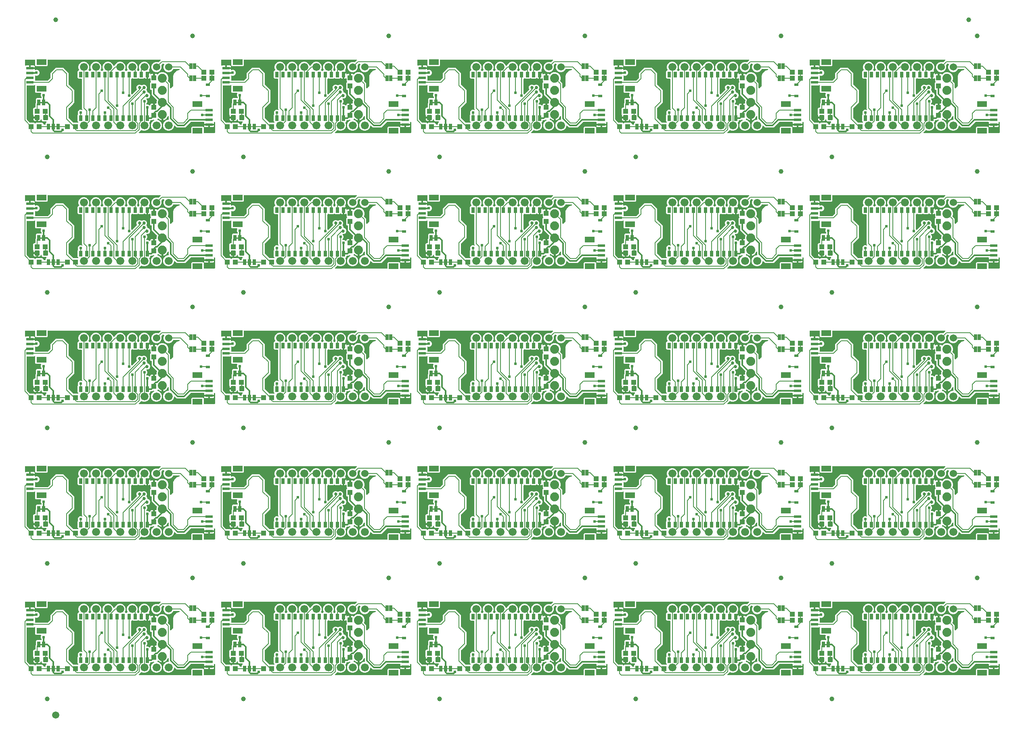
<source format=gtl>
G04 EAGLE Gerber RS-274X export*
G75*
%MOMM*%
%FSLAX34Y34*%
%LPD*%
%INTop Copper*%
%IPPOS*%
%AMOC8*
5,1,8,0,0,1.08239X$1,22.5*%
G01*
%ADD10R,1.000000X1.100000*%
%ADD11C,0.300000*%
%ADD12R,0.635000X1.270000*%
%ADD13R,0.406400X0.254000*%
%ADD14C,1.879600*%
%ADD15R,1.100000X1.000000*%
%ADD16R,0.830000X0.630000*%
%ADD17C,0.254000*%
%ADD18R,1.550000X0.600000*%
%ADD19R,2.000000X1.200000*%
%ADD20C,1.000000*%
%ADD21C,1.676400*%
%ADD22C,1.524000*%
%ADD23R,0.660400X1.143000*%
%ADD24C,1.500000*%
%ADD25C,0.304800*%
%ADD26C,0.609600*%
%ADD27C,0.203200*%
%ADD28C,0.685800*%

G36*
X114631Y84253D02*
X114631Y84253D01*
X114660Y84250D01*
X114771Y84273D01*
X114883Y84289D01*
X114910Y84301D01*
X114939Y84306D01*
X115039Y84359D01*
X115143Y84405D01*
X115165Y84424D01*
X115191Y84437D01*
X115273Y84515D01*
X115360Y84588D01*
X115376Y84613D01*
X115397Y84633D01*
X115454Y84731D01*
X115517Y84825D01*
X115526Y84853D01*
X115541Y84878D01*
X115569Y84988D01*
X115603Y85096D01*
X115604Y85126D01*
X115611Y85154D01*
X115607Y85267D01*
X115610Y85380D01*
X115603Y85409D01*
X115602Y85438D01*
X115567Y85546D01*
X115538Y85655D01*
X115524Y85681D01*
X115514Y85709D01*
X115469Y85773D01*
X115393Y85900D01*
X115348Y85943D01*
X115320Y85982D01*
X114299Y87002D01*
X114299Y100958D01*
X114948Y101607D01*
X114949Y101608D01*
X114950Y101609D01*
X115035Y101722D01*
X115119Y101834D01*
X115119Y101835D01*
X115120Y101837D01*
X115168Y101963D01*
X115220Y102099D01*
X115220Y102101D01*
X115221Y102102D01*
X115232Y102241D01*
X115244Y102383D01*
X115243Y102384D01*
X115244Y102386D01*
X115240Y102401D01*
X115188Y102661D01*
X115174Y102689D01*
X115168Y102713D01*
X114553Y104197D01*
X114553Y106623D01*
X115481Y108864D01*
X117196Y110579D01*
X119437Y111507D01*
X121863Y111507D01*
X123040Y111019D01*
X123124Y110997D01*
X123204Y110967D01*
X123261Y110962D01*
X123316Y110948D01*
X123402Y110950D01*
X123487Y110943D01*
X123543Y110954D01*
X123600Y110956D01*
X123682Y110982D01*
X123766Y110999D01*
X123817Y111025D01*
X123871Y111043D01*
X123942Y111091D01*
X124018Y111130D01*
X124060Y111169D01*
X124107Y111201D01*
X124162Y111267D01*
X124224Y111326D01*
X124253Y111375D01*
X124290Y111419D01*
X124325Y111497D01*
X124368Y111571D01*
X124382Y111626D01*
X124405Y111678D01*
X124417Y111764D01*
X124438Y111847D01*
X124436Y111904D01*
X124444Y111960D01*
X124432Y112045D01*
X124429Y112131D01*
X124412Y112185D01*
X124404Y112241D01*
X124368Y112320D01*
X124342Y112401D01*
X124313Y112442D01*
X124286Y112500D01*
X124192Y112611D01*
X124147Y112675D01*
X123115Y113706D01*
X123115Y175641D01*
X123107Y175699D01*
X123109Y175757D01*
X123087Y175839D01*
X123075Y175923D01*
X123052Y175976D01*
X123037Y176032D01*
X122994Y176105D01*
X122959Y176182D01*
X122921Y176227D01*
X122892Y176277D01*
X122830Y176335D01*
X122776Y176399D01*
X122727Y176431D01*
X122684Y176471D01*
X122609Y176510D01*
X122539Y176557D01*
X122483Y176574D01*
X122431Y176601D01*
X122363Y176612D01*
X122268Y176642D01*
X122168Y176645D01*
X122100Y176656D01*
X116085Y176656D01*
X114299Y178442D01*
X114299Y192398D01*
X116085Y194184D01*
X116186Y194184D01*
X116300Y194200D01*
X116414Y194210D01*
X116440Y194220D01*
X116467Y194224D01*
X116572Y194271D01*
X116679Y194312D01*
X116701Y194328D01*
X116727Y194340D01*
X116815Y194414D01*
X116906Y194483D01*
X116923Y194506D01*
X116944Y194523D01*
X117008Y194619D01*
X117076Y194711D01*
X117086Y194737D01*
X117101Y194760D01*
X117136Y194870D01*
X117177Y194977D01*
X117179Y195005D01*
X117187Y195031D01*
X117190Y195146D01*
X117199Y195260D01*
X117194Y195285D01*
X117195Y195315D01*
X117127Y195572D01*
X117124Y195588D01*
X115749Y198906D01*
X115749Y203454D01*
X117490Y207655D01*
X120705Y210870D01*
X124906Y212611D01*
X129454Y212611D01*
X133655Y210870D01*
X136870Y207655D01*
X138611Y203454D01*
X138611Y198906D01*
X137236Y195588D01*
X137207Y195476D01*
X137173Y195367D01*
X137172Y195339D01*
X137165Y195312D01*
X137168Y195198D01*
X137165Y195083D01*
X137172Y195056D01*
X137173Y195028D01*
X137208Y194919D01*
X137237Y194808D01*
X137251Y194784D01*
X137260Y194757D01*
X137324Y194662D01*
X137383Y194563D01*
X137403Y194544D01*
X137418Y194521D01*
X137506Y194447D01*
X137590Y194369D01*
X137615Y194356D01*
X137636Y194338D01*
X137741Y194292D01*
X137843Y194239D01*
X137863Y194236D01*
X138982Y193116D01*
X139029Y193081D01*
X139069Y193039D01*
X139142Y192996D01*
X139209Y192946D01*
X139264Y192925D01*
X139314Y192895D01*
X139396Y192874D01*
X139475Y192844D01*
X139533Y192839D01*
X139590Y192825D01*
X139674Y192828D01*
X139758Y192821D01*
X139816Y192832D01*
X139874Y192834D01*
X139954Y192860D01*
X140037Y192877D01*
X140089Y192904D01*
X140145Y192922D01*
X140201Y192962D01*
X140289Y193008D01*
X140362Y193076D01*
X140418Y193116D01*
X141485Y194184D01*
X141586Y194184D01*
X141700Y194200D01*
X141814Y194210D01*
X141840Y194220D01*
X141867Y194224D01*
X141972Y194271D01*
X142079Y194312D01*
X142101Y194328D01*
X142127Y194340D01*
X142215Y194414D01*
X142306Y194483D01*
X142323Y194506D01*
X142344Y194523D01*
X142408Y194619D01*
X142476Y194711D01*
X142486Y194737D01*
X142501Y194760D01*
X142536Y194870D01*
X142577Y194977D01*
X142579Y195005D01*
X142587Y195031D01*
X142590Y195146D01*
X142599Y195260D01*
X142594Y195285D01*
X142595Y195315D01*
X142527Y195572D01*
X142524Y195588D01*
X141149Y198906D01*
X141149Y203454D01*
X142890Y207655D01*
X146105Y210870D01*
X150306Y212611D01*
X154854Y212611D01*
X159055Y210870D01*
X162270Y207655D01*
X164011Y203454D01*
X164011Y198906D01*
X162636Y195588D01*
X162607Y195476D01*
X162573Y195367D01*
X162572Y195339D01*
X162565Y195312D01*
X162568Y195198D01*
X162565Y195083D01*
X162572Y195056D01*
X162573Y195028D01*
X162608Y194919D01*
X162637Y194808D01*
X162651Y194784D01*
X162660Y194757D01*
X162724Y194662D01*
X162783Y194563D01*
X162803Y194544D01*
X162818Y194521D01*
X162906Y194447D01*
X162990Y194369D01*
X163015Y194356D01*
X163036Y194338D01*
X163141Y194292D01*
X163243Y194239D01*
X163263Y194236D01*
X164382Y193116D01*
X164429Y193081D01*
X164469Y193039D01*
X164542Y192996D01*
X164609Y192946D01*
X164664Y192925D01*
X164714Y192895D01*
X164796Y192874D01*
X164875Y192844D01*
X164933Y192839D01*
X164990Y192825D01*
X165074Y192828D01*
X165158Y192821D01*
X165216Y192832D01*
X165274Y192834D01*
X165354Y192860D01*
X165437Y192877D01*
X165489Y192904D01*
X165545Y192922D01*
X165601Y192962D01*
X165689Y193008D01*
X165762Y193076D01*
X165818Y193116D01*
X166885Y194184D01*
X166986Y194184D01*
X167100Y194200D01*
X167214Y194210D01*
X167240Y194220D01*
X167268Y194224D01*
X167372Y194271D01*
X167479Y194312D01*
X167502Y194328D01*
X167527Y194340D01*
X167615Y194414D01*
X167706Y194483D01*
X167723Y194506D01*
X167744Y194523D01*
X167808Y194619D01*
X167876Y194711D01*
X167886Y194737D01*
X167902Y194760D01*
X167936Y194870D01*
X167977Y194977D01*
X167979Y195005D01*
X167987Y195031D01*
X167990Y195146D01*
X167999Y195260D01*
X167994Y195285D01*
X167995Y195315D01*
X167928Y195572D01*
X167924Y195588D01*
X166549Y198906D01*
X166549Y203454D01*
X168290Y207655D01*
X171505Y210870D01*
X175706Y212611D01*
X180254Y212611D01*
X184455Y210870D01*
X187670Y207655D01*
X189027Y204380D01*
X189085Y204282D01*
X189138Y204180D01*
X189157Y204160D01*
X189171Y204136D01*
X189255Y204057D01*
X189334Y203974D01*
X189358Y203960D01*
X189378Y203940D01*
X189480Y203888D01*
X189579Y203830D01*
X189606Y203823D01*
X189631Y203810D01*
X189744Y203788D01*
X189855Y203760D01*
X189882Y203761D01*
X189910Y203755D01*
X190024Y203765D01*
X190139Y203769D01*
X190165Y203777D01*
X190193Y203780D01*
X190300Y203821D01*
X190409Y203856D01*
X190430Y203871D01*
X190458Y203882D01*
X190670Y204042D01*
X190683Y204051D01*
X191876Y205245D01*
X192013Y205245D01*
X192014Y205245D01*
X192016Y205245D01*
X192156Y205265D01*
X192294Y205285D01*
X192296Y205285D01*
X192297Y205285D01*
X192423Y205342D01*
X192554Y205401D01*
X192555Y205402D01*
X192556Y205403D01*
X192663Y205494D01*
X192771Y205584D01*
X192772Y205586D01*
X192773Y205587D01*
X192781Y205600D01*
X192928Y205821D01*
X192938Y205850D01*
X192951Y205871D01*
X193690Y207655D01*
X196905Y210870D01*
X201106Y212611D01*
X205654Y212611D01*
X209855Y210870D01*
X213070Y207655D01*
X214811Y203454D01*
X214811Y198906D01*
X213436Y195588D01*
X213407Y195476D01*
X213373Y195367D01*
X213372Y195339D01*
X213365Y195312D01*
X213368Y195198D01*
X213365Y195083D01*
X213372Y195056D01*
X213373Y195028D01*
X213408Y194919D01*
X213437Y194808D01*
X213451Y194784D01*
X213460Y194757D01*
X213524Y194662D01*
X213582Y194563D01*
X213603Y194544D01*
X213618Y194521D01*
X213706Y194447D01*
X213790Y194369D01*
X213815Y194356D01*
X213836Y194338D01*
X213941Y194292D01*
X214043Y194239D01*
X214063Y194236D01*
X215182Y193116D01*
X215229Y193081D01*
X215269Y193039D01*
X215342Y192996D01*
X215409Y192946D01*
X215464Y192925D01*
X215514Y192895D01*
X215596Y192874D01*
X215675Y192844D01*
X215733Y192839D01*
X215790Y192825D01*
X215874Y192828D01*
X215958Y192821D01*
X216016Y192832D01*
X216074Y192834D01*
X216154Y192860D01*
X216237Y192877D01*
X216289Y192904D01*
X216345Y192922D01*
X216401Y192962D01*
X216489Y193008D01*
X216562Y193076D01*
X216618Y193116D01*
X217685Y194184D01*
X217786Y194184D01*
X217900Y194200D01*
X218014Y194210D01*
X218040Y194220D01*
X218068Y194224D01*
X218172Y194271D01*
X218279Y194312D01*
X218302Y194328D01*
X218327Y194340D01*
X218415Y194414D01*
X218506Y194483D01*
X218523Y194506D01*
X218544Y194523D01*
X218608Y194619D01*
X218676Y194711D01*
X218686Y194737D01*
X218702Y194760D01*
X218736Y194870D01*
X218777Y194977D01*
X218779Y195005D01*
X218787Y195031D01*
X218790Y195146D01*
X218799Y195260D01*
X218794Y195285D01*
X218795Y195315D01*
X218728Y195572D01*
X218724Y195588D01*
X217349Y198906D01*
X217349Y203454D01*
X219090Y207655D01*
X222305Y210870D01*
X226506Y212611D01*
X231054Y212611D01*
X235255Y210870D01*
X238470Y207655D01*
X240211Y203454D01*
X240211Y198906D01*
X239092Y196205D01*
X239084Y196176D01*
X239070Y196148D01*
X239057Y196071D01*
X239021Y195930D01*
X239023Y195866D01*
X239015Y195817D01*
X239015Y195104D01*
X239027Y195018D01*
X239030Y194930D01*
X239047Y194878D01*
X239055Y194823D01*
X239090Y194743D01*
X239117Y194660D01*
X239145Y194621D01*
X239171Y194563D01*
X239267Y194450D01*
X239312Y194386D01*
X240582Y193116D01*
X240629Y193081D01*
X240669Y193039D01*
X240742Y192996D01*
X240809Y192946D01*
X240864Y192925D01*
X240914Y192895D01*
X240996Y192874D01*
X241075Y192844D01*
X241133Y192839D01*
X241190Y192825D01*
X241274Y192828D01*
X241358Y192821D01*
X241416Y192832D01*
X241474Y192834D01*
X241554Y192860D01*
X241637Y192877D01*
X241689Y192904D01*
X241745Y192922D01*
X241801Y192962D01*
X241889Y193008D01*
X241962Y193076D01*
X242018Y193116D01*
X243288Y194386D01*
X243340Y194456D01*
X243400Y194520D01*
X243426Y194570D01*
X243459Y194614D01*
X243490Y194695D01*
X243530Y194773D01*
X243538Y194821D01*
X243560Y194879D01*
X243572Y195027D01*
X243585Y195104D01*
X243585Y196686D01*
X243581Y196717D01*
X243583Y196747D01*
X243566Y196824D01*
X243545Y196968D01*
X243519Y197026D01*
X243508Y197075D01*
X242749Y198906D01*
X242749Y203454D01*
X244490Y207655D01*
X247705Y210870D01*
X251906Y212611D01*
X256454Y212611D01*
X260655Y210870D01*
X263870Y207655D01*
X265611Y203454D01*
X265611Y198906D01*
X263941Y194876D01*
X263910Y194755D01*
X263875Y194636D01*
X263875Y194618D01*
X263870Y194601D01*
X263874Y194476D01*
X263873Y194352D01*
X263878Y194335D01*
X263879Y194317D01*
X263917Y194198D01*
X263950Y194078D01*
X263960Y194063D01*
X263965Y194046D01*
X264034Y193943D01*
X264100Y193837D01*
X264114Y193825D01*
X264124Y193810D01*
X264219Y193730D01*
X264311Y193646D01*
X264326Y193639D01*
X264341Y193627D01*
X264601Y193511D01*
X264610Y193510D01*
X264617Y193507D01*
X264633Y193503D01*
X265212Y193168D01*
X265685Y192695D01*
X266020Y192116D01*
X266193Y191469D01*
X266193Y187067D01*
X266198Y187028D01*
X266196Y186989D01*
X266218Y186888D01*
X266233Y186785D01*
X266248Y186750D01*
X266257Y186711D01*
X266307Y186620D01*
X266349Y186526D01*
X266374Y186496D01*
X266393Y186462D01*
X266466Y186388D01*
X266532Y186309D01*
X266565Y186287D01*
X266592Y186259D01*
X266683Y186209D01*
X266769Y186151D01*
X266806Y186139D01*
X266840Y186120D01*
X266941Y186097D01*
X267040Y186065D01*
X267079Y186064D01*
X267117Y186056D01*
X267221Y186061D01*
X267324Y186058D01*
X267362Y186068D01*
X267401Y186070D01*
X267474Y186097D01*
X267599Y186130D01*
X267663Y186168D01*
X267716Y186187D01*
X268339Y186548D01*
X268986Y186721D01*
X272289Y186721D01*
X272289Y179696D01*
X272297Y179638D01*
X272295Y179580D01*
X272317Y179498D01*
X272329Y179415D01*
X272353Y179361D01*
X272367Y179305D01*
X272410Y179232D01*
X272445Y179155D01*
X272483Y179111D01*
X272513Y179060D01*
X272574Y179003D01*
X272629Y178938D01*
X272677Y178906D01*
X272720Y178866D01*
X272795Y178827D01*
X272865Y178781D01*
X272921Y178763D01*
X272973Y178736D01*
X273041Y178725D01*
X273136Y178695D01*
X273236Y178692D01*
X273304Y178681D01*
X275336Y178681D01*
X275394Y178689D01*
X275452Y178688D01*
X275534Y178709D01*
X275617Y178721D01*
X275671Y178745D01*
X275727Y178759D01*
X275800Y178802D01*
X275877Y178837D01*
X275921Y178875D01*
X275972Y178905D01*
X276029Y178966D01*
X276094Y179021D01*
X276126Y179069D01*
X276166Y179112D01*
X276205Y179187D01*
X276251Y179257D01*
X276269Y179313D01*
X276296Y179365D01*
X276307Y179433D01*
X276337Y179528D01*
X276340Y179628D01*
X276351Y179696D01*
X276351Y186721D01*
X279654Y186721D01*
X280301Y186548D01*
X280880Y186213D01*
X281177Y185916D01*
X281224Y185880D01*
X281265Y185838D01*
X281337Y185795D01*
X281405Y185745D01*
X281459Y185724D01*
X281510Y185694D01*
X281591Y185674D01*
X281670Y185643D01*
X281729Y185639D01*
X281785Y185624D01*
X281869Y185627D01*
X281954Y185620D01*
X282011Y185631D01*
X282069Y185633D01*
X282150Y185659D01*
X282232Y185676D01*
X282284Y185703D01*
X282340Y185721D01*
X282396Y185761D01*
X282485Y185807D01*
X282557Y185876D01*
X282613Y185916D01*
X285049Y188352D01*
X289624Y190247D01*
X294576Y190247D01*
X299151Y188352D01*
X302652Y184851D01*
X304547Y180276D01*
X304547Y175324D01*
X303570Y172965D01*
X303569Y172964D01*
X303568Y172962D01*
X303535Y172829D01*
X303499Y172690D01*
X303499Y172688D01*
X303498Y172687D01*
X303503Y172539D01*
X303507Y172406D01*
X303507Y172404D01*
X303507Y172403D01*
X303551Y172267D01*
X303593Y172135D01*
X303594Y172134D01*
X303595Y172132D01*
X303604Y172120D01*
X303752Y171899D01*
X303775Y171879D01*
X303790Y171859D01*
X305424Y170224D01*
X308103Y167546D01*
X308103Y157629D01*
X308114Y157551D01*
X308115Y157472D01*
X308134Y157411D01*
X308143Y157348D01*
X308175Y157276D01*
X308198Y157200D01*
X308233Y157146D01*
X308259Y157088D01*
X308310Y157028D01*
X308353Y156962D01*
X308401Y156920D01*
X308442Y156871D01*
X308508Y156827D01*
X308568Y156776D01*
X308626Y156749D01*
X308679Y156714D01*
X308754Y156690D01*
X308826Y156657D01*
X308889Y156647D01*
X308950Y156628D01*
X309029Y156626D01*
X309107Y156614D01*
X309170Y156622D01*
X309234Y156621D01*
X309311Y156641D01*
X309389Y156651D01*
X309448Y156676D01*
X309509Y156692D01*
X309577Y156733D01*
X309650Y156764D01*
X309691Y156800D01*
X309754Y156838D01*
X309844Y156934D01*
X309903Y156985D01*
X312622Y160297D01*
X314142Y161208D01*
X314196Y161251D01*
X314256Y161287D01*
X314306Y161340D01*
X314363Y161386D01*
X314403Y161444D01*
X314450Y161494D01*
X314484Y161559D01*
X314526Y161619D01*
X314548Y161685D01*
X314580Y161747D01*
X314590Y161808D01*
X314617Y161889D01*
X314623Y162005D01*
X314635Y162079D01*
X314635Y183253D01*
X315424Y184891D01*
X316402Y186921D01*
X316402Y186922D01*
X317380Y188952D01*
X317718Y189654D01*
X323273Y194084D01*
X327769Y195110D01*
X327796Y195121D01*
X327825Y195125D01*
X327929Y195171D01*
X328035Y195212D01*
X328058Y195229D01*
X328084Y195241D01*
X328171Y195314D01*
X328262Y195383D01*
X328279Y195406D01*
X328301Y195425D01*
X328364Y195519D01*
X328433Y195610D01*
X328443Y195637D01*
X328459Y195661D01*
X328493Y195770D01*
X328534Y195876D01*
X328536Y195905D01*
X328545Y195932D01*
X328548Y196046D01*
X328557Y196159D01*
X328551Y196187D01*
X328552Y196216D01*
X328523Y196326D01*
X328501Y196438D01*
X328488Y196463D01*
X328480Y196491D01*
X328422Y196589D01*
X328370Y196690D01*
X328350Y196711D01*
X328335Y196736D01*
X328252Y196814D01*
X328174Y196896D01*
X328149Y196911D01*
X328128Y196930D01*
X328026Y196982D01*
X327928Y197040D01*
X327900Y197047D01*
X327875Y197060D01*
X327797Y197073D01*
X327653Y197109D01*
X327598Y197106D01*
X327544Y197115D01*
X315522Y197115D01*
X315521Y197115D01*
X315519Y197115D01*
X315379Y197095D01*
X315241Y197075D01*
X315240Y197075D01*
X315238Y197075D01*
X315112Y197017D01*
X314982Y196959D01*
X314980Y196958D01*
X314979Y196957D01*
X314872Y196866D01*
X314765Y196776D01*
X314764Y196774D01*
X314762Y196773D01*
X314754Y196760D01*
X314607Y196539D01*
X314598Y196510D01*
X314584Y196489D01*
X314024Y195137D01*
X311023Y192136D01*
X307102Y190511D01*
X302858Y190511D01*
X298937Y192136D01*
X295936Y195137D01*
X294311Y199058D01*
X294311Y203302D01*
X295686Y206621D01*
X295715Y206733D01*
X295750Y206842D01*
X295750Y206870D01*
X295757Y206897D01*
X295754Y207011D01*
X295757Y207126D01*
X295750Y207153D01*
X295749Y207181D01*
X295714Y207290D01*
X295685Y207401D01*
X295671Y207425D01*
X295662Y207452D01*
X295598Y207547D01*
X295540Y207646D01*
X295519Y207665D01*
X295504Y207688D01*
X295416Y207762D01*
X295332Y207840D01*
X295308Y207853D01*
X295286Y207871D01*
X295182Y207917D01*
X295079Y207970D01*
X295055Y207974D01*
X295027Y207986D01*
X294763Y208023D01*
X294748Y208025D01*
X292594Y208025D01*
X292508Y208013D01*
X292420Y208010D01*
X292368Y207993D01*
X292313Y207985D01*
X292233Y207950D01*
X292150Y207923D01*
X292110Y207895D01*
X292053Y207869D01*
X291940Y207773D01*
X291876Y207728D01*
X289909Y205760D01*
X289908Y205759D01*
X289907Y205758D01*
X289822Y205645D01*
X289738Y205533D01*
X289737Y205532D01*
X289736Y205530D01*
X289687Y205399D01*
X289637Y205268D01*
X289637Y205266D01*
X289636Y205265D01*
X289625Y205126D01*
X289613Y204984D01*
X289613Y204983D01*
X289613Y204981D01*
X289617Y204966D01*
X289669Y204706D01*
X289683Y204678D01*
X289689Y204654D01*
X290249Y203302D01*
X290249Y199058D01*
X288624Y195137D01*
X285623Y192136D01*
X281702Y190511D01*
X277458Y190511D01*
X273537Y192136D01*
X270536Y195137D01*
X268911Y199058D01*
X268911Y203302D01*
X270536Y207223D01*
X273537Y210224D01*
X277458Y211849D01*
X281702Y211849D01*
X283054Y211289D01*
X283056Y211288D01*
X283057Y211288D01*
X283189Y211254D01*
X283329Y211218D01*
X283331Y211218D01*
X283332Y211217D01*
X283473Y211222D01*
X283613Y211226D01*
X283615Y211226D01*
X283617Y211226D01*
X283752Y211270D01*
X283884Y211313D01*
X283886Y211313D01*
X283887Y211314D01*
X283900Y211323D01*
X284120Y211471D01*
X284140Y211494D01*
X284160Y211509D01*
X286128Y213476D01*
X287834Y215182D01*
X287851Y215206D01*
X287874Y215225D01*
X287937Y215319D01*
X288005Y215409D01*
X288015Y215437D01*
X288031Y215461D01*
X288066Y215569D01*
X288106Y215675D01*
X288108Y215704D01*
X288117Y215732D01*
X288120Y215846D01*
X288129Y215958D01*
X288124Y215987D01*
X288124Y216016D01*
X288096Y216126D01*
X288074Y216237D01*
X288060Y216263D01*
X288053Y216291D01*
X287995Y216389D01*
X287943Y216489D01*
X287922Y216511D01*
X287907Y216536D01*
X287825Y216613D01*
X287747Y216695D01*
X287721Y216710D01*
X287700Y216730D01*
X287599Y216782D01*
X287501Y216839D01*
X287473Y216846D01*
X287447Y216860D01*
X287370Y216873D01*
X287226Y216909D01*
X287163Y216907D01*
X287116Y216915D01*
X52414Y216915D01*
X52356Y216907D01*
X52298Y216909D01*
X52216Y216887D01*
X52132Y216875D01*
X52079Y216852D01*
X52023Y216837D01*
X51950Y216794D01*
X51873Y216759D01*
X51828Y216721D01*
X51778Y216692D01*
X51720Y216630D01*
X51656Y216576D01*
X51624Y216527D01*
X51584Y216484D01*
X51545Y216409D01*
X51498Y216339D01*
X51481Y216283D01*
X51454Y216231D01*
X51443Y216163D01*
X51413Y216068D01*
X51410Y215968D01*
X51399Y215900D01*
X51399Y204667D01*
X49613Y202881D01*
X27087Y202881D01*
X25791Y204178D01*
X25783Y204184D01*
X25777Y204191D01*
X25669Y204269D01*
X25564Y204349D01*
X25554Y204352D01*
X25546Y204358D01*
X25422Y204403D01*
X25298Y204450D01*
X25294Y204450D01*
X25293Y204475D01*
X25301Y204523D01*
X25301Y215900D01*
X25293Y215958D01*
X25295Y216016D01*
X25273Y216098D01*
X25261Y216182D01*
X25238Y216235D01*
X25223Y216291D01*
X25180Y216364D01*
X25145Y216441D01*
X25107Y216486D01*
X25078Y216536D01*
X25016Y216594D01*
X24962Y216658D01*
X24913Y216690D01*
X24870Y216730D01*
X24795Y216769D01*
X24725Y216816D01*
X24669Y216833D01*
X24617Y216860D01*
X24549Y216871D01*
X24454Y216901D01*
X24354Y216904D01*
X24286Y216915D01*
X5080Y216915D01*
X5022Y216907D01*
X4964Y216909D01*
X4882Y216887D01*
X4798Y216875D01*
X4745Y216852D01*
X4689Y216837D01*
X4616Y216794D01*
X4539Y216759D01*
X4494Y216721D01*
X4444Y216692D01*
X4386Y216630D01*
X4322Y216576D01*
X4290Y216527D01*
X4250Y216484D01*
X4211Y216409D01*
X4164Y216339D01*
X4147Y216283D01*
X4120Y216231D01*
X4109Y216163D01*
X4079Y216068D01*
X4076Y215968D01*
X4065Y215900D01*
X4065Y205271D01*
X4072Y205223D01*
X4069Y205174D01*
X4091Y205083D01*
X4105Y204990D01*
X4125Y204945D01*
X4136Y204898D01*
X4182Y204816D01*
X4221Y204730D01*
X4252Y204693D01*
X4276Y204651D01*
X4344Y204585D01*
X4404Y204513D01*
X4445Y204486D01*
X4480Y204452D01*
X4563Y204408D01*
X4641Y204356D01*
X4688Y204341D01*
X4731Y204318D01*
X4823Y204298D01*
X4912Y204270D01*
X4961Y204269D01*
X5009Y204258D01*
X5083Y204265D01*
X5196Y204263D01*
X5280Y204284D01*
X5343Y204290D01*
X6016Y204471D01*
X12601Y204471D01*
X12601Y199414D01*
X12609Y199356D01*
X12607Y199298D01*
X12629Y199216D01*
X12641Y199133D01*
X12664Y199079D01*
X12679Y199023D01*
X12722Y198950D01*
X12757Y198873D01*
X12795Y198829D01*
X12824Y198778D01*
X12886Y198721D01*
X12940Y198656D01*
X12989Y198624D01*
X13032Y198584D01*
X13107Y198545D01*
X13177Y198499D01*
X13233Y198481D01*
X13285Y198454D01*
X13353Y198443D01*
X13448Y198413D01*
X13548Y198410D01*
X13575Y198406D01*
X13577Y198388D01*
X13576Y198330D01*
X13597Y198248D01*
X13609Y198164D01*
X13633Y198111D01*
X13647Y198055D01*
X13691Y197982D01*
X13725Y197905D01*
X13763Y197860D01*
X13793Y197810D01*
X13854Y197752D01*
X13909Y197688D01*
X13957Y197656D01*
X14000Y197616D01*
X14075Y197577D01*
X14145Y197530D01*
X14201Y197513D01*
X14253Y197486D01*
X14321Y197475D01*
X14416Y197445D01*
X14516Y197442D01*
X14584Y197431D01*
X24391Y197431D01*
X24391Y195878D01*
X24407Y195765D01*
X24417Y195650D01*
X24427Y195624D01*
X24431Y195597D01*
X24478Y195492D01*
X24519Y195385D01*
X24535Y195363D01*
X24547Y195337D01*
X24621Y195250D01*
X24690Y195158D01*
X24713Y195142D01*
X24730Y195120D01*
X24826Y195057D01*
X24918Y194988D01*
X24944Y194978D01*
X24967Y194963D01*
X25077Y194928D01*
X25184Y194888D01*
X25212Y194885D01*
X25238Y194877D01*
X25353Y194874D01*
X25467Y194865D01*
X25492Y194871D01*
X25522Y194870D01*
X25779Y194937D01*
X25795Y194940D01*
X26727Y195327D01*
X29153Y195327D01*
X31394Y194399D01*
X33109Y192684D01*
X34037Y190443D01*
X34037Y188017D01*
X33109Y185776D01*
X31394Y184061D01*
X29153Y183133D01*
X26727Y183133D01*
X26303Y183309D01*
X26191Y183338D01*
X26082Y183373D01*
X26054Y183373D01*
X26027Y183380D01*
X25913Y183377D01*
X25798Y183380D01*
X25771Y183373D01*
X25743Y183372D01*
X25634Y183337D01*
X25523Y183308D01*
X25499Y183294D01*
X25472Y183285D01*
X25377Y183221D01*
X25278Y183163D01*
X25259Y183143D01*
X25236Y183127D01*
X25162Y183039D01*
X25084Y182955D01*
X25071Y182931D01*
X25053Y182910D01*
X25006Y182804D01*
X24954Y182702D01*
X24950Y182678D01*
X24938Y182650D01*
X24901Y182386D01*
X24899Y182371D01*
X24899Y174664D01*
X24837Y174571D01*
X24769Y174481D01*
X24758Y174453D01*
X24742Y174429D01*
X24708Y174321D01*
X24667Y174215D01*
X24665Y174186D01*
X24656Y174158D01*
X24653Y174045D01*
X24644Y173932D01*
X24649Y173903D01*
X24649Y173874D01*
X24677Y173764D01*
X24700Y173653D01*
X24713Y173627D01*
X24721Y173599D01*
X24778Y173501D01*
X24831Y173401D01*
X24851Y173379D01*
X24866Y173354D01*
X24948Y173277D01*
X25026Y173195D01*
X25052Y173180D01*
X25073Y173160D01*
X25174Y173108D01*
X25272Y173051D01*
X25300Y173044D01*
X25326Y173030D01*
X25403Y173017D01*
X25547Y172981D01*
X25610Y172983D01*
X25657Y172975D01*
X51420Y172975D01*
X51506Y172987D01*
X51594Y172990D01*
X51647Y173007D01*
X51701Y173015D01*
X51781Y173050D01*
X51864Y173077D01*
X51904Y173105D01*
X51961Y173131D01*
X52074Y173227D01*
X52138Y173272D01*
X56782Y177916D01*
X56834Y177986D01*
X56894Y178050D01*
X56920Y178099D01*
X56953Y178144D01*
X56984Y178225D01*
X57024Y178303D01*
X57032Y178351D01*
X57054Y178409D01*
X57066Y178557D01*
X57079Y178634D01*
X57079Y188558D01*
X68166Y199645D01*
X84234Y199645D01*
X86912Y196966D01*
X92826Y191052D01*
X95505Y188374D01*
X95505Y164664D01*
X95517Y164578D01*
X95520Y164490D01*
X95537Y164438D01*
X95545Y164383D01*
X95580Y164303D01*
X95607Y164220D01*
X95635Y164180D01*
X95661Y164123D01*
X95757Y164010D01*
X95802Y163946D01*
X106935Y152814D01*
X106935Y126586D01*
X95802Y115454D01*
X95750Y115384D01*
X95690Y115320D01*
X95664Y115271D01*
X95631Y115226D01*
X95600Y115145D01*
X95560Y115067D01*
X95552Y115019D01*
X95530Y114961D01*
X95518Y114813D01*
X95505Y114736D01*
X95505Y94424D01*
X95517Y94338D01*
X95520Y94250D01*
X95537Y94198D01*
X95545Y94143D01*
X95580Y94063D01*
X95607Y93980D01*
X95635Y93940D01*
X95661Y93883D01*
X95757Y93770D01*
X95802Y93706D01*
X104962Y84546D01*
X105032Y84494D01*
X105096Y84434D01*
X105145Y84408D01*
X105189Y84375D01*
X105271Y84344D01*
X105349Y84304D01*
X105397Y84296D01*
X105455Y84274D01*
X105603Y84262D01*
X105680Y84249D01*
X114602Y84249D01*
X114631Y84253D01*
G37*
G36*
X1760551Y1222173D02*
X1760551Y1222173D01*
X1760580Y1222170D01*
X1760691Y1222193D01*
X1760803Y1222209D01*
X1760830Y1222221D01*
X1760859Y1222226D01*
X1760959Y1222279D01*
X1761063Y1222325D01*
X1761085Y1222344D01*
X1761111Y1222357D01*
X1761193Y1222435D01*
X1761280Y1222508D01*
X1761296Y1222533D01*
X1761317Y1222553D01*
X1761374Y1222651D01*
X1761437Y1222745D01*
X1761446Y1222773D01*
X1761461Y1222798D01*
X1761489Y1222908D01*
X1761523Y1223016D01*
X1761524Y1223046D01*
X1761531Y1223074D01*
X1761527Y1223187D01*
X1761530Y1223300D01*
X1761523Y1223329D01*
X1761522Y1223358D01*
X1761487Y1223466D01*
X1761458Y1223575D01*
X1761444Y1223601D01*
X1761434Y1223629D01*
X1761389Y1223693D01*
X1761313Y1223820D01*
X1761268Y1223863D01*
X1761240Y1223902D01*
X1760219Y1224922D01*
X1760219Y1238878D01*
X1760868Y1239527D01*
X1760869Y1239528D01*
X1760870Y1239529D01*
X1760955Y1239642D01*
X1761039Y1239754D01*
X1761039Y1239755D01*
X1761040Y1239757D01*
X1761088Y1239883D01*
X1761140Y1240019D01*
X1761140Y1240021D01*
X1761141Y1240022D01*
X1761152Y1240161D01*
X1761164Y1240303D01*
X1761163Y1240304D01*
X1761164Y1240306D01*
X1761160Y1240321D01*
X1761108Y1240581D01*
X1761094Y1240609D01*
X1761088Y1240633D01*
X1760473Y1242117D01*
X1760473Y1244543D01*
X1761401Y1246784D01*
X1763116Y1248499D01*
X1765357Y1249427D01*
X1767783Y1249427D01*
X1768960Y1248939D01*
X1769044Y1248917D01*
X1769124Y1248887D01*
X1769181Y1248882D01*
X1769236Y1248868D01*
X1769322Y1248870D01*
X1769407Y1248863D01*
X1769463Y1248874D01*
X1769520Y1248876D01*
X1769602Y1248902D01*
X1769686Y1248919D01*
X1769737Y1248945D01*
X1769791Y1248963D01*
X1769862Y1249011D01*
X1769938Y1249050D01*
X1769980Y1249089D01*
X1770027Y1249121D01*
X1770082Y1249187D01*
X1770144Y1249246D01*
X1770173Y1249295D01*
X1770210Y1249339D01*
X1770245Y1249417D01*
X1770288Y1249491D01*
X1770302Y1249546D01*
X1770325Y1249598D01*
X1770337Y1249684D01*
X1770358Y1249767D01*
X1770356Y1249824D01*
X1770364Y1249880D01*
X1770352Y1249965D01*
X1770349Y1250051D01*
X1770332Y1250105D01*
X1770324Y1250161D01*
X1770288Y1250240D01*
X1770262Y1250321D01*
X1770233Y1250362D01*
X1770206Y1250420D01*
X1770112Y1250531D01*
X1770067Y1250595D01*
X1769035Y1251626D01*
X1769035Y1313561D01*
X1769027Y1313619D01*
X1769029Y1313677D01*
X1769007Y1313759D01*
X1768995Y1313843D01*
X1768972Y1313896D01*
X1768957Y1313952D01*
X1768914Y1314025D01*
X1768879Y1314102D01*
X1768841Y1314147D01*
X1768812Y1314197D01*
X1768750Y1314255D01*
X1768696Y1314319D01*
X1768647Y1314351D01*
X1768604Y1314391D01*
X1768529Y1314430D01*
X1768459Y1314477D01*
X1768403Y1314494D01*
X1768351Y1314521D01*
X1768283Y1314532D01*
X1768188Y1314562D01*
X1768088Y1314565D01*
X1768020Y1314576D01*
X1762005Y1314576D01*
X1760219Y1316362D01*
X1760219Y1330318D01*
X1762005Y1332104D01*
X1762106Y1332104D01*
X1762220Y1332120D01*
X1762334Y1332130D01*
X1762360Y1332140D01*
X1762387Y1332144D01*
X1762492Y1332191D01*
X1762599Y1332232D01*
X1762621Y1332248D01*
X1762647Y1332260D01*
X1762735Y1332334D01*
X1762826Y1332403D01*
X1762843Y1332426D01*
X1762864Y1332443D01*
X1762928Y1332539D01*
X1762996Y1332631D01*
X1763006Y1332657D01*
X1763021Y1332680D01*
X1763056Y1332790D01*
X1763097Y1332897D01*
X1763099Y1332925D01*
X1763107Y1332951D01*
X1763110Y1333066D01*
X1763119Y1333180D01*
X1763114Y1333205D01*
X1763115Y1333235D01*
X1763047Y1333492D01*
X1763044Y1333508D01*
X1761669Y1336826D01*
X1761669Y1341374D01*
X1763410Y1345575D01*
X1766625Y1348790D01*
X1770826Y1350531D01*
X1775374Y1350531D01*
X1779575Y1348790D01*
X1782790Y1345575D01*
X1784531Y1341374D01*
X1784531Y1336826D01*
X1783156Y1333508D01*
X1783127Y1333396D01*
X1783093Y1333287D01*
X1783092Y1333259D01*
X1783085Y1333232D01*
X1783088Y1333118D01*
X1783085Y1333003D01*
X1783092Y1332976D01*
X1783093Y1332948D01*
X1783128Y1332839D01*
X1783157Y1332728D01*
X1783171Y1332704D01*
X1783180Y1332677D01*
X1783244Y1332582D01*
X1783303Y1332483D01*
X1783323Y1332464D01*
X1783338Y1332441D01*
X1783426Y1332367D01*
X1783510Y1332289D01*
X1783535Y1332276D01*
X1783556Y1332258D01*
X1783661Y1332212D01*
X1783763Y1332159D01*
X1783783Y1332156D01*
X1784902Y1331036D01*
X1784949Y1331001D01*
X1784989Y1330959D01*
X1785062Y1330916D01*
X1785129Y1330866D01*
X1785184Y1330845D01*
X1785234Y1330815D01*
X1785316Y1330794D01*
X1785395Y1330764D01*
X1785453Y1330759D01*
X1785510Y1330745D01*
X1785594Y1330748D01*
X1785678Y1330741D01*
X1785736Y1330752D01*
X1785794Y1330754D01*
X1785874Y1330780D01*
X1785957Y1330797D01*
X1786009Y1330824D01*
X1786065Y1330842D01*
X1786121Y1330882D01*
X1786209Y1330928D01*
X1786282Y1330996D01*
X1786338Y1331036D01*
X1787405Y1332104D01*
X1787506Y1332104D01*
X1787620Y1332120D01*
X1787734Y1332130D01*
X1787760Y1332140D01*
X1787787Y1332144D01*
X1787892Y1332191D01*
X1787999Y1332232D01*
X1788021Y1332248D01*
X1788047Y1332260D01*
X1788135Y1332334D01*
X1788226Y1332403D01*
X1788243Y1332426D01*
X1788264Y1332443D01*
X1788328Y1332539D01*
X1788396Y1332631D01*
X1788406Y1332657D01*
X1788421Y1332680D01*
X1788456Y1332790D01*
X1788497Y1332897D01*
X1788499Y1332925D01*
X1788507Y1332951D01*
X1788510Y1333066D01*
X1788519Y1333180D01*
X1788514Y1333205D01*
X1788515Y1333235D01*
X1788447Y1333492D01*
X1788444Y1333508D01*
X1787069Y1336826D01*
X1787069Y1341374D01*
X1788810Y1345575D01*
X1792025Y1348790D01*
X1796226Y1350531D01*
X1800774Y1350531D01*
X1804975Y1348790D01*
X1808190Y1345575D01*
X1809931Y1341374D01*
X1809931Y1336826D01*
X1808556Y1333508D01*
X1808527Y1333396D01*
X1808493Y1333287D01*
X1808492Y1333259D01*
X1808485Y1333232D01*
X1808488Y1333118D01*
X1808485Y1333003D01*
X1808492Y1332976D01*
X1808493Y1332948D01*
X1808528Y1332839D01*
X1808557Y1332728D01*
X1808571Y1332704D01*
X1808580Y1332677D01*
X1808644Y1332582D01*
X1808703Y1332483D01*
X1808723Y1332464D01*
X1808738Y1332441D01*
X1808826Y1332367D01*
X1808910Y1332289D01*
X1808935Y1332276D01*
X1808956Y1332258D01*
X1809061Y1332212D01*
X1809163Y1332159D01*
X1809183Y1332156D01*
X1810302Y1331036D01*
X1810349Y1331001D01*
X1810389Y1330959D01*
X1810462Y1330916D01*
X1810529Y1330866D01*
X1810584Y1330845D01*
X1810634Y1330815D01*
X1810716Y1330794D01*
X1810795Y1330764D01*
X1810853Y1330759D01*
X1810910Y1330745D01*
X1810994Y1330748D01*
X1811078Y1330741D01*
X1811136Y1330752D01*
X1811194Y1330754D01*
X1811274Y1330780D01*
X1811357Y1330797D01*
X1811409Y1330824D01*
X1811465Y1330842D01*
X1811521Y1330882D01*
X1811609Y1330928D01*
X1811682Y1330996D01*
X1811738Y1331036D01*
X1812805Y1332104D01*
X1812906Y1332104D01*
X1813020Y1332120D01*
X1813134Y1332130D01*
X1813160Y1332140D01*
X1813187Y1332144D01*
X1813292Y1332191D01*
X1813399Y1332232D01*
X1813421Y1332248D01*
X1813447Y1332260D01*
X1813535Y1332334D01*
X1813626Y1332403D01*
X1813643Y1332426D01*
X1813664Y1332443D01*
X1813728Y1332539D01*
X1813796Y1332631D01*
X1813806Y1332657D01*
X1813821Y1332680D01*
X1813856Y1332790D01*
X1813897Y1332897D01*
X1813899Y1332925D01*
X1813907Y1332951D01*
X1813910Y1333066D01*
X1813919Y1333180D01*
X1813914Y1333205D01*
X1813915Y1333235D01*
X1813847Y1333492D01*
X1813844Y1333508D01*
X1812469Y1336826D01*
X1812469Y1341374D01*
X1814210Y1345575D01*
X1817425Y1348790D01*
X1821626Y1350531D01*
X1826174Y1350531D01*
X1830375Y1348790D01*
X1833590Y1345575D01*
X1834947Y1342300D01*
X1835005Y1342202D01*
X1835058Y1342100D01*
X1835077Y1342080D01*
X1835091Y1342056D01*
X1835175Y1341977D01*
X1835254Y1341894D01*
X1835278Y1341880D01*
X1835298Y1341860D01*
X1835400Y1341808D01*
X1835499Y1341750D01*
X1835526Y1341743D01*
X1835551Y1341730D01*
X1835664Y1341708D01*
X1835775Y1341680D01*
X1835802Y1341681D01*
X1835830Y1341675D01*
X1835944Y1341685D01*
X1836059Y1341689D01*
X1836085Y1341697D01*
X1836113Y1341700D01*
X1836220Y1341741D01*
X1836329Y1341776D01*
X1836350Y1341791D01*
X1836378Y1341802D01*
X1836590Y1341962D01*
X1836603Y1341971D01*
X1837796Y1343165D01*
X1837933Y1343165D01*
X1837934Y1343165D01*
X1837936Y1343165D01*
X1838076Y1343185D01*
X1838214Y1343205D01*
X1838216Y1343205D01*
X1838217Y1343205D01*
X1838343Y1343262D01*
X1838474Y1343321D01*
X1838475Y1343322D01*
X1838476Y1343323D01*
X1838583Y1343414D01*
X1838691Y1343504D01*
X1838692Y1343506D01*
X1838693Y1343507D01*
X1838701Y1343520D01*
X1838848Y1343741D01*
X1838858Y1343770D01*
X1838871Y1343791D01*
X1839610Y1345575D01*
X1842825Y1348790D01*
X1847026Y1350531D01*
X1851574Y1350531D01*
X1855775Y1348790D01*
X1858990Y1345575D01*
X1860731Y1341374D01*
X1860731Y1336826D01*
X1859356Y1333508D01*
X1859327Y1333396D01*
X1859293Y1333287D01*
X1859292Y1333259D01*
X1859285Y1333232D01*
X1859288Y1333118D01*
X1859285Y1333003D01*
X1859292Y1332976D01*
X1859293Y1332948D01*
X1859328Y1332839D01*
X1859357Y1332728D01*
X1859371Y1332704D01*
X1859380Y1332677D01*
X1859444Y1332582D01*
X1859502Y1332483D01*
X1859523Y1332464D01*
X1859538Y1332441D01*
X1859626Y1332367D01*
X1859710Y1332289D01*
X1859735Y1332276D01*
X1859756Y1332258D01*
X1859861Y1332212D01*
X1859963Y1332159D01*
X1859983Y1332156D01*
X1861102Y1331036D01*
X1861149Y1331001D01*
X1861189Y1330959D01*
X1861262Y1330916D01*
X1861329Y1330866D01*
X1861384Y1330845D01*
X1861434Y1330815D01*
X1861516Y1330794D01*
X1861595Y1330764D01*
X1861653Y1330759D01*
X1861710Y1330745D01*
X1861794Y1330748D01*
X1861878Y1330741D01*
X1861936Y1330752D01*
X1861994Y1330754D01*
X1862074Y1330780D01*
X1862157Y1330797D01*
X1862209Y1330824D01*
X1862265Y1330842D01*
X1862321Y1330882D01*
X1862409Y1330928D01*
X1862482Y1330996D01*
X1862538Y1331036D01*
X1863605Y1332104D01*
X1863706Y1332104D01*
X1863820Y1332120D01*
X1863934Y1332130D01*
X1863960Y1332140D01*
X1863987Y1332144D01*
X1864092Y1332191D01*
X1864199Y1332232D01*
X1864221Y1332248D01*
X1864247Y1332260D01*
X1864335Y1332334D01*
X1864426Y1332403D01*
X1864443Y1332426D01*
X1864464Y1332443D01*
X1864528Y1332539D01*
X1864596Y1332631D01*
X1864606Y1332657D01*
X1864621Y1332680D01*
X1864656Y1332790D01*
X1864697Y1332897D01*
X1864699Y1332925D01*
X1864707Y1332951D01*
X1864710Y1333066D01*
X1864719Y1333180D01*
X1864714Y1333205D01*
X1864715Y1333235D01*
X1864647Y1333492D01*
X1864644Y1333508D01*
X1863269Y1336826D01*
X1863269Y1341374D01*
X1865010Y1345575D01*
X1868225Y1348790D01*
X1872426Y1350531D01*
X1876974Y1350531D01*
X1881175Y1348790D01*
X1884390Y1345575D01*
X1886131Y1341374D01*
X1886131Y1336826D01*
X1885012Y1334125D01*
X1885004Y1334096D01*
X1884990Y1334068D01*
X1884977Y1333991D01*
X1884941Y1333850D01*
X1884943Y1333786D01*
X1884935Y1333737D01*
X1884935Y1333024D01*
X1884947Y1332938D01*
X1884950Y1332850D01*
X1884967Y1332798D01*
X1884975Y1332743D01*
X1885010Y1332663D01*
X1885037Y1332580D01*
X1885065Y1332541D01*
X1885091Y1332483D01*
X1885187Y1332370D01*
X1885232Y1332306D01*
X1886502Y1331036D01*
X1886549Y1331001D01*
X1886589Y1330959D01*
X1886662Y1330916D01*
X1886729Y1330866D01*
X1886784Y1330845D01*
X1886834Y1330815D01*
X1886916Y1330794D01*
X1886995Y1330764D01*
X1887053Y1330759D01*
X1887110Y1330745D01*
X1887194Y1330748D01*
X1887278Y1330741D01*
X1887336Y1330752D01*
X1887394Y1330754D01*
X1887474Y1330780D01*
X1887557Y1330797D01*
X1887609Y1330824D01*
X1887665Y1330842D01*
X1887721Y1330882D01*
X1887809Y1330928D01*
X1887882Y1330996D01*
X1887938Y1331036D01*
X1889208Y1332306D01*
X1889260Y1332376D01*
X1889320Y1332440D01*
X1889346Y1332490D01*
X1889379Y1332534D01*
X1889410Y1332615D01*
X1889450Y1332693D01*
X1889458Y1332741D01*
X1889480Y1332799D01*
X1889492Y1332947D01*
X1889505Y1333024D01*
X1889505Y1334606D01*
X1889501Y1334637D01*
X1889503Y1334667D01*
X1889486Y1334744D01*
X1889465Y1334888D01*
X1889439Y1334946D01*
X1889428Y1334995D01*
X1888669Y1336826D01*
X1888669Y1341374D01*
X1890410Y1345575D01*
X1893625Y1348790D01*
X1897826Y1350531D01*
X1902374Y1350531D01*
X1906575Y1348790D01*
X1909790Y1345575D01*
X1911531Y1341374D01*
X1911531Y1336826D01*
X1909861Y1332796D01*
X1909830Y1332675D01*
X1909795Y1332556D01*
X1909795Y1332538D01*
X1909790Y1332521D01*
X1909794Y1332396D01*
X1909793Y1332272D01*
X1909798Y1332255D01*
X1909799Y1332237D01*
X1909837Y1332118D01*
X1909870Y1331998D01*
X1909880Y1331983D01*
X1909885Y1331966D01*
X1909954Y1331863D01*
X1910020Y1331757D01*
X1910034Y1331745D01*
X1910044Y1331730D01*
X1910139Y1331650D01*
X1910231Y1331566D01*
X1910246Y1331559D01*
X1910261Y1331547D01*
X1910521Y1331431D01*
X1910530Y1331430D01*
X1910537Y1331427D01*
X1910553Y1331423D01*
X1911132Y1331088D01*
X1911605Y1330615D01*
X1911940Y1330036D01*
X1912113Y1329389D01*
X1912113Y1324987D01*
X1912118Y1324948D01*
X1912116Y1324909D01*
X1912138Y1324808D01*
X1912153Y1324705D01*
X1912168Y1324670D01*
X1912177Y1324631D01*
X1912227Y1324540D01*
X1912269Y1324446D01*
X1912294Y1324416D01*
X1912313Y1324382D01*
X1912386Y1324308D01*
X1912452Y1324229D01*
X1912485Y1324207D01*
X1912512Y1324179D01*
X1912603Y1324129D01*
X1912689Y1324071D01*
X1912726Y1324059D01*
X1912760Y1324040D01*
X1912861Y1324017D01*
X1912960Y1323985D01*
X1912999Y1323984D01*
X1913037Y1323976D01*
X1913141Y1323981D01*
X1913244Y1323978D01*
X1913282Y1323988D01*
X1913321Y1323990D01*
X1913394Y1324017D01*
X1913519Y1324050D01*
X1913583Y1324088D01*
X1913636Y1324107D01*
X1914259Y1324468D01*
X1914906Y1324641D01*
X1918209Y1324641D01*
X1918209Y1317616D01*
X1918217Y1317558D01*
X1918215Y1317500D01*
X1918237Y1317418D01*
X1918249Y1317335D01*
X1918273Y1317281D01*
X1918287Y1317225D01*
X1918330Y1317152D01*
X1918365Y1317075D01*
X1918403Y1317031D01*
X1918433Y1316980D01*
X1918494Y1316923D01*
X1918549Y1316858D01*
X1918597Y1316826D01*
X1918640Y1316786D01*
X1918715Y1316747D01*
X1918785Y1316701D01*
X1918841Y1316683D01*
X1918893Y1316656D01*
X1918961Y1316645D01*
X1919056Y1316615D01*
X1919156Y1316612D01*
X1919224Y1316601D01*
X1921256Y1316601D01*
X1921314Y1316609D01*
X1921372Y1316608D01*
X1921454Y1316629D01*
X1921537Y1316641D01*
X1921591Y1316665D01*
X1921647Y1316679D01*
X1921720Y1316722D01*
X1921797Y1316757D01*
X1921841Y1316795D01*
X1921892Y1316825D01*
X1921949Y1316886D01*
X1922014Y1316941D01*
X1922046Y1316989D01*
X1922086Y1317032D01*
X1922125Y1317107D01*
X1922171Y1317177D01*
X1922189Y1317233D01*
X1922216Y1317285D01*
X1922227Y1317353D01*
X1922257Y1317448D01*
X1922260Y1317548D01*
X1922271Y1317616D01*
X1922271Y1324641D01*
X1925574Y1324641D01*
X1926221Y1324468D01*
X1926800Y1324133D01*
X1927097Y1323836D01*
X1927144Y1323800D01*
X1927185Y1323758D01*
X1927257Y1323715D01*
X1927325Y1323665D01*
X1927379Y1323644D01*
X1927430Y1323614D01*
X1927511Y1323594D01*
X1927590Y1323563D01*
X1927649Y1323559D01*
X1927705Y1323544D01*
X1927789Y1323547D01*
X1927874Y1323540D01*
X1927931Y1323551D01*
X1927989Y1323553D01*
X1928070Y1323579D01*
X1928152Y1323596D01*
X1928204Y1323623D01*
X1928260Y1323641D01*
X1928316Y1323681D01*
X1928405Y1323727D01*
X1928477Y1323796D01*
X1928533Y1323836D01*
X1930969Y1326272D01*
X1935544Y1328167D01*
X1940496Y1328167D01*
X1945071Y1326272D01*
X1948572Y1322771D01*
X1950467Y1318196D01*
X1950467Y1313244D01*
X1949490Y1310885D01*
X1949489Y1310884D01*
X1949488Y1310882D01*
X1949455Y1310749D01*
X1949419Y1310610D01*
X1949419Y1310608D01*
X1949418Y1310607D01*
X1949423Y1310459D01*
X1949427Y1310326D01*
X1949427Y1310324D01*
X1949427Y1310323D01*
X1949471Y1310187D01*
X1949513Y1310055D01*
X1949514Y1310054D01*
X1949515Y1310052D01*
X1949524Y1310040D01*
X1949672Y1309819D01*
X1949695Y1309799D01*
X1949710Y1309779D01*
X1951344Y1308144D01*
X1954023Y1305466D01*
X1954023Y1295549D01*
X1954034Y1295471D01*
X1954035Y1295392D01*
X1954054Y1295331D01*
X1954063Y1295268D01*
X1954095Y1295196D01*
X1954118Y1295120D01*
X1954153Y1295066D01*
X1954179Y1295008D01*
X1954230Y1294948D01*
X1954273Y1294882D01*
X1954321Y1294840D01*
X1954362Y1294791D01*
X1954428Y1294747D01*
X1954488Y1294696D01*
X1954546Y1294669D01*
X1954599Y1294634D01*
X1954674Y1294610D01*
X1954746Y1294577D01*
X1954809Y1294567D01*
X1954870Y1294548D01*
X1954949Y1294546D01*
X1955027Y1294534D01*
X1955090Y1294542D01*
X1955154Y1294541D01*
X1955231Y1294561D01*
X1955309Y1294571D01*
X1955368Y1294596D01*
X1955429Y1294612D01*
X1955497Y1294653D01*
X1955570Y1294684D01*
X1955611Y1294720D01*
X1955674Y1294758D01*
X1955764Y1294854D01*
X1955823Y1294905D01*
X1958542Y1298217D01*
X1960062Y1299128D01*
X1960116Y1299171D01*
X1960176Y1299207D01*
X1960226Y1299260D01*
X1960283Y1299306D01*
X1960323Y1299364D01*
X1960370Y1299414D01*
X1960404Y1299479D01*
X1960446Y1299539D01*
X1960468Y1299605D01*
X1960500Y1299667D01*
X1960510Y1299728D01*
X1960537Y1299809D01*
X1960543Y1299925D01*
X1960555Y1299999D01*
X1960555Y1321173D01*
X1961344Y1322811D01*
X1962322Y1324841D01*
X1962322Y1324842D01*
X1963300Y1326872D01*
X1963638Y1327574D01*
X1969193Y1332004D01*
X1973689Y1333030D01*
X1973716Y1333041D01*
X1973745Y1333045D01*
X1973849Y1333091D01*
X1973955Y1333132D01*
X1973978Y1333149D01*
X1974004Y1333161D01*
X1974091Y1333234D01*
X1974182Y1333303D01*
X1974199Y1333326D01*
X1974221Y1333345D01*
X1974284Y1333439D01*
X1974353Y1333530D01*
X1974363Y1333557D01*
X1974379Y1333581D01*
X1974413Y1333690D01*
X1974454Y1333796D01*
X1974456Y1333825D01*
X1974465Y1333852D01*
X1974468Y1333966D01*
X1974477Y1334079D01*
X1974471Y1334107D01*
X1974472Y1334136D01*
X1974443Y1334246D01*
X1974421Y1334358D01*
X1974408Y1334383D01*
X1974400Y1334411D01*
X1974342Y1334509D01*
X1974290Y1334610D01*
X1974270Y1334631D01*
X1974255Y1334656D01*
X1974172Y1334734D01*
X1974094Y1334816D01*
X1974069Y1334831D01*
X1974048Y1334850D01*
X1973946Y1334902D01*
X1973848Y1334960D01*
X1973820Y1334967D01*
X1973795Y1334980D01*
X1973717Y1334993D01*
X1973573Y1335029D01*
X1973518Y1335026D01*
X1973464Y1335035D01*
X1961442Y1335035D01*
X1961441Y1335035D01*
X1961439Y1335035D01*
X1961299Y1335015D01*
X1961161Y1334995D01*
X1961160Y1334995D01*
X1961158Y1334995D01*
X1961032Y1334937D01*
X1960902Y1334879D01*
X1960900Y1334878D01*
X1960899Y1334877D01*
X1960792Y1334786D01*
X1960685Y1334696D01*
X1960684Y1334694D01*
X1960682Y1334693D01*
X1960674Y1334680D01*
X1960527Y1334459D01*
X1960518Y1334430D01*
X1960504Y1334409D01*
X1959944Y1333057D01*
X1956943Y1330056D01*
X1953022Y1328431D01*
X1948778Y1328431D01*
X1944857Y1330056D01*
X1941856Y1333057D01*
X1940231Y1336978D01*
X1940231Y1341222D01*
X1941606Y1344541D01*
X1941635Y1344653D01*
X1941670Y1344762D01*
X1941670Y1344790D01*
X1941677Y1344817D01*
X1941674Y1344931D01*
X1941677Y1345046D01*
X1941670Y1345073D01*
X1941669Y1345101D01*
X1941634Y1345210D01*
X1941605Y1345321D01*
X1941591Y1345345D01*
X1941582Y1345372D01*
X1941518Y1345467D01*
X1941460Y1345566D01*
X1941439Y1345585D01*
X1941424Y1345608D01*
X1941336Y1345682D01*
X1941252Y1345760D01*
X1941228Y1345773D01*
X1941206Y1345791D01*
X1941102Y1345837D01*
X1940999Y1345890D01*
X1940975Y1345894D01*
X1940947Y1345906D01*
X1940683Y1345943D01*
X1940668Y1345945D01*
X1938514Y1345945D01*
X1938428Y1345933D01*
X1938340Y1345930D01*
X1938288Y1345913D01*
X1938233Y1345905D01*
X1938153Y1345870D01*
X1938070Y1345843D01*
X1938030Y1345815D01*
X1937973Y1345789D01*
X1937860Y1345693D01*
X1937796Y1345648D01*
X1935829Y1343680D01*
X1935828Y1343679D01*
X1935827Y1343678D01*
X1935742Y1343565D01*
X1935658Y1343453D01*
X1935657Y1343452D01*
X1935656Y1343450D01*
X1935607Y1343319D01*
X1935557Y1343188D01*
X1935557Y1343186D01*
X1935556Y1343185D01*
X1935545Y1343046D01*
X1935533Y1342904D01*
X1935533Y1342903D01*
X1935533Y1342901D01*
X1935537Y1342886D01*
X1935589Y1342626D01*
X1935603Y1342598D01*
X1935609Y1342574D01*
X1936169Y1341222D01*
X1936169Y1336978D01*
X1934544Y1333057D01*
X1931543Y1330056D01*
X1927622Y1328431D01*
X1923378Y1328431D01*
X1919457Y1330056D01*
X1916456Y1333057D01*
X1914831Y1336978D01*
X1914831Y1341222D01*
X1916456Y1345143D01*
X1919457Y1348144D01*
X1923378Y1349769D01*
X1927622Y1349769D01*
X1928974Y1349209D01*
X1928976Y1349208D01*
X1928977Y1349208D01*
X1929109Y1349174D01*
X1929249Y1349138D01*
X1929251Y1349138D01*
X1929252Y1349137D01*
X1929393Y1349142D01*
X1929533Y1349146D01*
X1929535Y1349146D01*
X1929537Y1349146D01*
X1929672Y1349190D01*
X1929804Y1349233D01*
X1929806Y1349233D01*
X1929807Y1349234D01*
X1929820Y1349243D01*
X1930040Y1349391D01*
X1930060Y1349414D01*
X1930080Y1349429D01*
X1932048Y1351396D01*
X1933754Y1353102D01*
X1933771Y1353126D01*
X1933794Y1353145D01*
X1933857Y1353239D01*
X1933925Y1353329D01*
X1933935Y1353357D01*
X1933951Y1353381D01*
X1933986Y1353489D01*
X1934026Y1353595D01*
X1934028Y1353624D01*
X1934037Y1353652D01*
X1934040Y1353766D01*
X1934049Y1353878D01*
X1934044Y1353907D01*
X1934044Y1353936D01*
X1934016Y1354046D01*
X1933994Y1354157D01*
X1933980Y1354183D01*
X1933973Y1354211D01*
X1933915Y1354309D01*
X1933863Y1354409D01*
X1933842Y1354431D01*
X1933827Y1354456D01*
X1933745Y1354533D01*
X1933667Y1354615D01*
X1933641Y1354630D01*
X1933620Y1354650D01*
X1933519Y1354702D01*
X1933421Y1354759D01*
X1933393Y1354766D01*
X1933367Y1354780D01*
X1933290Y1354793D01*
X1933146Y1354829D01*
X1933083Y1354827D01*
X1933036Y1354835D01*
X1698334Y1354835D01*
X1698276Y1354827D01*
X1698218Y1354829D01*
X1698136Y1354807D01*
X1698052Y1354795D01*
X1697999Y1354772D01*
X1697943Y1354757D01*
X1697870Y1354714D01*
X1697793Y1354679D01*
X1697748Y1354641D01*
X1697698Y1354612D01*
X1697640Y1354550D01*
X1697576Y1354496D01*
X1697544Y1354447D01*
X1697504Y1354404D01*
X1697465Y1354329D01*
X1697418Y1354259D01*
X1697401Y1354203D01*
X1697374Y1354151D01*
X1697363Y1354083D01*
X1697333Y1353988D01*
X1697330Y1353888D01*
X1697319Y1353820D01*
X1697319Y1342587D01*
X1695533Y1340801D01*
X1673007Y1340801D01*
X1671711Y1342098D01*
X1671703Y1342104D01*
X1671697Y1342111D01*
X1671589Y1342189D01*
X1671484Y1342269D01*
X1671474Y1342272D01*
X1671466Y1342278D01*
X1671342Y1342323D01*
X1671218Y1342370D01*
X1671214Y1342370D01*
X1671213Y1342395D01*
X1671221Y1342443D01*
X1671221Y1353820D01*
X1671213Y1353878D01*
X1671215Y1353936D01*
X1671193Y1354018D01*
X1671181Y1354102D01*
X1671158Y1354155D01*
X1671143Y1354211D01*
X1671100Y1354284D01*
X1671065Y1354361D01*
X1671027Y1354406D01*
X1670998Y1354456D01*
X1670936Y1354514D01*
X1670882Y1354578D01*
X1670833Y1354610D01*
X1670790Y1354650D01*
X1670715Y1354689D01*
X1670645Y1354736D01*
X1670589Y1354753D01*
X1670537Y1354780D01*
X1670469Y1354791D01*
X1670374Y1354821D01*
X1670274Y1354824D01*
X1670206Y1354835D01*
X1651000Y1354835D01*
X1650942Y1354827D01*
X1650884Y1354829D01*
X1650802Y1354807D01*
X1650718Y1354795D01*
X1650665Y1354772D01*
X1650609Y1354757D01*
X1650536Y1354714D01*
X1650459Y1354679D01*
X1650414Y1354641D01*
X1650364Y1354612D01*
X1650306Y1354550D01*
X1650242Y1354496D01*
X1650210Y1354447D01*
X1650170Y1354404D01*
X1650131Y1354329D01*
X1650084Y1354259D01*
X1650067Y1354203D01*
X1650040Y1354151D01*
X1650029Y1354083D01*
X1649999Y1353988D01*
X1649996Y1353888D01*
X1649985Y1353820D01*
X1649985Y1343191D01*
X1649992Y1343143D01*
X1649989Y1343094D01*
X1650011Y1343003D01*
X1650025Y1342910D01*
X1650045Y1342865D01*
X1650056Y1342818D01*
X1650102Y1342736D01*
X1650141Y1342650D01*
X1650172Y1342613D01*
X1650196Y1342571D01*
X1650264Y1342505D01*
X1650324Y1342433D01*
X1650365Y1342406D01*
X1650400Y1342372D01*
X1650483Y1342328D01*
X1650561Y1342276D01*
X1650608Y1342261D01*
X1650651Y1342238D01*
X1650743Y1342218D01*
X1650832Y1342190D01*
X1650881Y1342189D01*
X1650929Y1342178D01*
X1651003Y1342185D01*
X1651116Y1342183D01*
X1651200Y1342204D01*
X1651263Y1342210D01*
X1651936Y1342391D01*
X1658521Y1342391D01*
X1658521Y1337334D01*
X1658529Y1337276D01*
X1658527Y1337218D01*
X1658549Y1337136D01*
X1658561Y1337053D01*
X1658584Y1336999D01*
X1658599Y1336943D01*
X1658642Y1336870D01*
X1658677Y1336793D01*
X1658715Y1336749D01*
X1658744Y1336698D01*
X1658806Y1336641D01*
X1658860Y1336576D01*
X1658909Y1336544D01*
X1658952Y1336504D01*
X1659027Y1336465D01*
X1659097Y1336419D01*
X1659153Y1336401D01*
X1659205Y1336374D01*
X1659273Y1336363D01*
X1659368Y1336333D01*
X1659468Y1336330D01*
X1659495Y1336326D01*
X1659497Y1336308D01*
X1659496Y1336250D01*
X1659517Y1336168D01*
X1659529Y1336084D01*
X1659553Y1336031D01*
X1659567Y1335975D01*
X1659611Y1335902D01*
X1659645Y1335825D01*
X1659683Y1335780D01*
X1659713Y1335730D01*
X1659774Y1335672D01*
X1659829Y1335608D01*
X1659877Y1335576D01*
X1659920Y1335536D01*
X1659995Y1335497D01*
X1660065Y1335450D01*
X1660121Y1335433D01*
X1660173Y1335406D01*
X1660241Y1335395D01*
X1660336Y1335365D01*
X1660436Y1335362D01*
X1660504Y1335351D01*
X1670311Y1335351D01*
X1670311Y1333798D01*
X1670327Y1333685D01*
X1670337Y1333570D01*
X1670347Y1333544D01*
X1670351Y1333517D01*
X1670398Y1333412D01*
X1670439Y1333305D01*
X1670455Y1333283D01*
X1670467Y1333257D01*
X1670541Y1333170D01*
X1670610Y1333078D01*
X1670633Y1333062D01*
X1670650Y1333040D01*
X1670746Y1332977D01*
X1670838Y1332908D01*
X1670864Y1332898D01*
X1670887Y1332883D01*
X1670997Y1332848D01*
X1671104Y1332808D01*
X1671132Y1332805D01*
X1671158Y1332797D01*
X1671273Y1332794D01*
X1671387Y1332785D01*
X1671412Y1332791D01*
X1671442Y1332790D01*
X1671699Y1332857D01*
X1671715Y1332860D01*
X1672647Y1333247D01*
X1675073Y1333247D01*
X1677314Y1332319D01*
X1679029Y1330604D01*
X1679957Y1328363D01*
X1679957Y1325937D01*
X1679029Y1323696D01*
X1677314Y1321981D01*
X1675073Y1321053D01*
X1672647Y1321053D01*
X1672223Y1321229D01*
X1672111Y1321258D01*
X1672002Y1321293D01*
X1671974Y1321293D01*
X1671947Y1321300D01*
X1671833Y1321297D01*
X1671718Y1321300D01*
X1671691Y1321293D01*
X1671663Y1321292D01*
X1671554Y1321257D01*
X1671443Y1321228D01*
X1671419Y1321214D01*
X1671392Y1321205D01*
X1671297Y1321141D01*
X1671198Y1321083D01*
X1671179Y1321063D01*
X1671156Y1321047D01*
X1671082Y1320959D01*
X1671004Y1320875D01*
X1670991Y1320851D01*
X1670973Y1320830D01*
X1670926Y1320724D01*
X1670874Y1320622D01*
X1670870Y1320598D01*
X1670858Y1320570D01*
X1670821Y1320306D01*
X1670819Y1320291D01*
X1670819Y1312584D01*
X1670757Y1312491D01*
X1670689Y1312401D01*
X1670678Y1312373D01*
X1670662Y1312349D01*
X1670628Y1312241D01*
X1670587Y1312135D01*
X1670585Y1312106D01*
X1670576Y1312078D01*
X1670573Y1311965D01*
X1670564Y1311852D01*
X1670569Y1311823D01*
X1670569Y1311794D01*
X1670597Y1311684D01*
X1670620Y1311573D01*
X1670633Y1311547D01*
X1670641Y1311519D01*
X1670698Y1311421D01*
X1670751Y1311321D01*
X1670771Y1311299D01*
X1670786Y1311274D01*
X1670868Y1311197D01*
X1670946Y1311115D01*
X1670972Y1311100D01*
X1670993Y1311080D01*
X1671094Y1311028D01*
X1671192Y1310971D01*
X1671220Y1310964D01*
X1671246Y1310950D01*
X1671323Y1310937D01*
X1671467Y1310901D01*
X1671530Y1310903D01*
X1671577Y1310895D01*
X1697340Y1310895D01*
X1697426Y1310907D01*
X1697514Y1310910D01*
X1697567Y1310927D01*
X1697621Y1310935D01*
X1697701Y1310970D01*
X1697784Y1310997D01*
X1697824Y1311025D01*
X1697881Y1311051D01*
X1697994Y1311147D01*
X1698058Y1311192D01*
X1702702Y1315836D01*
X1702754Y1315906D01*
X1702814Y1315970D01*
X1702840Y1316019D01*
X1702873Y1316064D01*
X1702904Y1316145D01*
X1702944Y1316223D01*
X1702952Y1316271D01*
X1702974Y1316329D01*
X1702986Y1316477D01*
X1702999Y1316554D01*
X1702999Y1326478D01*
X1714086Y1337565D01*
X1730154Y1337565D01*
X1732832Y1334886D01*
X1738746Y1328972D01*
X1741425Y1326294D01*
X1741425Y1302584D01*
X1741437Y1302498D01*
X1741440Y1302410D01*
X1741457Y1302358D01*
X1741465Y1302303D01*
X1741500Y1302223D01*
X1741527Y1302140D01*
X1741555Y1302100D01*
X1741581Y1302043D01*
X1741677Y1301930D01*
X1741722Y1301866D01*
X1752855Y1290734D01*
X1752855Y1264506D01*
X1741722Y1253374D01*
X1741670Y1253304D01*
X1741610Y1253240D01*
X1741584Y1253191D01*
X1741551Y1253146D01*
X1741520Y1253065D01*
X1741480Y1252987D01*
X1741472Y1252939D01*
X1741450Y1252881D01*
X1741438Y1252733D01*
X1741425Y1252656D01*
X1741425Y1232344D01*
X1741437Y1232258D01*
X1741440Y1232170D01*
X1741457Y1232118D01*
X1741465Y1232063D01*
X1741500Y1231983D01*
X1741527Y1231900D01*
X1741555Y1231860D01*
X1741581Y1231803D01*
X1741677Y1231690D01*
X1741722Y1231626D01*
X1750882Y1222466D01*
X1750952Y1222414D01*
X1751016Y1222354D01*
X1751065Y1222328D01*
X1751109Y1222295D01*
X1751191Y1222264D01*
X1751269Y1222224D01*
X1751317Y1222216D01*
X1751375Y1222194D01*
X1751523Y1222182D01*
X1751600Y1222169D01*
X1760522Y1222169D01*
X1760551Y1222173D01*
G37*
G36*
X937591Y653213D02*
X937591Y653213D01*
X937620Y653210D01*
X937731Y653233D01*
X937843Y653249D01*
X937870Y653261D01*
X937899Y653266D01*
X937999Y653319D01*
X938103Y653365D01*
X938125Y653384D01*
X938151Y653397D01*
X938233Y653475D01*
X938320Y653548D01*
X938336Y653573D01*
X938357Y653593D01*
X938414Y653691D01*
X938477Y653785D01*
X938486Y653813D01*
X938501Y653838D01*
X938529Y653948D01*
X938563Y654056D01*
X938564Y654086D01*
X938571Y654114D01*
X938567Y654227D01*
X938570Y654340D01*
X938563Y654369D01*
X938562Y654398D01*
X938527Y654506D01*
X938498Y654615D01*
X938484Y654641D01*
X938474Y654669D01*
X938429Y654733D01*
X938353Y654860D01*
X938308Y654903D01*
X938280Y654942D01*
X937259Y655962D01*
X937259Y669918D01*
X937908Y670567D01*
X937909Y670568D01*
X937910Y670569D01*
X937995Y670682D01*
X938079Y670794D01*
X938079Y670795D01*
X938080Y670797D01*
X938128Y670923D01*
X938180Y671059D01*
X938180Y671061D01*
X938181Y671062D01*
X938192Y671201D01*
X938204Y671343D01*
X938203Y671344D01*
X938204Y671346D01*
X938200Y671361D01*
X938148Y671621D01*
X938134Y671649D01*
X938128Y671673D01*
X937513Y673157D01*
X937513Y675583D01*
X938441Y677824D01*
X940156Y679539D01*
X942397Y680467D01*
X944823Y680467D01*
X946000Y679979D01*
X946084Y679957D01*
X946164Y679927D01*
X946221Y679922D01*
X946276Y679908D01*
X946362Y679910D01*
X946447Y679903D01*
X946503Y679914D01*
X946560Y679916D01*
X946642Y679942D01*
X946726Y679959D01*
X946777Y679985D01*
X946831Y680003D01*
X946902Y680051D01*
X946978Y680090D01*
X947020Y680129D01*
X947067Y680161D01*
X947122Y680227D01*
X947184Y680286D01*
X947213Y680335D01*
X947250Y680379D01*
X947285Y680457D01*
X947328Y680531D01*
X947342Y680586D01*
X947365Y680638D01*
X947377Y680724D01*
X947398Y680807D01*
X947396Y680864D01*
X947404Y680920D01*
X947392Y681005D01*
X947389Y681091D01*
X947372Y681145D01*
X947364Y681201D01*
X947328Y681280D01*
X947302Y681361D01*
X947273Y681402D01*
X947246Y681460D01*
X947152Y681571D01*
X947107Y681635D01*
X946075Y682666D01*
X946075Y744601D01*
X946067Y744659D01*
X946069Y744717D01*
X946047Y744799D01*
X946035Y744883D01*
X946012Y744936D01*
X945997Y744992D01*
X945954Y745065D01*
X945919Y745142D01*
X945881Y745187D01*
X945852Y745237D01*
X945790Y745295D01*
X945736Y745359D01*
X945687Y745391D01*
X945644Y745431D01*
X945569Y745470D01*
X945499Y745517D01*
X945443Y745534D01*
X945391Y745561D01*
X945323Y745572D01*
X945228Y745602D01*
X945128Y745605D01*
X945060Y745616D01*
X939045Y745616D01*
X937259Y747402D01*
X937259Y761358D01*
X939045Y763144D01*
X939146Y763144D01*
X939260Y763160D01*
X939374Y763170D01*
X939400Y763180D01*
X939427Y763184D01*
X939532Y763231D01*
X939639Y763272D01*
X939661Y763288D01*
X939687Y763300D01*
X939775Y763374D01*
X939866Y763443D01*
X939883Y763466D01*
X939904Y763483D01*
X939968Y763579D01*
X940036Y763671D01*
X940046Y763697D01*
X940061Y763720D01*
X940096Y763830D01*
X940137Y763937D01*
X940139Y763965D01*
X940147Y763991D01*
X940150Y764106D01*
X940159Y764220D01*
X940154Y764245D01*
X940155Y764275D01*
X940087Y764532D01*
X940084Y764548D01*
X938709Y767866D01*
X938709Y772414D01*
X940450Y776615D01*
X943665Y779830D01*
X947866Y781571D01*
X952414Y781571D01*
X956615Y779830D01*
X959830Y776615D01*
X961571Y772414D01*
X961571Y767866D01*
X960196Y764548D01*
X960167Y764436D01*
X960133Y764327D01*
X960132Y764299D01*
X960125Y764272D01*
X960128Y764158D01*
X960125Y764043D01*
X960132Y764016D01*
X960133Y763988D01*
X960168Y763879D01*
X960197Y763768D01*
X960211Y763744D01*
X960220Y763717D01*
X960284Y763622D01*
X960343Y763523D01*
X960363Y763504D01*
X960378Y763481D01*
X960466Y763407D01*
X960550Y763329D01*
X960575Y763316D01*
X960596Y763298D01*
X960701Y763252D01*
X960803Y763199D01*
X960823Y763196D01*
X961942Y762076D01*
X961989Y762041D01*
X962029Y761999D01*
X962102Y761956D01*
X962169Y761906D01*
X962224Y761885D01*
X962274Y761855D01*
X962356Y761834D01*
X962435Y761804D01*
X962493Y761799D01*
X962550Y761785D01*
X962634Y761788D01*
X962718Y761781D01*
X962776Y761792D01*
X962834Y761794D01*
X962914Y761820D01*
X962997Y761837D01*
X963049Y761864D01*
X963105Y761882D01*
X963161Y761922D01*
X963249Y761968D01*
X963322Y762036D01*
X963378Y762076D01*
X964445Y763144D01*
X964546Y763144D01*
X964660Y763160D01*
X964774Y763170D01*
X964800Y763180D01*
X964827Y763184D01*
X964932Y763231D01*
X965039Y763272D01*
X965061Y763288D01*
X965087Y763300D01*
X965175Y763374D01*
X965266Y763443D01*
X965283Y763466D01*
X965304Y763483D01*
X965368Y763579D01*
X965436Y763671D01*
X965446Y763697D01*
X965461Y763720D01*
X965496Y763830D01*
X965537Y763937D01*
X965539Y763965D01*
X965547Y763991D01*
X965550Y764106D01*
X965559Y764220D01*
X965554Y764245D01*
X965555Y764275D01*
X965487Y764532D01*
X965484Y764548D01*
X964109Y767866D01*
X964109Y772414D01*
X965850Y776615D01*
X969065Y779830D01*
X973266Y781571D01*
X977814Y781571D01*
X982015Y779830D01*
X985230Y776615D01*
X986971Y772414D01*
X986971Y767866D01*
X985596Y764548D01*
X985567Y764436D01*
X985533Y764327D01*
X985532Y764299D01*
X985525Y764272D01*
X985528Y764158D01*
X985525Y764043D01*
X985532Y764016D01*
X985533Y763988D01*
X985568Y763879D01*
X985597Y763768D01*
X985611Y763744D01*
X985620Y763717D01*
X985684Y763622D01*
X985743Y763523D01*
X985763Y763504D01*
X985778Y763481D01*
X985866Y763407D01*
X985950Y763329D01*
X985975Y763316D01*
X985996Y763298D01*
X986101Y763252D01*
X986203Y763199D01*
X986223Y763196D01*
X987342Y762076D01*
X987389Y762041D01*
X987429Y761999D01*
X987502Y761956D01*
X987569Y761906D01*
X987624Y761885D01*
X987674Y761855D01*
X987756Y761834D01*
X987835Y761804D01*
X987893Y761799D01*
X987950Y761785D01*
X988034Y761788D01*
X988118Y761781D01*
X988176Y761792D01*
X988234Y761794D01*
X988314Y761820D01*
X988397Y761837D01*
X988449Y761864D01*
X988505Y761882D01*
X988561Y761922D01*
X988649Y761968D01*
X988722Y762036D01*
X988778Y762076D01*
X989845Y763144D01*
X989946Y763144D01*
X990060Y763160D01*
X990174Y763170D01*
X990200Y763180D01*
X990227Y763184D01*
X990332Y763231D01*
X990439Y763272D01*
X990461Y763288D01*
X990487Y763300D01*
X990575Y763374D01*
X990666Y763443D01*
X990683Y763466D01*
X990704Y763483D01*
X990768Y763579D01*
X990836Y763671D01*
X990846Y763697D01*
X990861Y763720D01*
X990896Y763830D01*
X990937Y763937D01*
X990939Y763965D01*
X990947Y763991D01*
X990950Y764106D01*
X990959Y764220D01*
X990954Y764245D01*
X990955Y764275D01*
X990887Y764532D01*
X990884Y764548D01*
X989509Y767866D01*
X989509Y772414D01*
X991250Y776615D01*
X994465Y779830D01*
X998666Y781571D01*
X1003214Y781571D01*
X1007415Y779830D01*
X1010630Y776615D01*
X1011987Y773340D01*
X1012045Y773242D01*
X1012098Y773140D01*
X1012117Y773120D01*
X1012131Y773096D01*
X1012215Y773017D01*
X1012294Y772934D01*
X1012318Y772920D01*
X1012338Y772900D01*
X1012440Y772848D01*
X1012539Y772790D01*
X1012566Y772783D01*
X1012591Y772770D01*
X1012704Y772748D01*
X1012815Y772720D01*
X1012842Y772721D01*
X1012870Y772715D01*
X1012984Y772725D01*
X1013099Y772729D01*
X1013125Y772737D01*
X1013153Y772740D01*
X1013260Y772781D01*
X1013369Y772816D01*
X1013390Y772831D01*
X1013418Y772842D01*
X1013630Y773002D01*
X1013643Y773011D01*
X1014836Y774205D01*
X1014973Y774205D01*
X1014974Y774205D01*
X1014976Y774205D01*
X1015116Y774225D01*
X1015254Y774245D01*
X1015256Y774245D01*
X1015257Y774245D01*
X1015383Y774302D01*
X1015514Y774361D01*
X1015515Y774362D01*
X1015516Y774363D01*
X1015623Y774454D01*
X1015731Y774544D01*
X1015732Y774546D01*
X1015733Y774547D01*
X1015741Y774560D01*
X1015888Y774781D01*
X1015898Y774810D01*
X1015911Y774831D01*
X1016650Y776615D01*
X1019865Y779830D01*
X1024066Y781571D01*
X1028614Y781571D01*
X1032815Y779830D01*
X1036030Y776615D01*
X1037771Y772414D01*
X1037771Y767866D01*
X1036396Y764548D01*
X1036367Y764436D01*
X1036333Y764327D01*
X1036332Y764299D01*
X1036325Y764272D01*
X1036328Y764158D01*
X1036325Y764043D01*
X1036332Y764016D01*
X1036333Y763988D01*
X1036368Y763879D01*
X1036397Y763768D01*
X1036411Y763744D01*
X1036420Y763717D01*
X1036484Y763622D01*
X1036542Y763523D01*
X1036563Y763504D01*
X1036578Y763481D01*
X1036666Y763407D01*
X1036750Y763329D01*
X1036775Y763316D01*
X1036796Y763298D01*
X1036901Y763252D01*
X1037003Y763199D01*
X1037023Y763196D01*
X1038142Y762076D01*
X1038189Y762041D01*
X1038229Y761999D01*
X1038302Y761956D01*
X1038369Y761906D01*
X1038424Y761885D01*
X1038474Y761855D01*
X1038556Y761834D01*
X1038635Y761804D01*
X1038693Y761799D01*
X1038750Y761785D01*
X1038834Y761788D01*
X1038918Y761781D01*
X1038976Y761792D01*
X1039034Y761794D01*
X1039114Y761820D01*
X1039197Y761837D01*
X1039249Y761864D01*
X1039305Y761882D01*
X1039361Y761922D01*
X1039449Y761968D01*
X1039522Y762036D01*
X1039578Y762076D01*
X1040645Y763144D01*
X1040746Y763144D01*
X1040860Y763160D01*
X1040974Y763170D01*
X1041000Y763180D01*
X1041027Y763184D01*
X1041132Y763231D01*
X1041239Y763272D01*
X1041261Y763288D01*
X1041287Y763300D01*
X1041375Y763374D01*
X1041466Y763443D01*
X1041483Y763466D01*
X1041504Y763483D01*
X1041568Y763579D01*
X1041636Y763671D01*
X1041646Y763697D01*
X1041661Y763720D01*
X1041696Y763830D01*
X1041737Y763937D01*
X1041739Y763965D01*
X1041747Y763991D01*
X1041750Y764106D01*
X1041759Y764220D01*
X1041754Y764245D01*
X1041755Y764275D01*
X1041687Y764532D01*
X1041684Y764548D01*
X1040309Y767866D01*
X1040309Y772414D01*
X1042050Y776615D01*
X1045265Y779830D01*
X1049466Y781571D01*
X1054014Y781571D01*
X1058215Y779830D01*
X1061430Y776615D01*
X1063171Y772414D01*
X1063171Y767866D01*
X1062052Y765165D01*
X1062044Y765136D01*
X1062030Y765108D01*
X1062017Y765031D01*
X1061981Y764890D01*
X1061983Y764826D01*
X1061975Y764777D01*
X1061975Y764064D01*
X1061987Y763978D01*
X1061990Y763890D01*
X1062007Y763838D01*
X1062015Y763783D01*
X1062050Y763703D01*
X1062077Y763620D01*
X1062105Y763581D01*
X1062131Y763523D01*
X1062227Y763410D01*
X1062272Y763346D01*
X1063542Y762076D01*
X1063589Y762041D01*
X1063629Y761999D01*
X1063702Y761956D01*
X1063769Y761906D01*
X1063824Y761885D01*
X1063874Y761855D01*
X1063956Y761834D01*
X1064035Y761804D01*
X1064093Y761799D01*
X1064150Y761785D01*
X1064234Y761788D01*
X1064318Y761781D01*
X1064376Y761792D01*
X1064434Y761794D01*
X1064514Y761820D01*
X1064597Y761837D01*
X1064649Y761864D01*
X1064705Y761882D01*
X1064761Y761922D01*
X1064849Y761968D01*
X1064922Y762036D01*
X1064978Y762076D01*
X1066248Y763346D01*
X1066300Y763416D01*
X1066360Y763480D01*
X1066386Y763530D01*
X1066419Y763574D01*
X1066450Y763655D01*
X1066490Y763733D01*
X1066498Y763781D01*
X1066520Y763839D01*
X1066532Y763987D01*
X1066545Y764064D01*
X1066545Y765646D01*
X1066541Y765677D01*
X1066543Y765707D01*
X1066526Y765784D01*
X1066505Y765928D01*
X1066479Y765986D01*
X1066468Y766035D01*
X1065709Y767866D01*
X1065709Y772414D01*
X1067450Y776615D01*
X1070665Y779830D01*
X1074866Y781571D01*
X1079414Y781571D01*
X1083615Y779830D01*
X1086830Y776615D01*
X1088571Y772414D01*
X1088571Y767866D01*
X1086901Y763836D01*
X1086870Y763715D01*
X1086835Y763596D01*
X1086835Y763578D01*
X1086830Y763561D01*
X1086834Y763436D01*
X1086833Y763312D01*
X1086838Y763295D01*
X1086839Y763277D01*
X1086877Y763158D01*
X1086910Y763038D01*
X1086920Y763023D01*
X1086925Y763006D01*
X1086994Y762903D01*
X1087060Y762797D01*
X1087074Y762785D01*
X1087084Y762770D01*
X1087179Y762690D01*
X1087271Y762606D01*
X1087286Y762599D01*
X1087301Y762587D01*
X1087561Y762471D01*
X1087570Y762470D01*
X1087577Y762467D01*
X1087593Y762463D01*
X1088172Y762128D01*
X1088645Y761655D01*
X1088980Y761076D01*
X1089153Y760429D01*
X1089153Y756027D01*
X1089158Y755988D01*
X1089156Y755949D01*
X1089178Y755848D01*
X1089193Y755745D01*
X1089208Y755710D01*
X1089217Y755671D01*
X1089267Y755580D01*
X1089309Y755486D01*
X1089334Y755456D01*
X1089353Y755422D01*
X1089426Y755348D01*
X1089492Y755269D01*
X1089525Y755247D01*
X1089552Y755219D01*
X1089643Y755169D01*
X1089729Y755111D01*
X1089766Y755099D01*
X1089800Y755080D01*
X1089901Y755057D01*
X1090000Y755025D01*
X1090039Y755024D01*
X1090077Y755016D01*
X1090181Y755021D01*
X1090284Y755018D01*
X1090322Y755028D01*
X1090361Y755030D01*
X1090434Y755057D01*
X1090559Y755090D01*
X1090623Y755128D01*
X1090676Y755147D01*
X1091299Y755508D01*
X1091946Y755681D01*
X1095249Y755681D01*
X1095249Y748656D01*
X1095257Y748598D01*
X1095255Y748540D01*
X1095277Y748458D01*
X1095289Y748375D01*
X1095313Y748321D01*
X1095327Y748265D01*
X1095370Y748192D01*
X1095405Y748115D01*
X1095443Y748071D01*
X1095473Y748020D01*
X1095534Y747963D01*
X1095589Y747898D01*
X1095637Y747866D01*
X1095680Y747826D01*
X1095755Y747787D01*
X1095825Y747741D01*
X1095881Y747723D01*
X1095933Y747696D01*
X1096001Y747685D01*
X1096096Y747655D01*
X1096196Y747652D01*
X1096264Y747641D01*
X1098296Y747641D01*
X1098354Y747649D01*
X1098412Y747648D01*
X1098494Y747669D01*
X1098577Y747681D01*
X1098631Y747705D01*
X1098687Y747719D01*
X1098760Y747762D01*
X1098837Y747797D01*
X1098881Y747835D01*
X1098932Y747865D01*
X1098989Y747926D01*
X1099054Y747981D01*
X1099086Y748029D01*
X1099126Y748072D01*
X1099165Y748147D01*
X1099211Y748217D01*
X1099229Y748273D01*
X1099256Y748325D01*
X1099267Y748393D01*
X1099297Y748488D01*
X1099300Y748588D01*
X1099311Y748656D01*
X1099311Y755681D01*
X1102614Y755681D01*
X1103261Y755508D01*
X1103840Y755173D01*
X1104137Y754876D01*
X1104184Y754840D01*
X1104225Y754798D01*
X1104297Y754755D01*
X1104365Y754705D01*
X1104419Y754684D01*
X1104470Y754654D01*
X1104551Y754634D01*
X1104630Y754603D01*
X1104689Y754599D01*
X1104745Y754584D01*
X1104829Y754587D01*
X1104914Y754580D01*
X1104971Y754591D01*
X1105029Y754593D01*
X1105110Y754619D01*
X1105192Y754636D01*
X1105244Y754663D01*
X1105300Y754681D01*
X1105356Y754721D01*
X1105445Y754767D01*
X1105517Y754836D01*
X1105573Y754876D01*
X1108009Y757312D01*
X1112584Y759207D01*
X1117536Y759207D01*
X1122111Y757312D01*
X1125612Y753811D01*
X1127507Y749236D01*
X1127507Y744284D01*
X1126530Y741925D01*
X1126529Y741924D01*
X1126528Y741922D01*
X1126495Y741789D01*
X1126459Y741650D01*
X1126459Y741648D01*
X1126458Y741647D01*
X1126463Y741499D01*
X1126467Y741366D01*
X1126467Y741364D01*
X1126467Y741363D01*
X1126511Y741227D01*
X1126553Y741095D01*
X1126554Y741094D01*
X1126555Y741092D01*
X1126564Y741080D01*
X1126712Y740859D01*
X1126735Y740839D01*
X1126750Y740819D01*
X1128384Y739184D01*
X1131063Y736506D01*
X1131063Y726589D01*
X1131074Y726511D01*
X1131075Y726432D01*
X1131094Y726371D01*
X1131103Y726308D01*
X1131135Y726236D01*
X1131158Y726160D01*
X1131193Y726106D01*
X1131219Y726048D01*
X1131270Y725988D01*
X1131313Y725922D01*
X1131361Y725880D01*
X1131402Y725831D01*
X1131468Y725787D01*
X1131528Y725736D01*
X1131586Y725709D01*
X1131639Y725674D01*
X1131714Y725650D01*
X1131786Y725617D01*
X1131849Y725607D01*
X1131910Y725588D01*
X1131989Y725586D01*
X1132067Y725574D01*
X1132130Y725582D01*
X1132194Y725581D01*
X1132271Y725601D01*
X1132349Y725611D01*
X1132408Y725636D01*
X1132469Y725652D01*
X1132537Y725693D01*
X1132610Y725724D01*
X1132651Y725760D01*
X1132714Y725798D01*
X1132804Y725894D01*
X1132863Y725945D01*
X1135582Y729257D01*
X1137102Y730168D01*
X1137156Y730211D01*
X1137216Y730247D01*
X1137266Y730300D01*
X1137323Y730346D01*
X1137363Y730404D01*
X1137410Y730454D01*
X1137444Y730519D01*
X1137486Y730579D01*
X1137508Y730645D01*
X1137540Y730707D01*
X1137550Y730768D01*
X1137577Y730849D01*
X1137583Y730965D01*
X1137595Y731039D01*
X1137595Y752213D01*
X1138384Y753851D01*
X1139362Y755881D01*
X1139362Y755882D01*
X1140340Y757912D01*
X1140678Y758614D01*
X1146233Y763044D01*
X1150729Y764070D01*
X1150756Y764081D01*
X1150785Y764085D01*
X1150889Y764131D01*
X1150995Y764172D01*
X1151018Y764189D01*
X1151044Y764201D01*
X1151131Y764274D01*
X1151222Y764343D01*
X1151239Y764366D01*
X1151261Y764385D01*
X1151324Y764479D01*
X1151393Y764570D01*
X1151403Y764597D01*
X1151419Y764621D01*
X1151453Y764730D01*
X1151494Y764836D01*
X1151496Y764865D01*
X1151505Y764892D01*
X1151508Y765006D01*
X1151517Y765119D01*
X1151511Y765147D01*
X1151512Y765176D01*
X1151483Y765286D01*
X1151461Y765398D01*
X1151448Y765423D01*
X1151440Y765451D01*
X1151382Y765549D01*
X1151330Y765650D01*
X1151310Y765671D01*
X1151295Y765696D01*
X1151212Y765774D01*
X1151134Y765856D01*
X1151109Y765871D01*
X1151088Y765890D01*
X1150986Y765942D01*
X1150888Y766000D01*
X1150860Y766007D01*
X1150835Y766020D01*
X1150757Y766033D01*
X1150613Y766069D01*
X1150558Y766066D01*
X1150504Y766075D01*
X1138482Y766075D01*
X1138481Y766075D01*
X1138479Y766075D01*
X1138339Y766055D01*
X1138201Y766035D01*
X1138200Y766035D01*
X1138198Y766035D01*
X1138072Y765977D01*
X1137942Y765919D01*
X1137940Y765918D01*
X1137939Y765917D01*
X1137832Y765826D01*
X1137725Y765736D01*
X1137724Y765734D01*
X1137722Y765733D01*
X1137714Y765720D01*
X1137567Y765499D01*
X1137558Y765470D01*
X1137544Y765449D01*
X1136984Y764097D01*
X1133983Y761096D01*
X1130062Y759471D01*
X1125818Y759471D01*
X1121897Y761096D01*
X1118896Y764097D01*
X1117271Y768018D01*
X1117271Y772262D01*
X1118646Y775581D01*
X1118675Y775693D01*
X1118710Y775802D01*
X1118710Y775830D01*
X1118717Y775857D01*
X1118714Y775971D01*
X1118717Y776086D01*
X1118710Y776113D01*
X1118709Y776141D01*
X1118674Y776250D01*
X1118645Y776361D01*
X1118631Y776385D01*
X1118622Y776412D01*
X1118558Y776507D01*
X1118500Y776606D01*
X1118479Y776625D01*
X1118464Y776648D01*
X1118376Y776722D01*
X1118292Y776800D01*
X1118268Y776813D01*
X1118246Y776831D01*
X1118142Y776877D01*
X1118039Y776930D01*
X1118015Y776934D01*
X1117987Y776946D01*
X1117723Y776983D01*
X1117708Y776985D01*
X1115554Y776985D01*
X1115468Y776973D01*
X1115380Y776970D01*
X1115328Y776953D01*
X1115273Y776945D01*
X1115193Y776910D01*
X1115110Y776883D01*
X1115070Y776855D01*
X1115013Y776829D01*
X1114900Y776733D01*
X1114836Y776688D01*
X1112869Y774720D01*
X1112868Y774719D01*
X1112867Y774718D01*
X1112782Y774605D01*
X1112698Y774493D01*
X1112697Y774492D01*
X1112696Y774490D01*
X1112647Y774359D01*
X1112597Y774228D01*
X1112597Y774226D01*
X1112596Y774225D01*
X1112585Y774086D01*
X1112573Y773944D01*
X1112573Y773943D01*
X1112573Y773941D01*
X1112577Y773926D01*
X1112629Y773666D01*
X1112643Y773638D01*
X1112649Y773614D01*
X1113209Y772262D01*
X1113209Y768018D01*
X1111584Y764097D01*
X1108583Y761096D01*
X1104662Y759471D01*
X1100418Y759471D01*
X1096497Y761096D01*
X1093496Y764097D01*
X1091871Y768018D01*
X1091871Y772262D01*
X1093496Y776183D01*
X1096497Y779184D01*
X1100418Y780809D01*
X1104662Y780809D01*
X1106014Y780249D01*
X1106016Y780248D01*
X1106017Y780248D01*
X1106149Y780214D01*
X1106289Y780178D01*
X1106291Y780178D01*
X1106292Y780177D01*
X1106433Y780182D01*
X1106573Y780186D01*
X1106575Y780186D01*
X1106577Y780186D01*
X1106712Y780230D01*
X1106844Y780273D01*
X1106846Y780273D01*
X1106847Y780274D01*
X1106860Y780283D01*
X1107080Y780431D01*
X1107100Y780454D01*
X1107120Y780469D01*
X1109088Y782436D01*
X1110794Y784142D01*
X1110811Y784166D01*
X1110834Y784185D01*
X1110897Y784279D01*
X1110965Y784369D01*
X1110975Y784397D01*
X1110991Y784421D01*
X1111026Y784529D01*
X1111066Y784635D01*
X1111068Y784664D01*
X1111077Y784692D01*
X1111080Y784806D01*
X1111089Y784918D01*
X1111084Y784947D01*
X1111084Y784976D01*
X1111056Y785086D01*
X1111034Y785197D01*
X1111020Y785223D01*
X1111013Y785251D01*
X1110955Y785349D01*
X1110903Y785449D01*
X1110882Y785471D01*
X1110867Y785496D01*
X1110785Y785573D01*
X1110707Y785655D01*
X1110681Y785670D01*
X1110660Y785690D01*
X1110559Y785742D01*
X1110461Y785799D01*
X1110433Y785806D01*
X1110407Y785820D01*
X1110330Y785833D01*
X1110186Y785869D01*
X1110123Y785867D01*
X1110076Y785875D01*
X875374Y785875D01*
X875316Y785867D01*
X875258Y785869D01*
X875176Y785847D01*
X875092Y785835D01*
X875039Y785812D01*
X874983Y785797D01*
X874910Y785754D01*
X874833Y785719D01*
X874788Y785681D01*
X874738Y785652D01*
X874680Y785590D01*
X874616Y785536D01*
X874584Y785487D01*
X874544Y785444D01*
X874505Y785369D01*
X874458Y785299D01*
X874441Y785243D01*
X874414Y785191D01*
X874403Y785123D01*
X874373Y785028D01*
X874370Y784928D01*
X874359Y784860D01*
X874359Y773627D01*
X872573Y771841D01*
X850047Y771841D01*
X848751Y773138D01*
X848743Y773144D01*
X848737Y773151D01*
X848629Y773229D01*
X848524Y773309D01*
X848514Y773312D01*
X848506Y773318D01*
X848382Y773363D01*
X848258Y773410D01*
X848254Y773410D01*
X848253Y773435D01*
X848261Y773483D01*
X848261Y784860D01*
X848253Y784918D01*
X848255Y784976D01*
X848233Y785058D01*
X848221Y785142D01*
X848198Y785195D01*
X848183Y785251D01*
X848140Y785324D01*
X848105Y785401D01*
X848067Y785446D01*
X848038Y785496D01*
X847976Y785554D01*
X847922Y785618D01*
X847873Y785650D01*
X847830Y785690D01*
X847755Y785729D01*
X847685Y785776D01*
X847629Y785793D01*
X847577Y785820D01*
X847509Y785831D01*
X847414Y785861D01*
X847314Y785864D01*
X847246Y785875D01*
X828040Y785875D01*
X827982Y785867D01*
X827924Y785869D01*
X827842Y785847D01*
X827758Y785835D01*
X827705Y785812D01*
X827649Y785797D01*
X827576Y785754D01*
X827499Y785719D01*
X827454Y785681D01*
X827404Y785652D01*
X827346Y785590D01*
X827282Y785536D01*
X827250Y785487D01*
X827210Y785444D01*
X827171Y785369D01*
X827124Y785299D01*
X827107Y785243D01*
X827080Y785191D01*
X827069Y785123D01*
X827039Y785028D01*
X827036Y784928D01*
X827025Y784860D01*
X827025Y774231D01*
X827032Y774183D01*
X827029Y774134D01*
X827051Y774043D01*
X827065Y773950D01*
X827085Y773905D01*
X827096Y773858D01*
X827142Y773776D01*
X827181Y773690D01*
X827212Y773653D01*
X827236Y773611D01*
X827304Y773545D01*
X827364Y773473D01*
X827405Y773446D01*
X827440Y773412D01*
X827523Y773368D01*
X827601Y773316D01*
X827648Y773301D01*
X827691Y773278D01*
X827783Y773258D01*
X827872Y773230D01*
X827921Y773229D01*
X827969Y773218D01*
X828043Y773225D01*
X828156Y773223D01*
X828240Y773244D01*
X828303Y773250D01*
X828976Y773431D01*
X835561Y773431D01*
X835561Y768374D01*
X835569Y768316D01*
X835567Y768258D01*
X835589Y768176D01*
X835601Y768093D01*
X835624Y768039D01*
X835639Y767983D01*
X835682Y767910D01*
X835717Y767833D01*
X835755Y767789D01*
X835784Y767738D01*
X835846Y767681D01*
X835900Y767616D01*
X835949Y767584D01*
X835992Y767544D01*
X836067Y767505D01*
X836137Y767459D01*
X836193Y767441D01*
X836245Y767414D01*
X836313Y767403D01*
X836408Y767373D01*
X836508Y767370D01*
X836535Y767366D01*
X836537Y767348D01*
X836536Y767290D01*
X836557Y767208D01*
X836569Y767124D01*
X836593Y767071D01*
X836607Y767015D01*
X836651Y766942D01*
X836685Y766865D01*
X836723Y766820D01*
X836753Y766770D01*
X836814Y766712D01*
X836869Y766648D01*
X836917Y766616D01*
X836960Y766576D01*
X837035Y766537D01*
X837105Y766490D01*
X837161Y766473D01*
X837213Y766446D01*
X837281Y766435D01*
X837376Y766405D01*
X837476Y766402D01*
X837544Y766391D01*
X847351Y766391D01*
X847351Y764838D01*
X847367Y764725D01*
X847377Y764610D01*
X847387Y764584D01*
X847391Y764557D01*
X847438Y764452D01*
X847479Y764345D01*
X847495Y764323D01*
X847507Y764297D01*
X847581Y764210D01*
X847650Y764118D01*
X847673Y764102D01*
X847690Y764080D01*
X847786Y764017D01*
X847878Y763948D01*
X847904Y763938D01*
X847927Y763923D01*
X848037Y763888D01*
X848144Y763848D01*
X848172Y763845D01*
X848198Y763837D01*
X848313Y763834D01*
X848427Y763825D01*
X848452Y763831D01*
X848482Y763830D01*
X848739Y763897D01*
X848755Y763900D01*
X849687Y764287D01*
X852113Y764287D01*
X854354Y763359D01*
X856069Y761644D01*
X856997Y759403D01*
X856997Y756977D01*
X856069Y754736D01*
X854354Y753021D01*
X852113Y752093D01*
X849687Y752093D01*
X849263Y752269D01*
X849151Y752298D01*
X849042Y752333D01*
X849014Y752333D01*
X848987Y752340D01*
X848873Y752337D01*
X848758Y752340D01*
X848731Y752333D01*
X848703Y752332D01*
X848594Y752297D01*
X848483Y752268D01*
X848459Y752254D01*
X848432Y752245D01*
X848337Y752181D01*
X848238Y752123D01*
X848219Y752103D01*
X848196Y752087D01*
X848122Y751999D01*
X848044Y751915D01*
X848031Y751891D01*
X848013Y751870D01*
X847966Y751764D01*
X847914Y751662D01*
X847910Y751638D01*
X847898Y751610D01*
X847861Y751346D01*
X847859Y751331D01*
X847859Y743624D01*
X847797Y743531D01*
X847729Y743441D01*
X847718Y743413D01*
X847702Y743389D01*
X847668Y743281D01*
X847627Y743175D01*
X847625Y743146D01*
X847616Y743118D01*
X847613Y743005D01*
X847604Y742892D01*
X847609Y742863D01*
X847609Y742834D01*
X847637Y742724D01*
X847660Y742613D01*
X847673Y742587D01*
X847681Y742559D01*
X847738Y742461D01*
X847791Y742361D01*
X847811Y742339D01*
X847826Y742314D01*
X847908Y742237D01*
X847986Y742155D01*
X848012Y742140D01*
X848033Y742120D01*
X848134Y742068D01*
X848232Y742011D01*
X848260Y742004D01*
X848286Y741990D01*
X848363Y741977D01*
X848507Y741941D01*
X848570Y741943D01*
X848617Y741935D01*
X874380Y741935D01*
X874466Y741947D01*
X874554Y741950D01*
X874607Y741967D01*
X874661Y741975D01*
X874741Y742010D01*
X874824Y742037D01*
X874864Y742065D01*
X874921Y742091D01*
X875034Y742187D01*
X875098Y742232D01*
X879742Y746876D01*
X879794Y746946D01*
X879854Y747010D01*
X879880Y747059D01*
X879913Y747104D01*
X879944Y747185D01*
X879984Y747263D01*
X879992Y747311D01*
X880014Y747369D01*
X880026Y747517D01*
X880039Y747594D01*
X880039Y757518D01*
X891126Y768605D01*
X907194Y768605D01*
X909872Y765926D01*
X915786Y760012D01*
X918465Y757334D01*
X918465Y733624D01*
X918477Y733538D01*
X918480Y733450D01*
X918497Y733398D01*
X918505Y733343D01*
X918540Y733263D01*
X918567Y733180D01*
X918595Y733140D01*
X918621Y733083D01*
X918717Y732970D01*
X918762Y732906D01*
X929895Y721774D01*
X929895Y695546D01*
X918762Y684414D01*
X918710Y684344D01*
X918650Y684280D01*
X918624Y684231D01*
X918591Y684186D01*
X918560Y684105D01*
X918520Y684027D01*
X918512Y683979D01*
X918490Y683921D01*
X918478Y683773D01*
X918465Y683696D01*
X918465Y663384D01*
X918477Y663298D01*
X918480Y663210D01*
X918497Y663158D01*
X918505Y663103D01*
X918540Y663023D01*
X918567Y662940D01*
X918595Y662900D01*
X918621Y662843D01*
X918717Y662730D01*
X918762Y662666D01*
X927922Y653506D01*
X927992Y653454D01*
X928056Y653394D01*
X928105Y653368D01*
X928149Y653335D01*
X928231Y653304D01*
X928309Y653264D01*
X928357Y653256D01*
X928415Y653234D01*
X928563Y653222D01*
X928640Y653209D01*
X937562Y653209D01*
X937591Y653213D01*
G37*
G36*
X114631Y368733D02*
X114631Y368733D01*
X114660Y368730D01*
X114771Y368753D01*
X114883Y368769D01*
X114910Y368781D01*
X114939Y368786D01*
X115039Y368839D01*
X115143Y368885D01*
X115165Y368904D01*
X115191Y368917D01*
X115273Y368995D01*
X115360Y369068D01*
X115376Y369093D01*
X115397Y369113D01*
X115454Y369211D01*
X115517Y369305D01*
X115526Y369333D01*
X115541Y369358D01*
X115569Y369468D01*
X115603Y369576D01*
X115604Y369606D01*
X115611Y369634D01*
X115607Y369747D01*
X115610Y369860D01*
X115603Y369889D01*
X115602Y369918D01*
X115567Y370026D01*
X115538Y370135D01*
X115524Y370161D01*
X115514Y370189D01*
X115469Y370253D01*
X115393Y370380D01*
X115348Y370423D01*
X115320Y370462D01*
X114299Y371482D01*
X114299Y385438D01*
X114948Y386087D01*
X114949Y386088D01*
X114950Y386089D01*
X115035Y386202D01*
X115119Y386314D01*
X115119Y386315D01*
X115120Y386317D01*
X115168Y386443D01*
X115220Y386579D01*
X115220Y386581D01*
X115221Y386582D01*
X115232Y386721D01*
X115244Y386863D01*
X115243Y386864D01*
X115244Y386866D01*
X115240Y386881D01*
X115188Y387141D01*
X115174Y387169D01*
X115168Y387193D01*
X114553Y388677D01*
X114553Y391103D01*
X115481Y393344D01*
X117196Y395059D01*
X119437Y395987D01*
X121863Y395987D01*
X123040Y395499D01*
X123124Y395477D01*
X123204Y395447D01*
X123261Y395442D01*
X123316Y395428D01*
X123402Y395430D01*
X123487Y395423D01*
X123543Y395434D01*
X123600Y395436D01*
X123682Y395462D01*
X123766Y395479D01*
X123817Y395505D01*
X123871Y395523D01*
X123942Y395571D01*
X124018Y395610D01*
X124060Y395649D01*
X124107Y395681D01*
X124162Y395747D01*
X124224Y395806D01*
X124253Y395855D01*
X124290Y395899D01*
X124325Y395977D01*
X124368Y396051D01*
X124382Y396106D01*
X124405Y396158D01*
X124417Y396244D01*
X124438Y396327D01*
X124436Y396384D01*
X124444Y396440D01*
X124432Y396525D01*
X124429Y396611D01*
X124412Y396665D01*
X124404Y396721D01*
X124368Y396800D01*
X124342Y396881D01*
X124313Y396922D01*
X124286Y396980D01*
X124192Y397091D01*
X124147Y397155D01*
X123115Y398186D01*
X123115Y460121D01*
X123107Y460179D01*
X123109Y460237D01*
X123087Y460319D01*
X123075Y460403D01*
X123052Y460456D01*
X123037Y460512D01*
X122994Y460585D01*
X122959Y460662D01*
X122921Y460707D01*
X122892Y460757D01*
X122830Y460815D01*
X122776Y460879D01*
X122727Y460911D01*
X122684Y460951D01*
X122609Y460990D01*
X122539Y461037D01*
X122483Y461054D01*
X122431Y461081D01*
X122363Y461092D01*
X122268Y461122D01*
X122168Y461125D01*
X122100Y461136D01*
X116085Y461136D01*
X114299Y462922D01*
X114299Y476878D01*
X116085Y478664D01*
X116186Y478664D01*
X116300Y478680D01*
X116414Y478690D01*
X116440Y478700D01*
X116468Y478704D01*
X116572Y478751D01*
X116679Y478792D01*
X116702Y478808D01*
X116727Y478820D01*
X116815Y478894D01*
X116906Y478963D01*
X116923Y478986D01*
X116944Y479003D01*
X117008Y479099D01*
X117076Y479191D01*
X117086Y479217D01*
X117102Y479240D01*
X117136Y479350D01*
X117177Y479457D01*
X117179Y479485D01*
X117187Y479511D01*
X117190Y479626D01*
X117199Y479740D01*
X117194Y479765D01*
X117195Y479795D01*
X117128Y480052D01*
X117124Y480068D01*
X115749Y483386D01*
X115749Y487934D01*
X117490Y492135D01*
X120705Y495350D01*
X124906Y497091D01*
X129454Y497091D01*
X133655Y495350D01*
X136870Y492135D01*
X138611Y487934D01*
X138611Y483386D01*
X137236Y480068D01*
X137207Y479956D01*
X137173Y479847D01*
X137172Y479819D01*
X137165Y479792D01*
X137168Y479678D01*
X137165Y479563D01*
X137172Y479536D01*
X137173Y479508D01*
X137208Y479399D01*
X137237Y479288D01*
X137251Y479264D01*
X137260Y479237D01*
X137324Y479142D01*
X137382Y479043D01*
X137403Y479024D01*
X137418Y479001D01*
X137506Y478927D01*
X137590Y478849D01*
X137615Y478836D01*
X137636Y478818D01*
X137741Y478772D01*
X137843Y478719D01*
X137863Y478716D01*
X138982Y477596D01*
X139029Y477561D01*
X139069Y477519D01*
X139142Y477476D01*
X139209Y477426D01*
X139264Y477405D01*
X139314Y477375D01*
X139396Y477354D01*
X139475Y477324D01*
X139533Y477319D01*
X139590Y477305D01*
X139674Y477308D01*
X139758Y477301D01*
X139816Y477312D01*
X139874Y477314D01*
X139954Y477340D01*
X140037Y477357D01*
X140089Y477384D01*
X140145Y477402D01*
X140201Y477442D01*
X140289Y477488D01*
X140362Y477556D01*
X140418Y477596D01*
X141485Y478664D01*
X141586Y478664D01*
X141700Y478680D01*
X141814Y478690D01*
X141840Y478700D01*
X141867Y478704D01*
X141972Y478751D01*
X142079Y478792D01*
X142101Y478808D01*
X142127Y478820D01*
X142215Y478894D01*
X142306Y478963D01*
X142323Y478986D01*
X142344Y479003D01*
X142408Y479099D01*
X142476Y479191D01*
X142486Y479217D01*
X142501Y479240D01*
X142536Y479350D01*
X142577Y479457D01*
X142579Y479485D01*
X142587Y479511D01*
X142590Y479626D01*
X142599Y479740D01*
X142594Y479765D01*
X142595Y479795D01*
X142527Y480052D01*
X142524Y480068D01*
X141149Y483386D01*
X141149Y487934D01*
X142890Y492135D01*
X146105Y495350D01*
X150306Y497091D01*
X154854Y497091D01*
X159055Y495350D01*
X162270Y492135D01*
X164011Y487934D01*
X164011Y483386D01*
X162636Y480068D01*
X162607Y479956D01*
X162573Y479847D01*
X162572Y479819D01*
X162565Y479792D01*
X162568Y479678D01*
X162565Y479563D01*
X162572Y479536D01*
X162573Y479508D01*
X162608Y479399D01*
X162637Y479288D01*
X162651Y479264D01*
X162660Y479237D01*
X162724Y479142D01*
X162783Y479043D01*
X162803Y479024D01*
X162818Y479001D01*
X162906Y478927D01*
X162990Y478849D01*
X163015Y478836D01*
X163036Y478818D01*
X163141Y478772D01*
X163243Y478719D01*
X163263Y478716D01*
X164382Y477596D01*
X164429Y477561D01*
X164469Y477519D01*
X164542Y477476D01*
X164609Y477426D01*
X164664Y477405D01*
X164714Y477375D01*
X164796Y477354D01*
X164875Y477324D01*
X164933Y477319D01*
X164990Y477305D01*
X165074Y477308D01*
X165158Y477301D01*
X165216Y477312D01*
X165274Y477314D01*
X165354Y477340D01*
X165437Y477357D01*
X165489Y477384D01*
X165545Y477402D01*
X165601Y477442D01*
X165689Y477488D01*
X165762Y477556D01*
X165818Y477596D01*
X166885Y478664D01*
X166986Y478664D01*
X167100Y478680D01*
X167214Y478690D01*
X167240Y478700D01*
X167267Y478704D01*
X167372Y478751D01*
X167479Y478792D01*
X167501Y478808D01*
X167527Y478820D01*
X167615Y478894D01*
X167706Y478963D01*
X167723Y478986D01*
X167744Y479003D01*
X167808Y479099D01*
X167876Y479191D01*
X167886Y479217D01*
X167901Y479240D01*
X167936Y479350D01*
X167977Y479457D01*
X167979Y479485D01*
X167987Y479511D01*
X167990Y479626D01*
X167999Y479740D01*
X167994Y479765D01*
X167995Y479795D01*
X167927Y480052D01*
X167924Y480068D01*
X166549Y483386D01*
X166549Y487934D01*
X168290Y492135D01*
X171505Y495350D01*
X175706Y497091D01*
X180254Y497091D01*
X184455Y495350D01*
X187670Y492135D01*
X189027Y488860D01*
X189085Y488762D01*
X189138Y488660D01*
X189157Y488640D01*
X189171Y488616D01*
X189255Y488537D01*
X189334Y488454D01*
X189358Y488440D01*
X189378Y488420D01*
X189480Y488368D01*
X189579Y488310D01*
X189606Y488303D01*
X189631Y488290D01*
X189744Y488268D01*
X189855Y488240D01*
X189882Y488241D01*
X189910Y488235D01*
X190024Y488245D01*
X190139Y488249D01*
X190165Y488257D01*
X190193Y488260D01*
X190300Y488301D01*
X190409Y488336D01*
X190430Y488351D01*
X190458Y488362D01*
X190670Y488522D01*
X190683Y488531D01*
X191876Y489725D01*
X192013Y489725D01*
X192014Y489725D01*
X192016Y489725D01*
X192156Y489745D01*
X192294Y489765D01*
X192296Y489765D01*
X192297Y489765D01*
X192423Y489822D01*
X192554Y489881D01*
X192555Y489882D01*
X192556Y489883D01*
X192663Y489974D01*
X192771Y490064D01*
X192772Y490066D01*
X192773Y490067D01*
X192781Y490080D01*
X192928Y490301D01*
X192938Y490330D01*
X192951Y490351D01*
X193690Y492135D01*
X196905Y495350D01*
X201106Y497091D01*
X205654Y497091D01*
X209855Y495350D01*
X213070Y492135D01*
X214811Y487934D01*
X214811Y483386D01*
X213436Y480068D01*
X213407Y479956D01*
X213373Y479847D01*
X213372Y479819D01*
X213365Y479792D01*
X213368Y479678D01*
X213365Y479563D01*
X213372Y479536D01*
X213373Y479508D01*
X213408Y479399D01*
X213437Y479288D01*
X213451Y479264D01*
X213460Y479237D01*
X213524Y479142D01*
X213582Y479043D01*
X213603Y479024D01*
X213618Y479001D01*
X213706Y478927D01*
X213790Y478849D01*
X213815Y478836D01*
X213836Y478818D01*
X213941Y478772D01*
X214043Y478719D01*
X214063Y478716D01*
X215182Y477596D01*
X215229Y477561D01*
X215269Y477519D01*
X215342Y477476D01*
X215409Y477426D01*
X215464Y477405D01*
X215514Y477375D01*
X215596Y477354D01*
X215675Y477324D01*
X215733Y477319D01*
X215790Y477305D01*
X215874Y477308D01*
X215958Y477301D01*
X216016Y477312D01*
X216074Y477314D01*
X216154Y477340D01*
X216237Y477357D01*
X216289Y477384D01*
X216345Y477402D01*
X216401Y477442D01*
X216489Y477488D01*
X216562Y477556D01*
X216618Y477596D01*
X217685Y478664D01*
X217786Y478664D01*
X217900Y478680D01*
X218014Y478690D01*
X218040Y478700D01*
X218067Y478704D01*
X218172Y478751D01*
X218279Y478792D01*
X218301Y478808D01*
X218327Y478820D01*
X218415Y478894D01*
X218506Y478963D01*
X218523Y478986D01*
X218544Y479003D01*
X218608Y479099D01*
X218676Y479191D01*
X218686Y479217D01*
X218701Y479240D01*
X218736Y479350D01*
X218777Y479457D01*
X218779Y479485D01*
X218787Y479511D01*
X218790Y479626D01*
X218799Y479740D01*
X218794Y479765D01*
X218795Y479795D01*
X218727Y480052D01*
X218724Y480068D01*
X217349Y483386D01*
X217349Y487934D01*
X219090Y492135D01*
X222305Y495350D01*
X226506Y497091D01*
X231054Y497091D01*
X235255Y495350D01*
X238470Y492135D01*
X240211Y487934D01*
X240211Y483386D01*
X239092Y480685D01*
X239084Y480656D01*
X239070Y480628D01*
X239057Y480551D01*
X239021Y480410D01*
X239023Y480346D01*
X239015Y480297D01*
X239015Y479584D01*
X239027Y479498D01*
X239030Y479410D01*
X239047Y479358D01*
X239055Y479303D01*
X239090Y479223D01*
X239117Y479140D01*
X239145Y479100D01*
X239171Y479043D01*
X239267Y478930D01*
X239312Y478866D01*
X240582Y477596D01*
X240629Y477561D01*
X240669Y477519D01*
X240742Y477476D01*
X240809Y477426D01*
X240864Y477405D01*
X240914Y477375D01*
X240996Y477354D01*
X241075Y477324D01*
X241133Y477319D01*
X241190Y477305D01*
X241274Y477308D01*
X241358Y477301D01*
X241416Y477312D01*
X241474Y477314D01*
X241554Y477340D01*
X241637Y477357D01*
X241689Y477384D01*
X241745Y477402D01*
X241801Y477442D01*
X241889Y477488D01*
X241962Y477556D01*
X242018Y477596D01*
X243288Y478866D01*
X243340Y478936D01*
X243400Y479000D01*
X243426Y479050D01*
X243459Y479094D01*
X243490Y479175D01*
X243530Y479253D01*
X243538Y479301D01*
X243560Y479359D01*
X243572Y479507D01*
X243585Y479584D01*
X243585Y481166D01*
X243581Y481197D01*
X243583Y481227D01*
X243566Y481304D01*
X243545Y481448D01*
X243519Y481506D01*
X243508Y481555D01*
X242749Y483386D01*
X242749Y487934D01*
X244490Y492135D01*
X247705Y495350D01*
X251906Y497091D01*
X256454Y497091D01*
X260655Y495350D01*
X263870Y492135D01*
X265611Y487934D01*
X265611Y483386D01*
X263941Y479356D01*
X263910Y479235D01*
X263875Y479116D01*
X263875Y479098D01*
X263870Y479081D01*
X263874Y478956D01*
X263873Y478832D01*
X263878Y478815D01*
X263879Y478797D01*
X263917Y478678D01*
X263950Y478558D01*
X263960Y478543D01*
X263965Y478526D01*
X264034Y478423D01*
X264100Y478317D01*
X264114Y478305D01*
X264124Y478290D01*
X264219Y478210D01*
X264311Y478126D01*
X264326Y478119D01*
X264341Y478107D01*
X264601Y477991D01*
X264610Y477990D01*
X264617Y477987D01*
X264633Y477983D01*
X265212Y477648D01*
X265685Y477175D01*
X266020Y476596D01*
X266193Y475949D01*
X266193Y471547D01*
X266198Y471508D01*
X266196Y471469D01*
X266218Y471368D01*
X266233Y471265D01*
X266249Y471230D01*
X266257Y471191D01*
X266306Y471100D01*
X266349Y471006D01*
X266374Y470976D01*
X266393Y470942D01*
X266466Y470868D01*
X266532Y470789D01*
X266565Y470767D01*
X266592Y470739D01*
X266683Y470689D01*
X266769Y470631D01*
X266806Y470619D01*
X266840Y470600D01*
X266941Y470577D01*
X267040Y470545D01*
X267079Y470544D01*
X267117Y470535D01*
X267221Y470541D01*
X267324Y470538D01*
X267362Y470548D01*
X267401Y470550D01*
X267474Y470577D01*
X267599Y470610D01*
X267663Y470648D01*
X267716Y470667D01*
X268339Y471028D01*
X268986Y471201D01*
X272289Y471201D01*
X272289Y464176D01*
X272297Y464118D01*
X272295Y464060D01*
X272317Y463978D01*
X272329Y463895D01*
X272353Y463841D01*
X272367Y463785D01*
X272410Y463712D01*
X272445Y463635D01*
X272483Y463591D01*
X272513Y463540D01*
X272574Y463483D01*
X272629Y463418D01*
X272677Y463386D01*
X272720Y463346D01*
X272795Y463307D01*
X272865Y463261D01*
X272921Y463243D01*
X272973Y463216D01*
X273041Y463205D01*
X273136Y463175D01*
X273236Y463172D01*
X273304Y463161D01*
X275336Y463161D01*
X275394Y463169D01*
X275452Y463168D01*
X275534Y463189D01*
X275617Y463201D01*
X275671Y463225D01*
X275727Y463239D01*
X275800Y463282D01*
X275877Y463317D01*
X275921Y463355D01*
X275972Y463385D01*
X276029Y463446D01*
X276094Y463501D01*
X276126Y463549D01*
X276166Y463592D01*
X276205Y463667D01*
X276251Y463737D01*
X276269Y463793D01*
X276296Y463845D01*
X276307Y463913D01*
X276337Y464008D01*
X276340Y464108D01*
X276351Y464176D01*
X276351Y471201D01*
X279654Y471201D01*
X280301Y471028D01*
X280880Y470693D01*
X281177Y470396D01*
X281224Y470360D01*
X281265Y470318D01*
X281337Y470275D01*
X281405Y470225D01*
X281459Y470204D01*
X281510Y470174D01*
X281591Y470154D01*
X281670Y470123D01*
X281729Y470119D01*
X281785Y470104D01*
X281869Y470107D01*
X281954Y470100D01*
X282011Y470111D01*
X282069Y470113D01*
X282150Y470139D01*
X282232Y470156D01*
X282284Y470183D01*
X282340Y470201D01*
X282396Y470241D01*
X282485Y470287D01*
X282557Y470356D01*
X282613Y470396D01*
X285049Y472832D01*
X289624Y474727D01*
X294576Y474727D01*
X299151Y472832D01*
X302652Y469331D01*
X304547Y464756D01*
X304547Y459804D01*
X303570Y457445D01*
X303569Y457444D01*
X303568Y457442D01*
X303535Y457309D01*
X303499Y457170D01*
X303499Y457168D01*
X303498Y457167D01*
X303503Y457019D01*
X303507Y456886D01*
X303507Y456884D01*
X303507Y456883D01*
X303551Y456747D01*
X303593Y456615D01*
X303594Y456614D01*
X303595Y456612D01*
X303604Y456600D01*
X303752Y456379D01*
X303775Y456359D01*
X303790Y456339D01*
X305424Y454704D01*
X308103Y452026D01*
X308103Y442109D01*
X308114Y442031D01*
X308115Y441952D01*
X308134Y441891D01*
X308143Y441828D01*
X308175Y441756D01*
X308198Y441680D01*
X308233Y441626D01*
X308259Y441568D01*
X308310Y441508D01*
X308353Y441442D01*
X308401Y441400D01*
X308442Y441351D01*
X308508Y441307D01*
X308568Y441256D01*
X308626Y441229D01*
X308679Y441194D01*
X308754Y441170D01*
X308826Y441137D01*
X308889Y441127D01*
X308950Y441108D01*
X309029Y441106D01*
X309107Y441094D01*
X309170Y441102D01*
X309234Y441101D01*
X309311Y441121D01*
X309389Y441131D01*
X309448Y441156D01*
X309509Y441172D01*
X309577Y441213D01*
X309650Y441244D01*
X309691Y441280D01*
X309754Y441318D01*
X309844Y441414D01*
X309903Y441465D01*
X312622Y444777D01*
X314142Y445688D01*
X314196Y445731D01*
X314256Y445767D01*
X314306Y445820D01*
X314363Y445866D01*
X314403Y445924D01*
X314450Y445974D01*
X314484Y446039D01*
X314526Y446099D01*
X314548Y446165D01*
X314580Y446227D01*
X314590Y446288D01*
X314617Y446369D01*
X314623Y446485D01*
X314635Y446559D01*
X314635Y467733D01*
X314935Y468356D01*
X315913Y470386D01*
X316891Y472417D01*
X317718Y474134D01*
X323273Y478564D01*
X327769Y479590D01*
X327796Y479601D01*
X327825Y479605D01*
X327929Y479651D01*
X328035Y479692D01*
X328058Y479709D01*
X328084Y479721D01*
X328171Y479794D01*
X328262Y479863D01*
X328279Y479886D01*
X328301Y479905D01*
X328365Y479999D01*
X328433Y480090D01*
X328443Y480117D01*
X328459Y480141D01*
X328493Y480250D01*
X328534Y480356D01*
X328536Y480385D01*
X328545Y480412D01*
X328548Y480526D01*
X328557Y480639D01*
X328551Y480667D01*
X328552Y480696D01*
X328523Y480806D01*
X328501Y480918D01*
X328488Y480943D01*
X328480Y480971D01*
X328422Y481069D01*
X328370Y481170D01*
X328350Y481191D01*
X328335Y481216D01*
X328252Y481294D01*
X328174Y481376D01*
X328149Y481391D01*
X328128Y481410D01*
X328026Y481462D01*
X327928Y481520D01*
X327900Y481527D01*
X327875Y481540D01*
X327797Y481553D01*
X327653Y481589D01*
X327598Y481586D01*
X327544Y481595D01*
X315522Y481595D01*
X315521Y481595D01*
X315519Y481595D01*
X315379Y481575D01*
X315241Y481555D01*
X315240Y481555D01*
X315238Y481555D01*
X315112Y481497D01*
X314982Y481439D01*
X314980Y481438D01*
X314979Y481437D01*
X314872Y481346D01*
X314765Y481256D01*
X314764Y481254D01*
X314762Y481253D01*
X314754Y481240D01*
X314607Y481019D01*
X314598Y480990D01*
X314584Y480969D01*
X314024Y479617D01*
X311023Y476616D01*
X307102Y474991D01*
X302858Y474991D01*
X298937Y476616D01*
X295936Y479617D01*
X294311Y483538D01*
X294311Y487782D01*
X295686Y491101D01*
X295715Y491213D01*
X295750Y491322D01*
X295750Y491350D01*
X295757Y491377D01*
X295754Y491491D01*
X295757Y491606D01*
X295750Y491633D01*
X295749Y491661D01*
X295714Y491770D01*
X295685Y491881D01*
X295671Y491905D01*
X295662Y491932D01*
X295598Y492027D01*
X295540Y492126D01*
X295519Y492145D01*
X295504Y492168D01*
X295416Y492242D01*
X295332Y492320D01*
X295308Y492333D01*
X295286Y492351D01*
X295182Y492397D01*
X295079Y492450D01*
X295055Y492454D01*
X295027Y492466D01*
X294763Y492503D01*
X294748Y492505D01*
X292594Y492505D01*
X292508Y492493D01*
X292420Y492490D01*
X292368Y492473D01*
X292313Y492465D01*
X292233Y492430D01*
X292150Y492403D01*
X292110Y492375D01*
X292053Y492349D01*
X291940Y492253D01*
X291876Y492208D01*
X289909Y490240D01*
X289908Y490239D01*
X289907Y490238D01*
X289818Y490120D01*
X289738Y490013D01*
X289737Y490012D01*
X289736Y490010D01*
X289686Y489877D01*
X289637Y489748D01*
X289637Y489746D01*
X289636Y489745D01*
X289624Y489600D01*
X289613Y489464D01*
X289613Y489463D01*
X289613Y489461D01*
X289617Y489446D01*
X289669Y489186D01*
X289683Y489158D01*
X289689Y489134D01*
X290249Y487782D01*
X290249Y483538D01*
X288624Y479617D01*
X285623Y476616D01*
X281702Y474991D01*
X277458Y474991D01*
X273537Y476616D01*
X270536Y479617D01*
X268911Y483538D01*
X268911Y487782D01*
X270536Y491703D01*
X273537Y494704D01*
X277458Y496329D01*
X281702Y496329D01*
X283054Y495769D01*
X283056Y495768D01*
X283057Y495768D01*
X283191Y495733D01*
X283329Y495698D01*
X283331Y495698D01*
X283332Y495697D01*
X283473Y495702D01*
X283613Y495706D01*
X283615Y495706D01*
X283617Y495707D01*
X283749Y495749D01*
X283884Y495793D01*
X283886Y495794D01*
X283887Y495794D01*
X283899Y495803D01*
X284120Y495951D01*
X284140Y495974D01*
X284160Y495989D01*
X286128Y497956D01*
X287834Y499662D01*
X287851Y499686D01*
X287874Y499705D01*
X287937Y499799D01*
X288005Y499889D01*
X288015Y499917D01*
X288031Y499941D01*
X288066Y500049D01*
X288106Y500155D01*
X288108Y500184D01*
X288117Y500212D01*
X288120Y500326D01*
X288129Y500438D01*
X288124Y500467D01*
X288124Y500496D01*
X288096Y500606D01*
X288074Y500717D01*
X288060Y500743D01*
X288053Y500771D01*
X287995Y500869D01*
X287943Y500969D01*
X287922Y500991D01*
X287907Y501016D01*
X287825Y501093D01*
X287747Y501175D01*
X287721Y501190D01*
X287700Y501210D01*
X287599Y501262D01*
X287501Y501319D01*
X287473Y501326D01*
X287447Y501340D01*
X287370Y501353D01*
X287226Y501389D01*
X287163Y501387D01*
X287116Y501395D01*
X52414Y501395D01*
X52356Y501387D01*
X52298Y501389D01*
X52216Y501367D01*
X52132Y501355D01*
X52079Y501332D01*
X52023Y501317D01*
X51950Y501274D01*
X51873Y501239D01*
X51828Y501201D01*
X51778Y501172D01*
X51720Y501110D01*
X51656Y501056D01*
X51624Y501007D01*
X51584Y500964D01*
X51545Y500889D01*
X51498Y500819D01*
X51481Y500763D01*
X51454Y500711D01*
X51443Y500643D01*
X51413Y500548D01*
X51410Y500448D01*
X51399Y500380D01*
X51399Y489147D01*
X49613Y487361D01*
X27087Y487361D01*
X25791Y488658D01*
X25783Y488664D01*
X25777Y488671D01*
X25669Y488749D01*
X25563Y488829D01*
X25554Y488832D01*
X25546Y488838D01*
X25422Y488883D01*
X25298Y488930D01*
X25294Y488930D01*
X25293Y488955D01*
X25301Y489003D01*
X25301Y500380D01*
X25293Y500438D01*
X25295Y500496D01*
X25273Y500578D01*
X25261Y500662D01*
X25238Y500715D01*
X25223Y500771D01*
X25180Y500844D01*
X25145Y500921D01*
X25107Y500966D01*
X25078Y501016D01*
X25016Y501074D01*
X24962Y501138D01*
X24913Y501170D01*
X24870Y501210D01*
X24795Y501249D01*
X24725Y501296D01*
X24669Y501313D01*
X24617Y501340D01*
X24549Y501351D01*
X24454Y501381D01*
X24354Y501384D01*
X24286Y501395D01*
X5080Y501395D01*
X5022Y501387D01*
X4964Y501389D01*
X4882Y501367D01*
X4798Y501355D01*
X4745Y501332D01*
X4689Y501317D01*
X4616Y501274D01*
X4539Y501239D01*
X4494Y501201D01*
X4444Y501172D01*
X4386Y501110D01*
X4322Y501056D01*
X4290Y501007D01*
X4250Y500964D01*
X4211Y500889D01*
X4164Y500819D01*
X4147Y500763D01*
X4120Y500711D01*
X4109Y500643D01*
X4079Y500548D01*
X4076Y500448D01*
X4065Y500380D01*
X4065Y489751D01*
X4072Y489703D01*
X4069Y489654D01*
X4091Y489563D01*
X4105Y489470D01*
X4125Y489425D01*
X4136Y489378D01*
X4182Y489296D01*
X4221Y489210D01*
X4252Y489173D01*
X4276Y489131D01*
X4344Y489065D01*
X4404Y488993D01*
X4445Y488966D01*
X4480Y488932D01*
X4563Y488888D01*
X4641Y488836D01*
X4688Y488821D01*
X4731Y488798D01*
X4823Y488778D01*
X4912Y488750D01*
X4961Y488749D01*
X5009Y488738D01*
X5083Y488745D01*
X5196Y488743D01*
X5280Y488764D01*
X5343Y488770D01*
X6016Y488951D01*
X12601Y488951D01*
X12601Y483894D01*
X12609Y483836D01*
X12607Y483778D01*
X12629Y483696D01*
X12641Y483613D01*
X12664Y483559D01*
X12679Y483503D01*
X12722Y483430D01*
X12757Y483353D01*
X12795Y483309D01*
X12824Y483258D01*
X12886Y483201D01*
X12940Y483136D01*
X12989Y483104D01*
X13032Y483064D01*
X13107Y483025D01*
X13177Y482979D01*
X13233Y482961D01*
X13285Y482934D01*
X13353Y482923D01*
X13448Y482893D01*
X13548Y482890D01*
X13575Y482886D01*
X13577Y482868D01*
X13576Y482810D01*
X13597Y482728D01*
X13609Y482644D01*
X13633Y482591D01*
X13647Y482535D01*
X13691Y482462D01*
X13725Y482385D01*
X13763Y482340D01*
X13793Y482290D01*
X13854Y482232D01*
X13909Y482168D01*
X13957Y482136D01*
X14000Y482096D01*
X14075Y482057D01*
X14145Y482010D01*
X14201Y481993D01*
X14253Y481966D01*
X14321Y481955D01*
X14416Y481925D01*
X14516Y481922D01*
X14584Y481911D01*
X24391Y481911D01*
X24391Y480358D01*
X24407Y480245D01*
X24417Y480130D01*
X24427Y480104D01*
X24431Y480077D01*
X24478Y479972D01*
X24519Y479865D01*
X24535Y479843D01*
X24547Y479817D01*
X24621Y479730D01*
X24690Y479638D01*
X24713Y479622D01*
X24730Y479600D01*
X24826Y479537D01*
X24918Y479468D01*
X24944Y479458D01*
X24967Y479443D01*
X25077Y479408D01*
X25184Y479368D01*
X25212Y479365D01*
X25238Y479357D01*
X25353Y479354D01*
X25467Y479345D01*
X25492Y479351D01*
X25522Y479350D01*
X25779Y479417D01*
X25795Y479420D01*
X26727Y479807D01*
X29153Y479807D01*
X31394Y478879D01*
X33109Y477164D01*
X34037Y474923D01*
X34037Y472497D01*
X33109Y470256D01*
X31394Y468541D01*
X29153Y467613D01*
X26727Y467613D01*
X26303Y467789D01*
X26191Y467818D01*
X26082Y467853D01*
X26054Y467853D01*
X26027Y467860D01*
X25913Y467857D01*
X25798Y467860D01*
X25771Y467853D01*
X25743Y467852D01*
X25634Y467817D01*
X25523Y467788D01*
X25499Y467774D01*
X25472Y467765D01*
X25377Y467701D01*
X25278Y467643D01*
X25259Y467623D01*
X25236Y467607D01*
X25162Y467519D01*
X25084Y467435D01*
X25071Y467411D01*
X25053Y467390D01*
X25006Y467284D01*
X24954Y467182D01*
X24950Y467158D01*
X24938Y467130D01*
X24901Y466866D01*
X24899Y466851D01*
X24899Y459144D01*
X24837Y459051D01*
X24769Y458961D01*
X24758Y458933D01*
X24742Y458909D01*
X24708Y458801D01*
X24667Y458695D01*
X24665Y458666D01*
X24656Y458638D01*
X24653Y458525D01*
X24644Y458412D01*
X24649Y458383D01*
X24649Y458354D01*
X24677Y458244D01*
X24700Y458133D01*
X24713Y458107D01*
X24721Y458079D01*
X24778Y457981D01*
X24831Y457881D01*
X24851Y457859D01*
X24866Y457834D01*
X24948Y457757D01*
X25026Y457675D01*
X25052Y457660D01*
X25073Y457640D01*
X25174Y457588D01*
X25272Y457531D01*
X25300Y457524D01*
X25326Y457510D01*
X25403Y457497D01*
X25547Y457461D01*
X25610Y457463D01*
X25657Y457455D01*
X51420Y457455D01*
X51506Y457467D01*
X51594Y457470D01*
X51646Y457487D01*
X51701Y457495D01*
X51781Y457530D01*
X51864Y457557D01*
X51904Y457585D01*
X51961Y457611D01*
X52074Y457707D01*
X52138Y457752D01*
X56782Y462396D01*
X56834Y462466D01*
X56894Y462530D01*
X56920Y462579D01*
X56953Y462624D01*
X56984Y462705D01*
X57024Y462783D01*
X57032Y462831D01*
X57054Y462889D01*
X57066Y463037D01*
X57079Y463114D01*
X57079Y473038D01*
X68166Y484125D01*
X84234Y484125D01*
X86912Y481446D01*
X92826Y475532D01*
X92827Y475532D01*
X95505Y472854D01*
X95505Y449144D01*
X95517Y449058D01*
X95520Y448970D01*
X95537Y448918D01*
X95545Y448863D01*
X95580Y448783D01*
X95607Y448700D01*
X95635Y448660D01*
X95661Y448603D01*
X95757Y448490D01*
X95802Y448426D01*
X106935Y437294D01*
X106935Y411066D01*
X95802Y399934D01*
X95750Y399864D01*
X95690Y399800D01*
X95664Y399751D01*
X95631Y399706D01*
X95600Y399625D01*
X95560Y399547D01*
X95552Y399499D01*
X95530Y399441D01*
X95518Y399293D01*
X95505Y399216D01*
X95505Y378904D01*
X95517Y378818D01*
X95520Y378730D01*
X95537Y378678D01*
X95545Y378623D01*
X95580Y378543D01*
X95607Y378460D01*
X95635Y378420D01*
X95661Y378363D01*
X95757Y378250D01*
X95802Y378186D01*
X104962Y369026D01*
X105032Y368974D01*
X105096Y368914D01*
X105145Y368888D01*
X105189Y368855D01*
X105271Y368824D01*
X105349Y368784D01*
X105397Y368776D01*
X105455Y368754D01*
X105603Y368742D01*
X105680Y368729D01*
X114602Y368729D01*
X114631Y368733D01*
G37*
G36*
X1349071Y368733D02*
X1349071Y368733D01*
X1349100Y368730D01*
X1349211Y368753D01*
X1349323Y368769D01*
X1349350Y368781D01*
X1349379Y368786D01*
X1349479Y368839D01*
X1349583Y368885D01*
X1349605Y368904D01*
X1349631Y368917D01*
X1349713Y368995D01*
X1349800Y369068D01*
X1349816Y369093D01*
X1349837Y369113D01*
X1349894Y369211D01*
X1349957Y369305D01*
X1349966Y369333D01*
X1349981Y369358D01*
X1350009Y369468D01*
X1350043Y369576D01*
X1350044Y369606D01*
X1350051Y369634D01*
X1350047Y369747D01*
X1350050Y369860D01*
X1350043Y369889D01*
X1350042Y369918D01*
X1350007Y370026D01*
X1349978Y370135D01*
X1349964Y370161D01*
X1349954Y370189D01*
X1349909Y370253D01*
X1349833Y370380D01*
X1349788Y370423D01*
X1349760Y370462D01*
X1348739Y371482D01*
X1348739Y385438D01*
X1349388Y386087D01*
X1349389Y386088D01*
X1349390Y386089D01*
X1349478Y386206D01*
X1349559Y386314D01*
X1349559Y386315D01*
X1349560Y386316D01*
X1349611Y386452D01*
X1349660Y386579D01*
X1349660Y386581D01*
X1349661Y386582D01*
X1349672Y386727D01*
X1349684Y386863D01*
X1349683Y386864D01*
X1349684Y386866D01*
X1349680Y386881D01*
X1349628Y387141D01*
X1349614Y387169D01*
X1349608Y387193D01*
X1348993Y388677D01*
X1348993Y391103D01*
X1349921Y393344D01*
X1351636Y395059D01*
X1353877Y395987D01*
X1356303Y395987D01*
X1357480Y395499D01*
X1357564Y395477D01*
X1357644Y395447D01*
X1357701Y395442D01*
X1357756Y395428D01*
X1357842Y395430D01*
X1357927Y395423D01*
X1357983Y395435D01*
X1358040Y395436D01*
X1358122Y395462D01*
X1358206Y395479D01*
X1358257Y395505D01*
X1358311Y395523D01*
X1358382Y395571D01*
X1358458Y395610D01*
X1358500Y395649D01*
X1358547Y395681D01*
X1358602Y395747D01*
X1358664Y395806D01*
X1358693Y395855D01*
X1358730Y395899D01*
X1358765Y395977D01*
X1358808Y396051D01*
X1358822Y396106D01*
X1358845Y396158D01*
X1358857Y396244D01*
X1358878Y396327D01*
X1358876Y396384D01*
X1358884Y396440D01*
X1358872Y396525D01*
X1358869Y396611D01*
X1358852Y396665D01*
X1358844Y396721D01*
X1358808Y396800D01*
X1358782Y396881D01*
X1358753Y396922D01*
X1358726Y396980D01*
X1358632Y397091D01*
X1358587Y397155D01*
X1357555Y398186D01*
X1357555Y460121D01*
X1357547Y460179D01*
X1357549Y460237D01*
X1357527Y460319D01*
X1357515Y460403D01*
X1357492Y460456D01*
X1357477Y460512D01*
X1357434Y460585D01*
X1357399Y460662D01*
X1357361Y460707D01*
X1357332Y460757D01*
X1357270Y460815D01*
X1357216Y460879D01*
X1357167Y460911D01*
X1357124Y460951D01*
X1357049Y460990D01*
X1356979Y461037D01*
X1356923Y461054D01*
X1356871Y461081D01*
X1356803Y461092D01*
X1356708Y461122D01*
X1356608Y461125D01*
X1356540Y461136D01*
X1350525Y461136D01*
X1348739Y462922D01*
X1348739Y476878D01*
X1350525Y478664D01*
X1350626Y478664D01*
X1350740Y478680D01*
X1350854Y478690D01*
X1350880Y478700D01*
X1350907Y478704D01*
X1351012Y478751D01*
X1351119Y478792D01*
X1351141Y478808D01*
X1351167Y478820D01*
X1351255Y478894D01*
X1351346Y478963D01*
X1351363Y478986D01*
X1351384Y479003D01*
X1351448Y479099D01*
X1351516Y479191D01*
X1351526Y479217D01*
X1351541Y479240D01*
X1351576Y479350D01*
X1351617Y479457D01*
X1351619Y479485D01*
X1351627Y479511D01*
X1351630Y479626D01*
X1351639Y479740D01*
X1351634Y479765D01*
X1351635Y479795D01*
X1351567Y480052D01*
X1351564Y480068D01*
X1350189Y483386D01*
X1350189Y487934D01*
X1351930Y492135D01*
X1355145Y495350D01*
X1359346Y497091D01*
X1363894Y497091D01*
X1368095Y495350D01*
X1371310Y492135D01*
X1373051Y487934D01*
X1373051Y483386D01*
X1371676Y480068D01*
X1371647Y479956D01*
X1371613Y479847D01*
X1371612Y479819D01*
X1371605Y479792D01*
X1371608Y479678D01*
X1371605Y479563D01*
X1371612Y479536D01*
X1371613Y479508D01*
X1371648Y479399D01*
X1371677Y479288D01*
X1371691Y479264D01*
X1371700Y479237D01*
X1371764Y479142D01*
X1371823Y479043D01*
X1371843Y479024D01*
X1371858Y479001D01*
X1371946Y478927D01*
X1372030Y478849D01*
X1372055Y478836D01*
X1372076Y478818D01*
X1372181Y478772D01*
X1372283Y478719D01*
X1372303Y478716D01*
X1373422Y477596D01*
X1373469Y477561D01*
X1373509Y477519D01*
X1373582Y477476D01*
X1373649Y477426D01*
X1373704Y477405D01*
X1373754Y477375D01*
X1373836Y477354D01*
X1373915Y477324D01*
X1373973Y477319D01*
X1374030Y477305D01*
X1374114Y477308D01*
X1374198Y477301D01*
X1374256Y477312D01*
X1374314Y477314D01*
X1374394Y477340D01*
X1374477Y477357D01*
X1374529Y477384D01*
X1374585Y477402D01*
X1374641Y477442D01*
X1374729Y477488D01*
X1374802Y477556D01*
X1374858Y477596D01*
X1375925Y478664D01*
X1376026Y478664D01*
X1376140Y478680D01*
X1376254Y478690D01*
X1376280Y478700D01*
X1376307Y478704D01*
X1376412Y478751D01*
X1376519Y478792D01*
X1376541Y478808D01*
X1376567Y478820D01*
X1376655Y478894D01*
X1376746Y478963D01*
X1376763Y478986D01*
X1376784Y479003D01*
X1376848Y479099D01*
X1376916Y479191D01*
X1376926Y479217D01*
X1376941Y479240D01*
X1376976Y479350D01*
X1377017Y479457D01*
X1377019Y479485D01*
X1377027Y479511D01*
X1377030Y479626D01*
X1377039Y479740D01*
X1377034Y479765D01*
X1377035Y479795D01*
X1376967Y480052D01*
X1376964Y480068D01*
X1375589Y483386D01*
X1375589Y487934D01*
X1377330Y492135D01*
X1380545Y495350D01*
X1384746Y497091D01*
X1389294Y497091D01*
X1393495Y495350D01*
X1396710Y492135D01*
X1398451Y487934D01*
X1398451Y483386D01*
X1397076Y480068D01*
X1397047Y479956D01*
X1397013Y479847D01*
X1397012Y479819D01*
X1397005Y479792D01*
X1397008Y479678D01*
X1397005Y479563D01*
X1397012Y479536D01*
X1397013Y479508D01*
X1397048Y479399D01*
X1397077Y479288D01*
X1397091Y479264D01*
X1397100Y479237D01*
X1397164Y479142D01*
X1397223Y479043D01*
X1397243Y479024D01*
X1397258Y479001D01*
X1397346Y478927D01*
X1397430Y478849D01*
X1397455Y478836D01*
X1397476Y478818D01*
X1397581Y478772D01*
X1397683Y478719D01*
X1397703Y478716D01*
X1398822Y477596D01*
X1398869Y477561D01*
X1398909Y477519D01*
X1398982Y477476D01*
X1399049Y477426D01*
X1399104Y477405D01*
X1399154Y477375D01*
X1399236Y477354D01*
X1399315Y477324D01*
X1399373Y477319D01*
X1399430Y477305D01*
X1399514Y477308D01*
X1399598Y477301D01*
X1399656Y477312D01*
X1399714Y477314D01*
X1399794Y477340D01*
X1399877Y477357D01*
X1399929Y477384D01*
X1399985Y477402D01*
X1400041Y477442D01*
X1400129Y477488D01*
X1400202Y477556D01*
X1400258Y477596D01*
X1401325Y478664D01*
X1401426Y478664D01*
X1401540Y478680D01*
X1401654Y478690D01*
X1401680Y478700D01*
X1401708Y478704D01*
X1401812Y478751D01*
X1401919Y478792D01*
X1401942Y478808D01*
X1401967Y478820D01*
X1402055Y478894D01*
X1402146Y478963D01*
X1402163Y478986D01*
X1402184Y479003D01*
X1402248Y479099D01*
X1402316Y479191D01*
X1402326Y479217D01*
X1402342Y479240D01*
X1402376Y479350D01*
X1402417Y479457D01*
X1402419Y479485D01*
X1402427Y479511D01*
X1402430Y479626D01*
X1402439Y479740D01*
X1402434Y479765D01*
X1402435Y479795D01*
X1402368Y480052D01*
X1402364Y480068D01*
X1400989Y483386D01*
X1400989Y487934D01*
X1402730Y492135D01*
X1405945Y495350D01*
X1410146Y497091D01*
X1414694Y497091D01*
X1418895Y495350D01*
X1422110Y492135D01*
X1423467Y488860D01*
X1423525Y488762D01*
X1423578Y488660D01*
X1423597Y488640D01*
X1423611Y488616D01*
X1423695Y488537D01*
X1423774Y488454D01*
X1423798Y488440D01*
X1423818Y488420D01*
X1423920Y488368D01*
X1424019Y488310D01*
X1424046Y488303D01*
X1424071Y488290D01*
X1424184Y488268D01*
X1424295Y488240D01*
X1424322Y488241D01*
X1424350Y488235D01*
X1424464Y488245D01*
X1424579Y488249D01*
X1424605Y488257D01*
X1424633Y488260D01*
X1424740Y488301D01*
X1424849Y488336D01*
X1424870Y488351D01*
X1424898Y488362D01*
X1425110Y488522D01*
X1425123Y488531D01*
X1426316Y489725D01*
X1426453Y489725D01*
X1426454Y489725D01*
X1426456Y489725D01*
X1426596Y489745D01*
X1426734Y489765D01*
X1426736Y489765D01*
X1426737Y489765D01*
X1426863Y489822D01*
X1426994Y489881D01*
X1426995Y489882D01*
X1426996Y489883D01*
X1427103Y489974D01*
X1427211Y490064D01*
X1427212Y490066D01*
X1427213Y490067D01*
X1427221Y490080D01*
X1427368Y490301D01*
X1427378Y490330D01*
X1427391Y490351D01*
X1428130Y492135D01*
X1431345Y495350D01*
X1435546Y497091D01*
X1440094Y497091D01*
X1444295Y495350D01*
X1447510Y492135D01*
X1449251Y487934D01*
X1449251Y483386D01*
X1447876Y480068D01*
X1447847Y479956D01*
X1447813Y479847D01*
X1447812Y479819D01*
X1447805Y479792D01*
X1447808Y479678D01*
X1447805Y479563D01*
X1447812Y479536D01*
X1447813Y479508D01*
X1447848Y479399D01*
X1447877Y479288D01*
X1447891Y479264D01*
X1447900Y479237D01*
X1447964Y479142D01*
X1448022Y479043D01*
X1448043Y479024D01*
X1448058Y479001D01*
X1448146Y478927D01*
X1448230Y478849D01*
X1448255Y478836D01*
X1448276Y478818D01*
X1448381Y478772D01*
X1448483Y478719D01*
X1448503Y478716D01*
X1449622Y477596D01*
X1449669Y477561D01*
X1449709Y477519D01*
X1449782Y477476D01*
X1449849Y477426D01*
X1449904Y477405D01*
X1449954Y477375D01*
X1450036Y477354D01*
X1450115Y477324D01*
X1450173Y477319D01*
X1450230Y477305D01*
X1450314Y477308D01*
X1450398Y477301D01*
X1450456Y477312D01*
X1450514Y477314D01*
X1450594Y477340D01*
X1450677Y477357D01*
X1450729Y477384D01*
X1450785Y477402D01*
X1450841Y477442D01*
X1450929Y477488D01*
X1451002Y477556D01*
X1451058Y477596D01*
X1452125Y478664D01*
X1452226Y478664D01*
X1452340Y478680D01*
X1452454Y478690D01*
X1452480Y478700D01*
X1452508Y478704D01*
X1452612Y478751D01*
X1452719Y478792D01*
X1452742Y478808D01*
X1452767Y478820D01*
X1452855Y478894D01*
X1452946Y478963D01*
X1452963Y478986D01*
X1452984Y479003D01*
X1453048Y479099D01*
X1453116Y479191D01*
X1453126Y479217D01*
X1453142Y479240D01*
X1453176Y479350D01*
X1453217Y479457D01*
X1453219Y479485D01*
X1453227Y479511D01*
X1453230Y479626D01*
X1453239Y479740D01*
X1453234Y479765D01*
X1453235Y479795D01*
X1453168Y480052D01*
X1453164Y480068D01*
X1451789Y483386D01*
X1451789Y487934D01*
X1453530Y492135D01*
X1456745Y495350D01*
X1460946Y497091D01*
X1465494Y497091D01*
X1469695Y495350D01*
X1472910Y492135D01*
X1474651Y487934D01*
X1474651Y483386D01*
X1473532Y480685D01*
X1473524Y480656D01*
X1473510Y480628D01*
X1473497Y480551D01*
X1473461Y480410D01*
X1473463Y480346D01*
X1473455Y480297D01*
X1473455Y479584D01*
X1473467Y479498D01*
X1473470Y479410D01*
X1473487Y479358D01*
X1473495Y479303D01*
X1473530Y479223D01*
X1473557Y479140D01*
X1473585Y479101D01*
X1473611Y479043D01*
X1473707Y478930D01*
X1473752Y478866D01*
X1475022Y477596D01*
X1475069Y477561D01*
X1475109Y477519D01*
X1475182Y477476D01*
X1475249Y477426D01*
X1475304Y477405D01*
X1475354Y477375D01*
X1475436Y477354D01*
X1475515Y477324D01*
X1475573Y477319D01*
X1475630Y477305D01*
X1475714Y477308D01*
X1475798Y477301D01*
X1475856Y477312D01*
X1475914Y477314D01*
X1475994Y477340D01*
X1476077Y477357D01*
X1476129Y477384D01*
X1476185Y477402D01*
X1476241Y477442D01*
X1476329Y477488D01*
X1476402Y477556D01*
X1476458Y477596D01*
X1477728Y478866D01*
X1477780Y478936D01*
X1477840Y479000D01*
X1477866Y479050D01*
X1477899Y479094D01*
X1477930Y479175D01*
X1477970Y479253D01*
X1477978Y479301D01*
X1478000Y479359D01*
X1478012Y479507D01*
X1478025Y479584D01*
X1478025Y481166D01*
X1478021Y481197D01*
X1478023Y481227D01*
X1478006Y481304D01*
X1477985Y481448D01*
X1477959Y481506D01*
X1477948Y481555D01*
X1477189Y483386D01*
X1477189Y487934D01*
X1478930Y492135D01*
X1482145Y495350D01*
X1486346Y497091D01*
X1490894Y497091D01*
X1495095Y495350D01*
X1498310Y492135D01*
X1500051Y487934D01*
X1500051Y483386D01*
X1498381Y479356D01*
X1498350Y479235D01*
X1498315Y479116D01*
X1498315Y479098D01*
X1498310Y479081D01*
X1498314Y478956D01*
X1498313Y478832D01*
X1498318Y478815D01*
X1498319Y478797D01*
X1498357Y478678D01*
X1498390Y478558D01*
X1498400Y478543D01*
X1498405Y478526D01*
X1498474Y478423D01*
X1498540Y478317D01*
X1498554Y478305D01*
X1498564Y478290D01*
X1498659Y478210D01*
X1498751Y478126D01*
X1498766Y478119D01*
X1498781Y478107D01*
X1499041Y477991D01*
X1499050Y477990D01*
X1499057Y477987D01*
X1499073Y477983D01*
X1499652Y477648D01*
X1500125Y477175D01*
X1500460Y476596D01*
X1500633Y475949D01*
X1500633Y471547D01*
X1500638Y471508D01*
X1500636Y471469D01*
X1500658Y471368D01*
X1500673Y471265D01*
X1500688Y471230D01*
X1500697Y471191D01*
X1500747Y471100D01*
X1500789Y471006D01*
X1500814Y470976D01*
X1500833Y470942D01*
X1500906Y470868D01*
X1500972Y470789D01*
X1501005Y470767D01*
X1501032Y470739D01*
X1501123Y470689D01*
X1501209Y470631D01*
X1501246Y470619D01*
X1501280Y470600D01*
X1501381Y470577D01*
X1501480Y470545D01*
X1501519Y470544D01*
X1501557Y470536D01*
X1501661Y470541D01*
X1501764Y470538D01*
X1501802Y470548D01*
X1501841Y470550D01*
X1501914Y470577D01*
X1502039Y470610D01*
X1502103Y470648D01*
X1502156Y470667D01*
X1502779Y471028D01*
X1503426Y471201D01*
X1506729Y471201D01*
X1506729Y464176D01*
X1506737Y464118D01*
X1506735Y464060D01*
X1506757Y463978D01*
X1506769Y463895D01*
X1506793Y463841D01*
X1506807Y463785D01*
X1506850Y463712D01*
X1506885Y463635D01*
X1506923Y463591D01*
X1506953Y463540D01*
X1507014Y463483D01*
X1507069Y463418D01*
X1507117Y463386D01*
X1507160Y463346D01*
X1507235Y463307D01*
X1507305Y463261D01*
X1507361Y463243D01*
X1507413Y463216D01*
X1507481Y463205D01*
X1507576Y463175D01*
X1507676Y463172D01*
X1507744Y463161D01*
X1509776Y463161D01*
X1509834Y463169D01*
X1509892Y463168D01*
X1509974Y463189D01*
X1510057Y463201D01*
X1510111Y463225D01*
X1510167Y463239D01*
X1510240Y463282D01*
X1510317Y463317D01*
X1510361Y463355D01*
X1510412Y463385D01*
X1510469Y463446D01*
X1510534Y463501D01*
X1510566Y463549D01*
X1510606Y463592D01*
X1510645Y463667D01*
X1510691Y463737D01*
X1510709Y463793D01*
X1510736Y463845D01*
X1510747Y463913D01*
X1510777Y464008D01*
X1510780Y464108D01*
X1510791Y464176D01*
X1510791Y471201D01*
X1514094Y471201D01*
X1514741Y471028D01*
X1515320Y470693D01*
X1515617Y470396D01*
X1515664Y470360D01*
X1515705Y470318D01*
X1515777Y470275D01*
X1515845Y470225D01*
X1515899Y470204D01*
X1515950Y470174D01*
X1516031Y470154D01*
X1516110Y470123D01*
X1516169Y470119D01*
X1516225Y470104D01*
X1516309Y470107D01*
X1516394Y470100D01*
X1516451Y470111D01*
X1516509Y470113D01*
X1516590Y470139D01*
X1516672Y470156D01*
X1516724Y470183D01*
X1516780Y470201D01*
X1516836Y470241D01*
X1516925Y470287D01*
X1516997Y470356D01*
X1517053Y470396D01*
X1519489Y472832D01*
X1524064Y474727D01*
X1529016Y474727D01*
X1533591Y472832D01*
X1537092Y469331D01*
X1538987Y464756D01*
X1538987Y459804D01*
X1538010Y457445D01*
X1538009Y457444D01*
X1538008Y457442D01*
X1537974Y457308D01*
X1537939Y457170D01*
X1537939Y457168D01*
X1537938Y457167D01*
X1537943Y457019D01*
X1537947Y456886D01*
X1537947Y456884D01*
X1537947Y456883D01*
X1537990Y456750D01*
X1538033Y456615D01*
X1538034Y456614D01*
X1538035Y456612D01*
X1538043Y456600D01*
X1538192Y456379D01*
X1538215Y456359D01*
X1538230Y456339D01*
X1539864Y454704D01*
X1542543Y452026D01*
X1542543Y442109D01*
X1542554Y442031D01*
X1542555Y441952D01*
X1542574Y441891D01*
X1542583Y441828D01*
X1542615Y441756D01*
X1542638Y441680D01*
X1542673Y441626D01*
X1542699Y441568D01*
X1542750Y441508D01*
X1542793Y441442D01*
X1542841Y441400D01*
X1542882Y441351D01*
X1542948Y441307D01*
X1543008Y441256D01*
X1543066Y441229D01*
X1543119Y441194D01*
X1543194Y441170D01*
X1543266Y441137D01*
X1543329Y441127D01*
X1543390Y441108D01*
X1543469Y441106D01*
X1543547Y441094D01*
X1543610Y441102D01*
X1543674Y441101D01*
X1543751Y441121D01*
X1543829Y441131D01*
X1543888Y441156D01*
X1543949Y441172D01*
X1544017Y441213D01*
X1544090Y441244D01*
X1544131Y441280D01*
X1544194Y441318D01*
X1544284Y441414D01*
X1544343Y441465D01*
X1547062Y444777D01*
X1548582Y445688D01*
X1548636Y445731D01*
X1548696Y445767D01*
X1548746Y445820D01*
X1548803Y445866D01*
X1548843Y445924D01*
X1548890Y445974D01*
X1548924Y446039D01*
X1548966Y446099D01*
X1548988Y446165D01*
X1549020Y446227D01*
X1549030Y446288D01*
X1549057Y446369D01*
X1549063Y446485D01*
X1549075Y446559D01*
X1549075Y467733D01*
X1549864Y469371D01*
X1550842Y471401D01*
X1550842Y471402D01*
X1551820Y473432D01*
X1552158Y474134D01*
X1557713Y478564D01*
X1562209Y479590D01*
X1562236Y479601D01*
X1562265Y479605D01*
X1562369Y479651D01*
X1562475Y479692D01*
X1562498Y479709D01*
X1562524Y479721D01*
X1562611Y479794D01*
X1562702Y479863D01*
X1562719Y479886D01*
X1562741Y479905D01*
X1562804Y479999D01*
X1562873Y480090D01*
X1562883Y480117D01*
X1562899Y480141D01*
X1562933Y480250D01*
X1562974Y480356D01*
X1562976Y480385D01*
X1562985Y480412D01*
X1562988Y480526D01*
X1562997Y480639D01*
X1562991Y480667D01*
X1562992Y480696D01*
X1562963Y480806D01*
X1562941Y480918D01*
X1562928Y480943D01*
X1562920Y480971D01*
X1562862Y481069D01*
X1562810Y481170D01*
X1562790Y481191D01*
X1562775Y481216D01*
X1562692Y481294D01*
X1562614Y481376D01*
X1562589Y481391D01*
X1562568Y481410D01*
X1562466Y481462D01*
X1562368Y481520D01*
X1562340Y481527D01*
X1562315Y481540D01*
X1562237Y481553D01*
X1562093Y481589D01*
X1562038Y481586D01*
X1561984Y481595D01*
X1549962Y481595D01*
X1549961Y481595D01*
X1549959Y481595D01*
X1549819Y481575D01*
X1549681Y481555D01*
X1549680Y481555D01*
X1549678Y481555D01*
X1549551Y481497D01*
X1549422Y481439D01*
X1549420Y481438D01*
X1549419Y481437D01*
X1549312Y481346D01*
X1549205Y481256D01*
X1549204Y481254D01*
X1549202Y481253D01*
X1549194Y481240D01*
X1549047Y481019D01*
X1549038Y480990D01*
X1549024Y480969D01*
X1548464Y479617D01*
X1545463Y476616D01*
X1541542Y474991D01*
X1537298Y474991D01*
X1533377Y476616D01*
X1530376Y479617D01*
X1528751Y483538D01*
X1528751Y487782D01*
X1530126Y491101D01*
X1530155Y491213D01*
X1530190Y491322D01*
X1530190Y491350D01*
X1530197Y491377D01*
X1530194Y491491D01*
X1530197Y491606D01*
X1530190Y491633D01*
X1530189Y491661D01*
X1530154Y491770D01*
X1530125Y491881D01*
X1530111Y491905D01*
X1530102Y491932D01*
X1530038Y492027D01*
X1529980Y492126D01*
X1529959Y492145D01*
X1529944Y492168D01*
X1529856Y492242D01*
X1529772Y492320D01*
X1529748Y492333D01*
X1529726Y492351D01*
X1529622Y492397D01*
X1529519Y492450D01*
X1529495Y492454D01*
X1529467Y492466D01*
X1529203Y492503D01*
X1529188Y492505D01*
X1527034Y492505D01*
X1526948Y492493D01*
X1526860Y492490D01*
X1526808Y492473D01*
X1526753Y492465D01*
X1526673Y492430D01*
X1526590Y492403D01*
X1526550Y492375D01*
X1526493Y492349D01*
X1526380Y492253D01*
X1526316Y492208D01*
X1524349Y490240D01*
X1524348Y490239D01*
X1524347Y490238D01*
X1524262Y490125D01*
X1524178Y490013D01*
X1524177Y490012D01*
X1524176Y490010D01*
X1524127Y489879D01*
X1524077Y489748D01*
X1524077Y489746D01*
X1524076Y489745D01*
X1524065Y489606D01*
X1524053Y489464D01*
X1524053Y489463D01*
X1524053Y489461D01*
X1524057Y489446D01*
X1524109Y489186D01*
X1524123Y489158D01*
X1524129Y489134D01*
X1524689Y487782D01*
X1524689Y483538D01*
X1523064Y479617D01*
X1520063Y476616D01*
X1516142Y474991D01*
X1511898Y474991D01*
X1507977Y476616D01*
X1504976Y479617D01*
X1503351Y483538D01*
X1503351Y487782D01*
X1504976Y491703D01*
X1507977Y494704D01*
X1511898Y496329D01*
X1516142Y496329D01*
X1517494Y495769D01*
X1517496Y495768D01*
X1517497Y495768D01*
X1517629Y495734D01*
X1517769Y495698D01*
X1517771Y495698D01*
X1517772Y495697D01*
X1517913Y495702D01*
X1518053Y495706D01*
X1518055Y495706D01*
X1518057Y495706D01*
X1518192Y495750D01*
X1518324Y495793D01*
X1518326Y495793D01*
X1518327Y495794D01*
X1518340Y495803D01*
X1518560Y495951D01*
X1518580Y495974D01*
X1518600Y495989D01*
X1520568Y497956D01*
X1522274Y499662D01*
X1522291Y499686D01*
X1522314Y499705D01*
X1522377Y499799D01*
X1522445Y499889D01*
X1522455Y499917D01*
X1522471Y499941D01*
X1522506Y500049D01*
X1522546Y500155D01*
X1522548Y500184D01*
X1522557Y500212D01*
X1522560Y500326D01*
X1522569Y500438D01*
X1522564Y500467D01*
X1522564Y500496D01*
X1522536Y500606D01*
X1522514Y500717D01*
X1522500Y500743D01*
X1522493Y500771D01*
X1522435Y500869D01*
X1522383Y500969D01*
X1522362Y500991D01*
X1522347Y501016D01*
X1522265Y501093D01*
X1522187Y501175D01*
X1522161Y501190D01*
X1522140Y501210D01*
X1522039Y501262D01*
X1521941Y501319D01*
X1521913Y501326D01*
X1521887Y501340D01*
X1521810Y501353D01*
X1521666Y501389D01*
X1521603Y501387D01*
X1521556Y501395D01*
X1286854Y501395D01*
X1286796Y501387D01*
X1286738Y501389D01*
X1286656Y501367D01*
X1286572Y501355D01*
X1286519Y501332D01*
X1286463Y501317D01*
X1286390Y501274D01*
X1286313Y501239D01*
X1286268Y501201D01*
X1286218Y501172D01*
X1286160Y501110D01*
X1286096Y501056D01*
X1286064Y501007D01*
X1286024Y500964D01*
X1285985Y500889D01*
X1285938Y500819D01*
X1285921Y500763D01*
X1285894Y500711D01*
X1285883Y500643D01*
X1285853Y500548D01*
X1285850Y500448D01*
X1285839Y500380D01*
X1285839Y489147D01*
X1284053Y487361D01*
X1261527Y487361D01*
X1260231Y488658D01*
X1260223Y488664D01*
X1260217Y488671D01*
X1260109Y488749D01*
X1260004Y488829D01*
X1259994Y488832D01*
X1259986Y488838D01*
X1259862Y488883D01*
X1259738Y488930D01*
X1259734Y488930D01*
X1259733Y488955D01*
X1259741Y489003D01*
X1259741Y500380D01*
X1259733Y500438D01*
X1259735Y500496D01*
X1259713Y500578D01*
X1259701Y500662D01*
X1259678Y500715D01*
X1259663Y500771D01*
X1259620Y500844D01*
X1259585Y500921D01*
X1259547Y500966D01*
X1259518Y501016D01*
X1259456Y501074D01*
X1259402Y501138D01*
X1259353Y501170D01*
X1259310Y501210D01*
X1259235Y501249D01*
X1259165Y501296D01*
X1259109Y501313D01*
X1259057Y501340D01*
X1258989Y501351D01*
X1258894Y501381D01*
X1258794Y501384D01*
X1258726Y501395D01*
X1239520Y501395D01*
X1239462Y501387D01*
X1239404Y501389D01*
X1239322Y501367D01*
X1239238Y501355D01*
X1239185Y501332D01*
X1239129Y501317D01*
X1239056Y501274D01*
X1238979Y501239D01*
X1238934Y501201D01*
X1238884Y501172D01*
X1238826Y501110D01*
X1238762Y501056D01*
X1238730Y501007D01*
X1238690Y500964D01*
X1238651Y500889D01*
X1238604Y500819D01*
X1238587Y500763D01*
X1238560Y500711D01*
X1238549Y500643D01*
X1238519Y500548D01*
X1238516Y500448D01*
X1238505Y500380D01*
X1238505Y489751D01*
X1238512Y489703D01*
X1238509Y489654D01*
X1238531Y489563D01*
X1238545Y489470D01*
X1238565Y489425D01*
X1238576Y489378D01*
X1238622Y489296D01*
X1238661Y489210D01*
X1238692Y489173D01*
X1238716Y489131D01*
X1238784Y489065D01*
X1238844Y488993D01*
X1238885Y488966D01*
X1238920Y488932D01*
X1239003Y488888D01*
X1239081Y488836D01*
X1239128Y488821D01*
X1239171Y488798D01*
X1239263Y488778D01*
X1239352Y488750D01*
X1239401Y488749D01*
X1239449Y488738D01*
X1239523Y488745D01*
X1239636Y488743D01*
X1239720Y488764D01*
X1239783Y488770D01*
X1240456Y488951D01*
X1247041Y488951D01*
X1247041Y483894D01*
X1247049Y483836D01*
X1247047Y483778D01*
X1247069Y483696D01*
X1247081Y483613D01*
X1247104Y483559D01*
X1247119Y483503D01*
X1247162Y483430D01*
X1247197Y483353D01*
X1247235Y483309D01*
X1247264Y483258D01*
X1247326Y483201D01*
X1247380Y483136D01*
X1247429Y483104D01*
X1247472Y483064D01*
X1247547Y483025D01*
X1247617Y482979D01*
X1247673Y482961D01*
X1247725Y482934D01*
X1247793Y482923D01*
X1247888Y482893D01*
X1247988Y482890D01*
X1248015Y482886D01*
X1248017Y482868D01*
X1248016Y482810D01*
X1248037Y482728D01*
X1248049Y482644D01*
X1248073Y482591D01*
X1248087Y482535D01*
X1248131Y482462D01*
X1248165Y482385D01*
X1248203Y482340D01*
X1248233Y482290D01*
X1248294Y482232D01*
X1248349Y482168D01*
X1248397Y482136D01*
X1248440Y482096D01*
X1248515Y482057D01*
X1248585Y482010D01*
X1248641Y481993D01*
X1248693Y481966D01*
X1248761Y481955D01*
X1248856Y481925D01*
X1248956Y481922D01*
X1249024Y481911D01*
X1258831Y481911D01*
X1258831Y480358D01*
X1258847Y480245D01*
X1258857Y480130D01*
X1258867Y480104D01*
X1258871Y480077D01*
X1258918Y479972D01*
X1258959Y479865D01*
X1258975Y479843D01*
X1258987Y479817D01*
X1259061Y479730D01*
X1259130Y479638D01*
X1259153Y479622D01*
X1259170Y479600D01*
X1259266Y479537D01*
X1259358Y479468D01*
X1259384Y479458D01*
X1259407Y479443D01*
X1259517Y479408D01*
X1259624Y479368D01*
X1259652Y479365D01*
X1259678Y479357D01*
X1259793Y479354D01*
X1259907Y479345D01*
X1259932Y479351D01*
X1259962Y479350D01*
X1260219Y479417D01*
X1260235Y479420D01*
X1261167Y479807D01*
X1263593Y479807D01*
X1265834Y478879D01*
X1267549Y477164D01*
X1268477Y474923D01*
X1268477Y472497D01*
X1267549Y470256D01*
X1265834Y468541D01*
X1263593Y467613D01*
X1261167Y467613D01*
X1260743Y467789D01*
X1260631Y467818D01*
X1260522Y467853D01*
X1260494Y467853D01*
X1260467Y467860D01*
X1260353Y467857D01*
X1260238Y467860D01*
X1260211Y467853D01*
X1260183Y467852D01*
X1260074Y467817D01*
X1259963Y467788D01*
X1259939Y467774D01*
X1259912Y467765D01*
X1259817Y467701D01*
X1259718Y467643D01*
X1259699Y467623D01*
X1259676Y467607D01*
X1259602Y467519D01*
X1259524Y467435D01*
X1259511Y467411D01*
X1259493Y467390D01*
X1259446Y467284D01*
X1259394Y467182D01*
X1259390Y467158D01*
X1259378Y467130D01*
X1259341Y466866D01*
X1259339Y466851D01*
X1259339Y459144D01*
X1259277Y459051D01*
X1259209Y458961D01*
X1259198Y458933D01*
X1259182Y458909D01*
X1259148Y458801D01*
X1259107Y458695D01*
X1259105Y458666D01*
X1259096Y458638D01*
X1259093Y458525D01*
X1259084Y458412D01*
X1259089Y458383D01*
X1259089Y458354D01*
X1259117Y458244D01*
X1259140Y458133D01*
X1259153Y458107D01*
X1259161Y458079D01*
X1259218Y457981D01*
X1259271Y457881D01*
X1259291Y457859D01*
X1259306Y457834D01*
X1259388Y457757D01*
X1259466Y457675D01*
X1259492Y457660D01*
X1259513Y457640D01*
X1259614Y457588D01*
X1259712Y457531D01*
X1259740Y457524D01*
X1259766Y457510D01*
X1259843Y457497D01*
X1259987Y457461D01*
X1260050Y457463D01*
X1260097Y457455D01*
X1285860Y457455D01*
X1285946Y457467D01*
X1286034Y457470D01*
X1286086Y457487D01*
X1286141Y457495D01*
X1286221Y457530D01*
X1286304Y457557D01*
X1286344Y457585D01*
X1286401Y457611D01*
X1286514Y457707D01*
X1286578Y457752D01*
X1291222Y462396D01*
X1291274Y462466D01*
X1291334Y462530D01*
X1291360Y462579D01*
X1291393Y462624D01*
X1291424Y462705D01*
X1291464Y462783D01*
X1291472Y462831D01*
X1291494Y462889D01*
X1291506Y463037D01*
X1291519Y463114D01*
X1291519Y473038D01*
X1302606Y484125D01*
X1318674Y484125D01*
X1329945Y472854D01*
X1329945Y449144D01*
X1329957Y449058D01*
X1329960Y448970D01*
X1329977Y448917D01*
X1329985Y448863D01*
X1330020Y448783D01*
X1330047Y448700D01*
X1330075Y448660D01*
X1330101Y448603D01*
X1330197Y448490D01*
X1330242Y448426D01*
X1341375Y437294D01*
X1341375Y411066D01*
X1338696Y408388D01*
X1330242Y399934D01*
X1330190Y399864D01*
X1330130Y399800D01*
X1330104Y399751D01*
X1330071Y399707D01*
X1330040Y399625D01*
X1330000Y399547D01*
X1329992Y399499D01*
X1329970Y399441D01*
X1329958Y399293D01*
X1329945Y399216D01*
X1329945Y378904D01*
X1329957Y378818D01*
X1329960Y378730D01*
X1329977Y378678D01*
X1329985Y378623D01*
X1330020Y378543D01*
X1330047Y378460D01*
X1330075Y378420D01*
X1330101Y378363D01*
X1330197Y378250D01*
X1330242Y378186D01*
X1339402Y369026D01*
X1339472Y368974D01*
X1339536Y368914D01*
X1339585Y368888D01*
X1339630Y368855D01*
X1339711Y368824D01*
X1339789Y368784D01*
X1339837Y368776D01*
X1339895Y368754D01*
X1340043Y368742D01*
X1340120Y368729D01*
X1349042Y368729D01*
X1349071Y368733D01*
G37*
G36*
X937591Y937693D02*
X937591Y937693D01*
X937620Y937690D01*
X937731Y937713D01*
X937843Y937729D01*
X937870Y937741D01*
X937899Y937746D01*
X937999Y937799D01*
X938103Y937845D01*
X938125Y937864D01*
X938151Y937877D01*
X938233Y937955D01*
X938320Y938028D01*
X938336Y938053D01*
X938357Y938073D01*
X938414Y938171D01*
X938477Y938265D01*
X938486Y938293D01*
X938501Y938318D01*
X938529Y938428D01*
X938563Y938536D01*
X938564Y938566D01*
X938571Y938594D01*
X938567Y938707D01*
X938570Y938820D01*
X938563Y938849D01*
X938562Y938878D01*
X938527Y938986D01*
X938498Y939095D01*
X938484Y939121D01*
X938474Y939149D01*
X938429Y939213D01*
X938353Y939340D01*
X938308Y939383D01*
X938280Y939422D01*
X937259Y940442D01*
X937259Y954398D01*
X937908Y955047D01*
X937909Y955048D01*
X937910Y955049D01*
X937995Y955162D01*
X938079Y955274D01*
X938079Y955275D01*
X938080Y955277D01*
X938128Y955403D01*
X938180Y955539D01*
X938180Y955541D01*
X938181Y955542D01*
X938192Y955681D01*
X938204Y955823D01*
X938203Y955824D01*
X938204Y955826D01*
X938200Y955841D01*
X938148Y956101D01*
X938134Y956129D01*
X938128Y956153D01*
X937513Y957637D01*
X937513Y960063D01*
X938441Y962304D01*
X940156Y964019D01*
X942397Y964947D01*
X944823Y964947D01*
X946000Y964459D01*
X946084Y964437D01*
X946164Y964407D01*
X946221Y964402D01*
X946276Y964388D01*
X946362Y964390D01*
X946447Y964383D01*
X946503Y964394D01*
X946560Y964396D01*
X946642Y964422D01*
X946726Y964439D01*
X946777Y964465D01*
X946831Y964483D01*
X946902Y964531D01*
X946978Y964570D01*
X947020Y964609D01*
X947067Y964641D01*
X947122Y964707D01*
X947184Y964766D01*
X947213Y964815D01*
X947250Y964859D01*
X947285Y964937D01*
X947328Y965011D01*
X947342Y965066D01*
X947365Y965118D01*
X947377Y965204D01*
X947398Y965287D01*
X947396Y965344D01*
X947404Y965400D01*
X947392Y965485D01*
X947389Y965571D01*
X947372Y965625D01*
X947364Y965681D01*
X947328Y965760D01*
X947302Y965841D01*
X947273Y965882D01*
X947246Y965940D01*
X947152Y966051D01*
X947107Y966115D01*
X946075Y967146D01*
X946075Y1029081D01*
X946067Y1029139D01*
X946069Y1029197D01*
X946047Y1029279D01*
X946035Y1029363D01*
X946012Y1029416D01*
X945997Y1029472D01*
X945954Y1029545D01*
X945919Y1029622D01*
X945881Y1029667D01*
X945852Y1029717D01*
X945790Y1029775D01*
X945736Y1029839D01*
X945687Y1029871D01*
X945644Y1029911D01*
X945569Y1029950D01*
X945499Y1029997D01*
X945443Y1030014D01*
X945391Y1030041D01*
X945323Y1030052D01*
X945228Y1030082D01*
X945128Y1030085D01*
X945060Y1030096D01*
X939045Y1030096D01*
X937259Y1031882D01*
X937259Y1045838D01*
X939045Y1047624D01*
X939146Y1047624D01*
X939260Y1047640D01*
X939374Y1047650D01*
X939400Y1047660D01*
X939428Y1047664D01*
X939532Y1047711D01*
X939639Y1047752D01*
X939662Y1047768D01*
X939687Y1047780D01*
X939775Y1047854D01*
X939866Y1047923D01*
X939883Y1047946D01*
X939904Y1047963D01*
X939968Y1048059D01*
X940036Y1048151D01*
X940046Y1048177D01*
X940062Y1048200D01*
X940096Y1048310D01*
X940137Y1048417D01*
X940139Y1048445D01*
X940147Y1048471D01*
X940150Y1048586D01*
X940159Y1048700D01*
X940154Y1048725D01*
X940155Y1048755D01*
X940088Y1049012D01*
X940084Y1049028D01*
X938709Y1052346D01*
X938709Y1056894D01*
X940450Y1061095D01*
X943665Y1064310D01*
X947866Y1066051D01*
X952414Y1066051D01*
X956615Y1064310D01*
X959830Y1061095D01*
X961571Y1056894D01*
X961571Y1052346D01*
X960196Y1049028D01*
X960167Y1048916D01*
X960133Y1048807D01*
X960132Y1048779D01*
X960125Y1048752D01*
X960128Y1048638D01*
X960125Y1048523D01*
X960132Y1048496D01*
X960133Y1048468D01*
X960168Y1048359D01*
X960197Y1048248D01*
X960211Y1048224D01*
X960220Y1048197D01*
X960284Y1048102D01*
X960343Y1048003D01*
X960363Y1047984D01*
X960378Y1047961D01*
X960466Y1047887D01*
X960550Y1047809D01*
X960575Y1047796D01*
X960596Y1047778D01*
X960701Y1047732D01*
X960803Y1047679D01*
X960823Y1047676D01*
X961942Y1046556D01*
X961989Y1046521D01*
X962029Y1046479D01*
X962102Y1046436D01*
X962169Y1046386D01*
X962224Y1046365D01*
X962274Y1046335D01*
X962356Y1046314D01*
X962435Y1046284D01*
X962493Y1046279D01*
X962550Y1046265D01*
X962634Y1046268D01*
X962718Y1046261D01*
X962776Y1046272D01*
X962834Y1046274D01*
X962914Y1046300D01*
X962997Y1046317D01*
X963049Y1046344D01*
X963105Y1046362D01*
X963161Y1046402D01*
X963249Y1046448D01*
X963322Y1046516D01*
X963378Y1046556D01*
X964445Y1047624D01*
X964546Y1047624D01*
X964660Y1047640D01*
X964774Y1047650D01*
X964800Y1047660D01*
X964827Y1047664D01*
X964932Y1047711D01*
X965039Y1047752D01*
X965061Y1047768D01*
X965087Y1047780D01*
X965175Y1047854D01*
X965266Y1047923D01*
X965283Y1047946D01*
X965304Y1047963D01*
X965368Y1048059D01*
X965436Y1048151D01*
X965446Y1048177D01*
X965461Y1048200D01*
X965496Y1048310D01*
X965537Y1048417D01*
X965539Y1048445D01*
X965547Y1048471D01*
X965550Y1048586D01*
X965559Y1048700D01*
X965554Y1048725D01*
X965555Y1048755D01*
X965487Y1049012D01*
X965484Y1049028D01*
X964109Y1052346D01*
X964109Y1056894D01*
X965850Y1061095D01*
X969065Y1064310D01*
X973266Y1066051D01*
X977814Y1066051D01*
X982015Y1064310D01*
X985230Y1061095D01*
X986971Y1056894D01*
X986971Y1052346D01*
X985596Y1049028D01*
X985567Y1048916D01*
X985533Y1048807D01*
X985532Y1048779D01*
X985525Y1048752D01*
X985528Y1048638D01*
X985525Y1048523D01*
X985532Y1048496D01*
X985533Y1048468D01*
X985568Y1048359D01*
X985597Y1048248D01*
X985611Y1048224D01*
X985620Y1048197D01*
X985684Y1048102D01*
X985743Y1048003D01*
X985763Y1047984D01*
X985778Y1047961D01*
X985866Y1047887D01*
X985950Y1047809D01*
X985975Y1047796D01*
X985996Y1047778D01*
X986101Y1047732D01*
X986203Y1047679D01*
X986223Y1047676D01*
X987342Y1046556D01*
X987389Y1046521D01*
X987429Y1046479D01*
X987502Y1046436D01*
X987569Y1046386D01*
X987624Y1046365D01*
X987674Y1046335D01*
X987756Y1046314D01*
X987835Y1046284D01*
X987893Y1046279D01*
X987950Y1046265D01*
X988034Y1046268D01*
X988118Y1046261D01*
X988176Y1046272D01*
X988234Y1046274D01*
X988314Y1046300D01*
X988397Y1046317D01*
X988449Y1046344D01*
X988505Y1046362D01*
X988561Y1046402D01*
X988649Y1046448D01*
X988722Y1046516D01*
X988778Y1046556D01*
X989845Y1047624D01*
X989946Y1047624D01*
X990060Y1047640D01*
X990174Y1047650D01*
X990200Y1047660D01*
X990227Y1047664D01*
X990332Y1047711D01*
X990439Y1047752D01*
X990461Y1047768D01*
X990487Y1047780D01*
X990575Y1047854D01*
X990666Y1047923D01*
X990683Y1047946D01*
X990704Y1047963D01*
X990768Y1048059D01*
X990836Y1048151D01*
X990846Y1048177D01*
X990861Y1048200D01*
X990896Y1048310D01*
X990937Y1048417D01*
X990939Y1048445D01*
X990947Y1048471D01*
X990950Y1048586D01*
X990959Y1048700D01*
X990954Y1048725D01*
X990955Y1048755D01*
X990887Y1049012D01*
X990884Y1049028D01*
X989509Y1052346D01*
X989509Y1056894D01*
X991250Y1061095D01*
X994465Y1064310D01*
X998666Y1066051D01*
X1003214Y1066051D01*
X1007415Y1064310D01*
X1010630Y1061095D01*
X1011987Y1057820D01*
X1012045Y1057722D01*
X1012098Y1057620D01*
X1012117Y1057600D01*
X1012131Y1057576D01*
X1012215Y1057497D01*
X1012294Y1057414D01*
X1012318Y1057400D01*
X1012338Y1057380D01*
X1012440Y1057328D01*
X1012539Y1057270D01*
X1012566Y1057263D01*
X1012591Y1057250D01*
X1012704Y1057228D01*
X1012815Y1057200D01*
X1012842Y1057201D01*
X1012870Y1057195D01*
X1012984Y1057205D01*
X1013099Y1057209D01*
X1013125Y1057217D01*
X1013153Y1057220D01*
X1013260Y1057261D01*
X1013369Y1057296D01*
X1013390Y1057311D01*
X1013418Y1057322D01*
X1013630Y1057482D01*
X1013643Y1057491D01*
X1014836Y1058685D01*
X1014973Y1058685D01*
X1014974Y1058685D01*
X1014976Y1058685D01*
X1015116Y1058705D01*
X1015254Y1058725D01*
X1015256Y1058725D01*
X1015257Y1058725D01*
X1015383Y1058782D01*
X1015514Y1058841D01*
X1015515Y1058842D01*
X1015516Y1058843D01*
X1015623Y1058934D01*
X1015731Y1059024D01*
X1015732Y1059026D01*
X1015733Y1059027D01*
X1015741Y1059040D01*
X1015888Y1059261D01*
X1015898Y1059290D01*
X1015911Y1059311D01*
X1016650Y1061095D01*
X1019865Y1064310D01*
X1024066Y1066051D01*
X1028614Y1066051D01*
X1032815Y1064310D01*
X1036030Y1061095D01*
X1037771Y1056894D01*
X1037771Y1052346D01*
X1036396Y1049028D01*
X1036367Y1048916D01*
X1036333Y1048807D01*
X1036332Y1048779D01*
X1036325Y1048752D01*
X1036328Y1048638D01*
X1036325Y1048523D01*
X1036332Y1048496D01*
X1036333Y1048468D01*
X1036368Y1048359D01*
X1036397Y1048248D01*
X1036411Y1048224D01*
X1036420Y1048197D01*
X1036484Y1048102D01*
X1036542Y1048003D01*
X1036563Y1047984D01*
X1036578Y1047961D01*
X1036666Y1047887D01*
X1036750Y1047809D01*
X1036775Y1047796D01*
X1036796Y1047778D01*
X1036901Y1047732D01*
X1037003Y1047679D01*
X1037023Y1047676D01*
X1038142Y1046556D01*
X1038189Y1046521D01*
X1038229Y1046479D01*
X1038302Y1046436D01*
X1038369Y1046386D01*
X1038424Y1046365D01*
X1038474Y1046335D01*
X1038556Y1046314D01*
X1038635Y1046284D01*
X1038693Y1046279D01*
X1038750Y1046265D01*
X1038834Y1046268D01*
X1038918Y1046261D01*
X1038976Y1046272D01*
X1039034Y1046274D01*
X1039114Y1046300D01*
X1039197Y1046317D01*
X1039249Y1046344D01*
X1039305Y1046362D01*
X1039361Y1046402D01*
X1039449Y1046448D01*
X1039522Y1046516D01*
X1039578Y1046556D01*
X1040645Y1047624D01*
X1040746Y1047624D01*
X1040860Y1047640D01*
X1040974Y1047650D01*
X1041000Y1047660D01*
X1041028Y1047664D01*
X1041132Y1047711D01*
X1041239Y1047752D01*
X1041262Y1047768D01*
X1041287Y1047780D01*
X1041375Y1047854D01*
X1041466Y1047923D01*
X1041483Y1047946D01*
X1041504Y1047963D01*
X1041568Y1048059D01*
X1041636Y1048151D01*
X1041646Y1048177D01*
X1041662Y1048200D01*
X1041696Y1048310D01*
X1041737Y1048417D01*
X1041739Y1048445D01*
X1041747Y1048471D01*
X1041750Y1048586D01*
X1041759Y1048700D01*
X1041754Y1048725D01*
X1041755Y1048755D01*
X1041688Y1049012D01*
X1041684Y1049028D01*
X1040309Y1052346D01*
X1040309Y1056894D01*
X1042050Y1061095D01*
X1045265Y1064310D01*
X1049466Y1066051D01*
X1054014Y1066051D01*
X1058215Y1064310D01*
X1061430Y1061095D01*
X1063171Y1056894D01*
X1063171Y1052346D01*
X1062052Y1049645D01*
X1062044Y1049616D01*
X1062030Y1049588D01*
X1062017Y1049511D01*
X1061981Y1049370D01*
X1061983Y1049306D01*
X1061975Y1049257D01*
X1061975Y1048544D01*
X1061987Y1048458D01*
X1061990Y1048370D01*
X1062007Y1048318D01*
X1062015Y1048263D01*
X1062050Y1048183D01*
X1062077Y1048100D01*
X1062105Y1048060D01*
X1062131Y1048003D01*
X1062227Y1047890D01*
X1062272Y1047826D01*
X1063542Y1046556D01*
X1063589Y1046521D01*
X1063629Y1046479D01*
X1063702Y1046436D01*
X1063769Y1046386D01*
X1063824Y1046365D01*
X1063874Y1046335D01*
X1063956Y1046314D01*
X1064035Y1046284D01*
X1064093Y1046279D01*
X1064150Y1046265D01*
X1064234Y1046268D01*
X1064318Y1046261D01*
X1064376Y1046272D01*
X1064434Y1046274D01*
X1064514Y1046300D01*
X1064597Y1046317D01*
X1064649Y1046344D01*
X1064705Y1046362D01*
X1064761Y1046402D01*
X1064849Y1046448D01*
X1064922Y1046516D01*
X1064978Y1046556D01*
X1066248Y1047826D01*
X1066300Y1047896D01*
X1066360Y1047960D01*
X1066386Y1048010D01*
X1066419Y1048054D01*
X1066450Y1048135D01*
X1066490Y1048213D01*
X1066498Y1048261D01*
X1066520Y1048319D01*
X1066532Y1048467D01*
X1066545Y1048544D01*
X1066545Y1050126D01*
X1066541Y1050157D01*
X1066543Y1050187D01*
X1066526Y1050264D01*
X1066505Y1050408D01*
X1066479Y1050466D01*
X1066468Y1050515D01*
X1065709Y1052346D01*
X1065709Y1056894D01*
X1067450Y1061095D01*
X1070665Y1064310D01*
X1074866Y1066051D01*
X1079414Y1066051D01*
X1083615Y1064310D01*
X1086830Y1061095D01*
X1088571Y1056894D01*
X1088571Y1052346D01*
X1086901Y1048316D01*
X1086870Y1048195D01*
X1086835Y1048076D01*
X1086835Y1048058D01*
X1086830Y1048041D01*
X1086834Y1047916D01*
X1086833Y1047792D01*
X1086838Y1047775D01*
X1086839Y1047757D01*
X1086877Y1047638D01*
X1086910Y1047518D01*
X1086920Y1047503D01*
X1086925Y1047486D01*
X1086994Y1047383D01*
X1087060Y1047277D01*
X1087074Y1047265D01*
X1087084Y1047250D01*
X1087179Y1047170D01*
X1087271Y1047086D01*
X1087286Y1047079D01*
X1087301Y1047067D01*
X1087561Y1046951D01*
X1087570Y1046950D01*
X1087577Y1046947D01*
X1087593Y1046943D01*
X1088172Y1046608D01*
X1088645Y1046135D01*
X1088980Y1045556D01*
X1089153Y1044909D01*
X1089153Y1040507D01*
X1089158Y1040468D01*
X1089156Y1040429D01*
X1089178Y1040328D01*
X1089193Y1040225D01*
X1089209Y1040190D01*
X1089217Y1040151D01*
X1089266Y1040060D01*
X1089309Y1039966D01*
X1089334Y1039936D01*
X1089353Y1039902D01*
X1089426Y1039828D01*
X1089492Y1039749D01*
X1089525Y1039727D01*
X1089552Y1039699D01*
X1089643Y1039649D01*
X1089729Y1039591D01*
X1089766Y1039579D01*
X1089800Y1039560D01*
X1089901Y1039537D01*
X1090000Y1039505D01*
X1090039Y1039504D01*
X1090077Y1039495D01*
X1090181Y1039501D01*
X1090284Y1039498D01*
X1090322Y1039508D01*
X1090361Y1039510D01*
X1090434Y1039537D01*
X1090559Y1039570D01*
X1090623Y1039608D01*
X1090676Y1039627D01*
X1091299Y1039988D01*
X1091946Y1040161D01*
X1095249Y1040161D01*
X1095249Y1033136D01*
X1095257Y1033078D01*
X1095255Y1033020D01*
X1095277Y1032938D01*
X1095289Y1032855D01*
X1095313Y1032801D01*
X1095327Y1032745D01*
X1095370Y1032672D01*
X1095405Y1032595D01*
X1095443Y1032551D01*
X1095473Y1032500D01*
X1095534Y1032443D01*
X1095589Y1032378D01*
X1095637Y1032346D01*
X1095680Y1032306D01*
X1095755Y1032267D01*
X1095825Y1032221D01*
X1095881Y1032203D01*
X1095933Y1032176D01*
X1096001Y1032165D01*
X1096096Y1032135D01*
X1096196Y1032132D01*
X1096264Y1032121D01*
X1098296Y1032121D01*
X1098354Y1032129D01*
X1098412Y1032128D01*
X1098494Y1032149D01*
X1098577Y1032161D01*
X1098631Y1032185D01*
X1098687Y1032199D01*
X1098760Y1032242D01*
X1098837Y1032277D01*
X1098881Y1032315D01*
X1098932Y1032345D01*
X1098989Y1032406D01*
X1099054Y1032461D01*
X1099086Y1032509D01*
X1099126Y1032552D01*
X1099165Y1032627D01*
X1099211Y1032697D01*
X1099229Y1032753D01*
X1099256Y1032805D01*
X1099267Y1032873D01*
X1099297Y1032968D01*
X1099300Y1033068D01*
X1099311Y1033136D01*
X1099311Y1040161D01*
X1102614Y1040161D01*
X1103261Y1039988D01*
X1103840Y1039653D01*
X1104137Y1039356D01*
X1104184Y1039320D01*
X1104225Y1039278D01*
X1104297Y1039235D01*
X1104365Y1039185D01*
X1104419Y1039164D01*
X1104470Y1039134D01*
X1104551Y1039114D01*
X1104630Y1039083D01*
X1104689Y1039079D01*
X1104745Y1039064D01*
X1104829Y1039067D01*
X1104914Y1039060D01*
X1104971Y1039071D01*
X1105029Y1039073D01*
X1105110Y1039099D01*
X1105192Y1039116D01*
X1105244Y1039143D01*
X1105300Y1039161D01*
X1105356Y1039201D01*
X1105445Y1039247D01*
X1105517Y1039316D01*
X1105573Y1039356D01*
X1108009Y1041792D01*
X1112584Y1043687D01*
X1117536Y1043687D01*
X1122111Y1041792D01*
X1125612Y1038291D01*
X1127507Y1033716D01*
X1127507Y1028764D01*
X1126530Y1026405D01*
X1126529Y1026404D01*
X1126528Y1026402D01*
X1126495Y1026269D01*
X1126459Y1026130D01*
X1126459Y1026128D01*
X1126458Y1026127D01*
X1126463Y1025979D01*
X1126467Y1025846D01*
X1126467Y1025844D01*
X1126467Y1025843D01*
X1126511Y1025707D01*
X1126553Y1025575D01*
X1126554Y1025574D01*
X1126555Y1025572D01*
X1126564Y1025560D01*
X1126712Y1025339D01*
X1126735Y1025319D01*
X1126750Y1025299D01*
X1128384Y1023664D01*
X1131063Y1020986D01*
X1131063Y1011069D01*
X1131074Y1010991D01*
X1131075Y1010912D01*
X1131094Y1010851D01*
X1131103Y1010788D01*
X1131135Y1010716D01*
X1131158Y1010640D01*
X1131193Y1010586D01*
X1131219Y1010528D01*
X1131270Y1010468D01*
X1131313Y1010402D01*
X1131361Y1010360D01*
X1131402Y1010311D01*
X1131468Y1010267D01*
X1131528Y1010216D01*
X1131586Y1010189D01*
X1131639Y1010154D01*
X1131714Y1010130D01*
X1131786Y1010097D01*
X1131849Y1010087D01*
X1131910Y1010068D01*
X1131989Y1010066D01*
X1132067Y1010054D01*
X1132130Y1010062D01*
X1132194Y1010061D01*
X1132271Y1010081D01*
X1132349Y1010091D01*
X1132408Y1010116D01*
X1132469Y1010132D01*
X1132537Y1010173D01*
X1132610Y1010204D01*
X1132651Y1010240D01*
X1132714Y1010278D01*
X1132804Y1010374D01*
X1132863Y1010425D01*
X1135582Y1013737D01*
X1137102Y1014648D01*
X1137156Y1014691D01*
X1137216Y1014727D01*
X1137266Y1014780D01*
X1137323Y1014826D01*
X1137363Y1014884D01*
X1137410Y1014934D01*
X1137444Y1014999D01*
X1137486Y1015059D01*
X1137508Y1015125D01*
X1137540Y1015187D01*
X1137550Y1015248D01*
X1137577Y1015329D01*
X1137583Y1015445D01*
X1137595Y1015519D01*
X1137595Y1036693D01*
X1137895Y1037316D01*
X1138873Y1039346D01*
X1139851Y1041377D01*
X1140678Y1043094D01*
X1146233Y1047524D01*
X1150729Y1048550D01*
X1150756Y1048561D01*
X1150785Y1048565D01*
X1150889Y1048611D01*
X1150995Y1048652D01*
X1151018Y1048669D01*
X1151044Y1048681D01*
X1151131Y1048754D01*
X1151222Y1048823D01*
X1151239Y1048846D01*
X1151261Y1048865D01*
X1151324Y1048959D01*
X1151393Y1049050D01*
X1151403Y1049077D01*
X1151419Y1049101D01*
X1151453Y1049210D01*
X1151494Y1049316D01*
X1151496Y1049345D01*
X1151505Y1049372D01*
X1151508Y1049486D01*
X1151517Y1049599D01*
X1151511Y1049627D01*
X1151512Y1049656D01*
X1151483Y1049766D01*
X1151461Y1049878D01*
X1151448Y1049903D01*
X1151440Y1049931D01*
X1151382Y1050029D01*
X1151330Y1050130D01*
X1151310Y1050151D01*
X1151295Y1050176D01*
X1151212Y1050254D01*
X1151134Y1050336D01*
X1151109Y1050351D01*
X1151088Y1050370D01*
X1150986Y1050422D01*
X1150888Y1050480D01*
X1150860Y1050487D01*
X1150835Y1050500D01*
X1150757Y1050513D01*
X1150613Y1050549D01*
X1150558Y1050546D01*
X1150503Y1050555D01*
X1138482Y1050555D01*
X1138481Y1050555D01*
X1138479Y1050555D01*
X1138339Y1050535D01*
X1138201Y1050515D01*
X1138200Y1050515D01*
X1138198Y1050515D01*
X1138072Y1050457D01*
X1137942Y1050399D01*
X1137940Y1050398D01*
X1137939Y1050397D01*
X1137832Y1050306D01*
X1137725Y1050216D01*
X1137724Y1050214D01*
X1137722Y1050213D01*
X1137714Y1050200D01*
X1137567Y1049979D01*
X1137558Y1049950D01*
X1137544Y1049929D01*
X1136984Y1048577D01*
X1133983Y1045576D01*
X1130062Y1043951D01*
X1125818Y1043951D01*
X1121897Y1045576D01*
X1118896Y1048577D01*
X1117271Y1052498D01*
X1117271Y1056742D01*
X1118646Y1060061D01*
X1118675Y1060173D01*
X1118710Y1060282D01*
X1118710Y1060310D01*
X1118717Y1060337D01*
X1118714Y1060451D01*
X1118717Y1060566D01*
X1118710Y1060593D01*
X1118709Y1060621D01*
X1118674Y1060730D01*
X1118645Y1060841D01*
X1118631Y1060865D01*
X1118622Y1060892D01*
X1118558Y1060987D01*
X1118500Y1061086D01*
X1118479Y1061105D01*
X1118464Y1061128D01*
X1118376Y1061202D01*
X1118292Y1061280D01*
X1118268Y1061293D01*
X1118246Y1061311D01*
X1118142Y1061357D01*
X1118039Y1061410D01*
X1118015Y1061414D01*
X1117987Y1061426D01*
X1117723Y1061463D01*
X1117708Y1061465D01*
X1115554Y1061465D01*
X1115468Y1061453D01*
X1115380Y1061450D01*
X1115328Y1061433D01*
X1115273Y1061425D01*
X1115193Y1061390D01*
X1115110Y1061363D01*
X1115070Y1061335D01*
X1115013Y1061309D01*
X1114900Y1061213D01*
X1114836Y1061168D01*
X1112869Y1059200D01*
X1112868Y1059199D01*
X1112867Y1059198D01*
X1112778Y1059080D01*
X1112698Y1058973D01*
X1112697Y1058972D01*
X1112696Y1058970D01*
X1112646Y1058837D01*
X1112597Y1058708D01*
X1112597Y1058706D01*
X1112596Y1058705D01*
X1112584Y1058560D01*
X1112573Y1058424D01*
X1112573Y1058423D01*
X1112573Y1058421D01*
X1112577Y1058406D01*
X1112629Y1058146D01*
X1112643Y1058118D01*
X1112649Y1058094D01*
X1113209Y1056742D01*
X1113209Y1052498D01*
X1111584Y1048577D01*
X1108583Y1045576D01*
X1104662Y1043951D01*
X1100418Y1043951D01*
X1096497Y1045576D01*
X1093496Y1048577D01*
X1091871Y1052498D01*
X1091871Y1056742D01*
X1093496Y1060663D01*
X1096497Y1063664D01*
X1100418Y1065289D01*
X1104662Y1065289D01*
X1106014Y1064729D01*
X1106016Y1064728D01*
X1106017Y1064728D01*
X1106151Y1064693D01*
X1106289Y1064658D01*
X1106291Y1064658D01*
X1106292Y1064657D01*
X1106433Y1064662D01*
X1106573Y1064666D01*
X1106575Y1064666D01*
X1106577Y1064667D01*
X1106709Y1064709D01*
X1106844Y1064753D01*
X1106846Y1064754D01*
X1106847Y1064754D01*
X1106859Y1064763D01*
X1107080Y1064911D01*
X1107100Y1064934D01*
X1107120Y1064949D01*
X1109088Y1066916D01*
X1110794Y1068622D01*
X1110811Y1068646D01*
X1110834Y1068665D01*
X1110897Y1068759D01*
X1110965Y1068849D01*
X1110975Y1068877D01*
X1110991Y1068901D01*
X1111026Y1069009D01*
X1111066Y1069115D01*
X1111068Y1069144D01*
X1111077Y1069172D01*
X1111080Y1069286D01*
X1111089Y1069398D01*
X1111084Y1069427D01*
X1111084Y1069456D01*
X1111056Y1069566D01*
X1111034Y1069677D01*
X1111020Y1069703D01*
X1111013Y1069731D01*
X1110955Y1069829D01*
X1110903Y1069929D01*
X1110882Y1069951D01*
X1110867Y1069976D01*
X1110785Y1070053D01*
X1110707Y1070135D01*
X1110681Y1070150D01*
X1110660Y1070170D01*
X1110559Y1070222D01*
X1110461Y1070279D01*
X1110433Y1070286D01*
X1110407Y1070300D01*
X1110330Y1070313D01*
X1110186Y1070349D01*
X1110123Y1070347D01*
X1110076Y1070355D01*
X875374Y1070355D01*
X875316Y1070347D01*
X875258Y1070349D01*
X875176Y1070327D01*
X875092Y1070315D01*
X875039Y1070292D01*
X874983Y1070277D01*
X874910Y1070234D01*
X874833Y1070199D01*
X874788Y1070161D01*
X874738Y1070132D01*
X874680Y1070070D01*
X874616Y1070016D01*
X874584Y1069967D01*
X874544Y1069924D01*
X874505Y1069849D01*
X874458Y1069779D01*
X874441Y1069723D01*
X874414Y1069671D01*
X874403Y1069603D01*
X874373Y1069508D01*
X874370Y1069408D01*
X874359Y1069340D01*
X874359Y1058107D01*
X872573Y1056321D01*
X850047Y1056321D01*
X848751Y1057618D01*
X848743Y1057624D01*
X848737Y1057631D01*
X848629Y1057709D01*
X848524Y1057789D01*
X848514Y1057792D01*
X848506Y1057798D01*
X848382Y1057843D01*
X848258Y1057890D01*
X848254Y1057890D01*
X848253Y1057915D01*
X848261Y1057963D01*
X848261Y1069340D01*
X848253Y1069398D01*
X848255Y1069456D01*
X848233Y1069538D01*
X848221Y1069622D01*
X848198Y1069675D01*
X848183Y1069731D01*
X848140Y1069804D01*
X848105Y1069881D01*
X848067Y1069926D01*
X848038Y1069976D01*
X847976Y1070034D01*
X847922Y1070098D01*
X847873Y1070130D01*
X847830Y1070170D01*
X847755Y1070209D01*
X847685Y1070256D01*
X847629Y1070273D01*
X847577Y1070300D01*
X847509Y1070311D01*
X847414Y1070341D01*
X847314Y1070344D01*
X847246Y1070355D01*
X828040Y1070355D01*
X827982Y1070347D01*
X827924Y1070349D01*
X827842Y1070327D01*
X827758Y1070315D01*
X827705Y1070292D01*
X827649Y1070277D01*
X827576Y1070234D01*
X827499Y1070199D01*
X827454Y1070161D01*
X827404Y1070132D01*
X827346Y1070070D01*
X827282Y1070016D01*
X827250Y1069967D01*
X827210Y1069924D01*
X827171Y1069849D01*
X827124Y1069779D01*
X827107Y1069723D01*
X827080Y1069671D01*
X827069Y1069603D01*
X827039Y1069508D01*
X827036Y1069408D01*
X827025Y1069340D01*
X827025Y1058711D01*
X827032Y1058663D01*
X827029Y1058614D01*
X827051Y1058523D01*
X827065Y1058430D01*
X827085Y1058385D01*
X827096Y1058338D01*
X827142Y1058256D01*
X827181Y1058170D01*
X827212Y1058133D01*
X827236Y1058091D01*
X827304Y1058025D01*
X827364Y1057953D01*
X827405Y1057926D01*
X827440Y1057892D01*
X827523Y1057848D01*
X827601Y1057796D01*
X827648Y1057781D01*
X827691Y1057758D01*
X827783Y1057738D01*
X827872Y1057710D01*
X827921Y1057709D01*
X827969Y1057698D01*
X828043Y1057705D01*
X828156Y1057703D01*
X828240Y1057724D01*
X828303Y1057730D01*
X828976Y1057911D01*
X835561Y1057911D01*
X835561Y1052854D01*
X835569Y1052796D01*
X835567Y1052738D01*
X835589Y1052656D01*
X835601Y1052573D01*
X835624Y1052519D01*
X835639Y1052463D01*
X835682Y1052390D01*
X835717Y1052313D01*
X835755Y1052269D01*
X835784Y1052218D01*
X835846Y1052161D01*
X835900Y1052096D01*
X835949Y1052064D01*
X835992Y1052024D01*
X836067Y1051985D01*
X836137Y1051939D01*
X836193Y1051921D01*
X836245Y1051894D01*
X836313Y1051883D01*
X836408Y1051853D01*
X836508Y1051850D01*
X836535Y1051846D01*
X836537Y1051828D01*
X836536Y1051770D01*
X836557Y1051688D01*
X836569Y1051604D01*
X836593Y1051551D01*
X836607Y1051495D01*
X836651Y1051422D01*
X836685Y1051345D01*
X836723Y1051300D01*
X836753Y1051250D01*
X836814Y1051192D01*
X836869Y1051128D01*
X836917Y1051096D01*
X836960Y1051056D01*
X837035Y1051017D01*
X837105Y1050970D01*
X837161Y1050953D01*
X837213Y1050926D01*
X837281Y1050915D01*
X837376Y1050885D01*
X837476Y1050882D01*
X837544Y1050871D01*
X847351Y1050871D01*
X847351Y1049318D01*
X847367Y1049205D01*
X847377Y1049090D01*
X847387Y1049064D01*
X847391Y1049037D01*
X847438Y1048932D01*
X847479Y1048825D01*
X847495Y1048803D01*
X847507Y1048777D01*
X847581Y1048690D01*
X847650Y1048598D01*
X847673Y1048582D01*
X847690Y1048560D01*
X847786Y1048497D01*
X847878Y1048428D01*
X847904Y1048418D01*
X847927Y1048403D01*
X848037Y1048368D01*
X848144Y1048328D01*
X848172Y1048325D01*
X848198Y1048317D01*
X848313Y1048314D01*
X848427Y1048305D01*
X848452Y1048311D01*
X848482Y1048310D01*
X848739Y1048377D01*
X848755Y1048380D01*
X849687Y1048767D01*
X852113Y1048767D01*
X854354Y1047839D01*
X856069Y1046124D01*
X856997Y1043883D01*
X856997Y1041457D01*
X856069Y1039216D01*
X854354Y1037501D01*
X852113Y1036573D01*
X849687Y1036573D01*
X849263Y1036749D01*
X849151Y1036778D01*
X849042Y1036813D01*
X849014Y1036813D01*
X848987Y1036820D01*
X848873Y1036817D01*
X848758Y1036820D01*
X848731Y1036813D01*
X848703Y1036812D01*
X848594Y1036777D01*
X848483Y1036748D01*
X848459Y1036734D01*
X848432Y1036725D01*
X848337Y1036661D01*
X848238Y1036603D01*
X848219Y1036583D01*
X848196Y1036567D01*
X848122Y1036479D01*
X848044Y1036395D01*
X848031Y1036371D01*
X848013Y1036350D01*
X847966Y1036244D01*
X847914Y1036142D01*
X847910Y1036118D01*
X847898Y1036090D01*
X847861Y1035826D01*
X847859Y1035811D01*
X847859Y1028104D01*
X847797Y1028011D01*
X847729Y1027921D01*
X847718Y1027893D01*
X847702Y1027869D01*
X847668Y1027761D01*
X847627Y1027655D01*
X847625Y1027626D01*
X847616Y1027598D01*
X847613Y1027485D01*
X847604Y1027372D01*
X847609Y1027343D01*
X847609Y1027314D01*
X847637Y1027204D01*
X847660Y1027093D01*
X847673Y1027067D01*
X847681Y1027039D01*
X847738Y1026941D01*
X847791Y1026841D01*
X847811Y1026819D01*
X847826Y1026794D01*
X847908Y1026717D01*
X847986Y1026635D01*
X848012Y1026620D01*
X848033Y1026600D01*
X848134Y1026548D01*
X848232Y1026491D01*
X848260Y1026484D01*
X848286Y1026470D01*
X848363Y1026457D01*
X848507Y1026421D01*
X848570Y1026423D01*
X848617Y1026415D01*
X874380Y1026415D01*
X874466Y1026427D01*
X874554Y1026430D01*
X874606Y1026447D01*
X874661Y1026455D01*
X874741Y1026490D01*
X874824Y1026517D01*
X874864Y1026545D01*
X874921Y1026571D01*
X875034Y1026667D01*
X875098Y1026712D01*
X879742Y1031356D01*
X879794Y1031426D01*
X879854Y1031490D01*
X879880Y1031539D01*
X879913Y1031584D01*
X879944Y1031665D01*
X879984Y1031743D01*
X879992Y1031791D01*
X880014Y1031849D01*
X880026Y1031997D01*
X880039Y1032074D01*
X880039Y1041998D01*
X891126Y1053085D01*
X907194Y1053085D01*
X909872Y1050406D01*
X915786Y1044492D01*
X915787Y1044492D01*
X918465Y1041814D01*
X918465Y1018104D01*
X918477Y1018018D01*
X918480Y1017930D01*
X918497Y1017878D01*
X918505Y1017823D01*
X918540Y1017743D01*
X918567Y1017660D01*
X918595Y1017620D01*
X918621Y1017563D01*
X918717Y1017450D01*
X918762Y1017386D01*
X929895Y1006254D01*
X929895Y980026D01*
X918762Y968894D01*
X918710Y968824D01*
X918650Y968760D01*
X918624Y968711D01*
X918591Y968666D01*
X918560Y968585D01*
X918520Y968507D01*
X918512Y968459D01*
X918490Y968401D01*
X918478Y968253D01*
X918465Y968176D01*
X918465Y947864D01*
X918477Y947778D01*
X918480Y947690D01*
X918497Y947638D01*
X918505Y947583D01*
X918540Y947503D01*
X918567Y947420D01*
X918595Y947380D01*
X918621Y947323D01*
X918717Y947210D01*
X918762Y947146D01*
X927922Y937986D01*
X927992Y937934D01*
X928056Y937874D01*
X928105Y937848D01*
X928149Y937815D01*
X928231Y937784D01*
X928309Y937744D01*
X928357Y937736D01*
X928415Y937714D01*
X928563Y937702D01*
X928640Y937689D01*
X937562Y937689D01*
X937591Y937693D01*
G37*
G36*
X114631Y1222173D02*
X114631Y1222173D01*
X114660Y1222170D01*
X114771Y1222193D01*
X114883Y1222209D01*
X114910Y1222221D01*
X114939Y1222226D01*
X115039Y1222279D01*
X115143Y1222325D01*
X115165Y1222344D01*
X115191Y1222357D01*
X115273Y1222435D01*
X115360Y1222508D01*
X115376Y1222533D01*
X115397Y1222553D01*
X115454Y1222651D01*
X115517Y1222745D01*
X115526Y1222773D01*
X115541Y1222798D01*
X115569Y1222908D01*
X115603Y1223016D01*
X115604Y1223046D01*
X115611Y1223074D01*
X115607Y1223187D01*
X115610Y1223300D01*
X115603Y1223329D01*
X115602Y1223358D01*
X115567Y1223466D01*
X115538Y1223575D01*
X115524Y1223601D01*
X115514Y1223629D01*
X115469Y1223693D01*
X115393Y1223820D01*
X115348Y1223863D01*
X115320Y1223902D01*
X114299Y1224922D01*
X114299Y1238878D01*
X114948Y1239527D01*
X114949Y1239528D01*
X114950Y1239529D01*
X115038Y1239646D01*
X115119Y1239754D01*
X115119Y1239755D01*
X115120Y1239756D01*
X115171Y1239892D01*
X115220Y1240019D01*
X115220Y1240021D01*
X115221Y1240022D01*
X115232Y1240167D01*
X115244Y1240303D01*
X115243Y1240304D01*
X115244Y1240306D01*
X115240Y1240321D01*
X115188Y1240581D01*
X115174Y1240609D01*
X115168Y1240633D01*
X114553Y1242117D01*
X114553Y1244543D01*
X115481Y1246784D01*
X117196Y1248499D01*
X119437Y1249427D01*
X121863Y1249427D01*
X123040Y1248939D01*
X123124Y1248917D01*
X123204Y1248887D01*
X123261Y1248882D01*
X123316Y1248868D01*
X123402Y1248870D01*
X123487Y1248863D01*
X123543Y1248875D01*
X123600Y1248876D01*
X123682Y1248902D01*
X123766Y1248919D01*
X123817Y1248945D01*
X123871Y1248963D01*
X123942Y1249011D01*
X124018Y1249050D01*
X124060Y1249089D01*
X124107Y1249121D01*
X124162Y1249187D01*
X124224Y1249246D01*
X124253Y1249295D01*
X124290Y1249339D01*
X124325Y1249417D01*
X124368Y1249491D01*
X124382Y1249546D01*
X124405Y1249598D01*
X124417Y1249684D01*
X124438Y1249767D01*
X124436Y1249824D01*
X124444Y1249880D01*
X124432Y1249965D01*
X124429Y1250051D01*
X124412Y1250105D01*
X124404Y1250161D01*
X124368Y1250240D01*
X124342Y1250321D01*
X124313Y1250362D01*
X124286Y1250420D01*
X124192Y1250531D01*
X124147Y1250595D01*
X123115Y1251626D01*
X123115Y1313561D01*
X123107Y1313619D01*
X123109Y1313677D01*
X123087Y1313759D01*
X123075Y1313843D01*
X123052Y1313896D01*
X123037Y1313952D01*
X122994Y1314025D01*
X122959Y1314102D01*
X122921Y1314147D01*
X122892Y1314197D01*
X122830Y1314255D01*
X122776Y1314319D01*
X122727Y1314351D01*
X122684Y1314391D01*
X122609Y1314430D01*
X122539Y1314477D01*
X122483Y1314494D01*
X122431Y1314521D01*
X122363Y1314532D01*
X122268Y1314562D01*
X122168Y1314565D01*
X122100Y1314576D01*
X116085Y1314576D01*
X114299Y1316362D01*
X114299Y1330318D01*
X116085Y1332104D01*
X116186Y1332104D01*
X116300Y1332120D01*
X116414Y1332130D01*
X116440Y1332140D01*
X116467Y1332144D01*
X116572Y1332191D01*
X116679Y1332232D01*
X116701Y1332248D01*
X116727Y1332260D01*
X116815Y1332334D01*
X116906Y1332403D01*
X116923Y1332426D01*
X116944Y1332443D01*
X117008Y1332539D01*
X117076Y1332631D01*
X117086Y1332657D01*
X117101Y1332680D01*
X117136Y1332790D01*
X117177Y1332897D01*
X117179Y1332925D01*
X117187Y1332951D01*
X117190Y1333066D01*
X117199Y1333180D01*
X117194Y1333205D01*
X117195Y1333235D01*
X117127Y1333492D01*
X117124Y1333508D01*
X115749Y1336826D01*
X115749Y1341374D01*
X117490Y1345575D01*
X120705Y1348790D01*
X124906Y1350531D01*
X129454Y1350531D01*
X133655Y1348790D01*
X136870Y1345575D01*
X138611Y1341374D01*
X138611Y1336826D01*
X137236Y1333508D01*
X137207Y1333396D01*
X137173Y1333287D01*
X137172Y1333259D01*
X137165Y1333232D01*
X137168Y1333118D01*
X137165Y1333003D01*
X137172Y1332976D01*
X137173Y1332948D01*
X137208Y1332839D01*
X137237Y1332728D01*
X137251Y1332704D01*
X137260Y1332677D01*
X137324Y1332582D01*
X137383Y1332483D01*
X137403Y1332464D01*
X137418Y1332441D01*
X137506Y1332367D01*
X137590Y1332289D01*
X137615Y1332276D01*
X137636Y1332258D01*
X137741Y1332212D01*
X137843Y1332159D01*
X137863Y1332156D01*
X138982Y1331036D01*
X139029Y1331001D01*
X139069Y1330959D01*
X139142Y1330916D01*
X139209Y1330866D01*
X139264Y1330845D01*
X139314Y1330815D01*
X139396Y1330794D01*
X139475Y1330764D01*
X139533Y1330759D01*
X139590Y1330745D01*
X139674Y1330748D01*
X139758Y1330741D01*
X139816Y1330752D01*
X139874Y1330754D01*
X139954Y1330780D01*
X140037Y1330797D01*
X140089Y1330824D01*
X140145Y1330842D01*
X140201Y1330882D01*
X140289Y1330928D01*
X140362Y1330996D01*
X140418Y1331036D01*
X141485Y1332104D01*
X141586Y1332104D01*
X141700Y1332120D01*
X141814Y1332130D01*
X141840Y1332140D01*
X141867Y1332144D01*
X141972Y1332191D01*
X142079Y1332232D01*
X142101Y1332248D01*
X142127Y1332260D01*
X142215Y1332334D01*
X142306Y1332403D01*
X142323Y1332426D01*
X142344Y1332443D01*
X142408Y1332539D01*
X142476Y1332631D01*
X142486Y1332657D01*
X142501Y1332680D01*
X142536Y1332790D01*
X142577Y1332897D01*
X142579Y1332925D01*
X142587Y1332951D01*
X142590Y1333066D01*
X142599Y1333180D01*
X142594Y1333205D01*
X142595Y1333235D01*
X142527Y1333492D01*
X142524Y1333508D01*
X141149Y1336826D01*
X141149Y1341374D01*
X142890Y1345575D01*
X146105Y1348790D01*
X150306Y1350531D01*
X154854Y1350531D01*
X159055Y1348790D01*
X162270Y1345575D01*
X164011Y1341374D01*
X164011Y1336826D01*
X162636Y1333508D01*
X162607Y1333396D01*
X162573Y1333287D01*
X162572Y1333259D01*
X162565Y1333232D01*
X162568Y1333118D01*
X162565Y1333003D01*
X162572Y1332976D01*
X162573Y1332948D01*
X162608Y1332839D01*
X162637Y1332728D01*
X162651Y1332704D01*
X162660Y1332677D01*
X162724Y1332582D01*
X162783Y1332483D01*
X162803Y1332464D01*
X162818Y1332441D01*
X162906Y1332367D01*
X162990Y1332289D01*
X163015Y1332276D01*
X163036Y1332258D01*
X163141Y1332212D01*
X163243Y1332159D01*
X163263Y1332156D01*
X164382Y1331036D01*
X164429Y1331001D01*
X164469Y1330959D01*
X164542Y1330916D01*
X164609Y1330866D01*
X164664Y1330845D01*
X164714Y1330815D01*
X164796Y1330794D01*
X164875Y1330764D01*
X164933Y1330759D01*
X164990Y1330745D01*
X165074Y1330748D01*
X165158Y1330741D01*
X165216Y1330752D01*
X165274Y1330754D01*
X165354Y1330780D01*
X165437Y1330797D01*
X165489Y1330824D01*
X165545Y1330842D01*
X165601Y1330882D01*
X165689Y1330928D01*
X165762Y1330996D01*
X165818Y1331036D01*
X166885Y1332104D01*
X166986Y1332104D01*
X167100Y1332120D01*
X167214Y1332130D01*
X167240Y1332140D01*
X167267Y1332144D01*
X167372Y1332191D01*
X167479Y1332232D01*
X167501Y1332248D01*
X167527Y1332260D01*
X167615Y1332334D01*
X167706Y1332403D01*
X167723Y1332426D01*
X167744Y1332443D01*
X167808Y1332539D01*
X167876Y1332631D01*
X167886Y1332657D01*
X167901Y1332680D01*
X167936Y1332790D01*
X167977Y1332897D01*
X167979Y1332925D01*
X167987Y1332951D01*
X167990Y1333066D01*
X167999Y1333180D01*
X167994Y1333205D01*
X167995Y1333235D01*
X167927Y1333492D01*
X167924Y1333508D01*
X166549Y1336826D01*
X166549Y1341374D01*
X168290Y1345575D01*
X171505Y1348790D01*
X175706Y1350531D01*
X180254Y1350531D01*
X184455Y1348790D01*
X187670Y1345575D01*
X189027Y1342300D01*
X189085Y1342202D01*
X189138Y1342100D01*
X189157Y1342080D01*
X189171Y1342056D01*
X189255Y1341977D01*
X189334Y1341894D01*
X189358Y1341880D01*
X189378Y1341860D01*
X189480Y1341808D01*
X189579Y1341750D01*
X189606Y1341743D01*
X189631Y1341730D01*
X189744Y1341708D01*
X189855Y1341680D01*
X189882Y1341681D01*
X189910Y1341675D01*
X190024Y1341685D01*
X190139Y1341689D01*
X190165Y1341697D01*
X190193Y1341700D01*
X190300Y1341741D01*
X190409Y1341776D01*
X190430Y1341791D01*
X190458Y1341802D01*
X190670Y1341962D01*
X190683Y1341971D01*
X191876Y1343165D01*
X192013Y1343165D01*
X192014Y1343165D01*
X192016Y1343165D01*
X192156Y1343185D01*
X192294Y1343205D01*
X192296Y1343205D01*
X192297Y1343205D01*
X192423Y1343262D01*
X192554Y1343321D01*
X192555Y1343322D01*
X192556Y1343323D01*
X192663Y1343414D01*
X192771Y1343504D01*
X192772Y1343506D01*
X192773Y1343507D01*
X192781Y1343520D01*
X192928Y1343741D01*
X192938Y1343770D01*
X192951Y1343791D01*
X193690Y1345575D01*
X196905Y1348790D01*
X201106Y1350531D01*
X205654Y1350531D01*
X209855Y1348790D01*
X213070Y1345575D01*
X214811Y1341374D01*
X214811Y1336826D01*
X213436Y1333508D01*
X213407Y1333396D01*
X213373Y1333287D01*
X213372Y1333259D01*
X213365Y1333232D01*
X213368Y1333118D01*
X213365Y1333003D01*
X213372Y1332976D01*
X213373Y1332948D01*
X213408Y1332839D01*
X213437Y1332728D01*
X213451Y1332704D01*
X213460Y1332677D01*
X213524Y1332582D01*
X213582Y1332483D01*
X213603Y1332464D01*
X213618Y1332441D01*
X213706Y1332367D01*
X213790Y1332289D01*
X213815Y1332276D01*
X213836Y1332258D01*
X213941Y1332212D01*
X214043Y1332159D01*
X214063Y1332156D01*
X215182Y1331036D01*
X215229Y1331001D01*
X215269Y1330959D01*
X215342Y1330916D01*
X215409Y1330866D01*
X215464Y1330845D01*
X215514Y1330815D01*
X215596Y1330794D01*
X215675Y1330764D01*
X215733Y1330759D01*
X215790Y1330745D01*
X215874Y1330748D01*
X215958Y1330741D01*
X216016Y1330752D01*
X216074Y1330754D01*
X216154Y1330780D01*
X216237Y1330797D01*
X216289Y1330824D01*
X216345Y1330842D01*
X216401Y1330882D01*
X216489Y1330928D01*
X216562Y1330996D01*
X216618Y1331036D01*
X217685Y1332104D01*
X217786Y1332104D01*
X217900Y1332120D01*
X218014Y1332130D01*
X218040Y1332140D01*
X218067Y1332144D01*
X218172Y1332191D01*
X218279Y1332232D01*
X218301Y1332248D01*
X218327Y1332260D01*
X218415Y1332334D01*
X218506Y1332403D01*
X218523Y1332426D01*
X218544Y1332443D01*
X218608Y1332539D01*
X218676Y1332631D01*
X218686Y1332657D01*
X218701Y1332680D01*
X218736Y1332790D01*
X218777Y1332897D01*
X218779Y1332925D01*
X218787Y1332951D01*
X218790Y1333066D01*
X218799Y1333180D01*
X218794Y1333205D01*
X218795Y1333235D01*
X218727Y1333492D01*
X218724Y1333508D01*
X217349Y1336826D01*
X217349Y1341374D01*
X219090Y1345575D01*
X222305Y1348790D01*
X226506Y1350531D01*
X231054Y1350531D01*
X235255Y1348790D01*
X238470Y1345575D01*
X240211Y1341374D01*
X240211Y1336826D01*
X239092Y1334125D01*
X239084Y1334096D01*
X239070Y1334068D01*
X239057Y1333991D01*
X239021Y1333850D01*
X239023Y1333786D01*
X239015Y1333737D01*
X239015Y1333024D01*
X239027Y1332938D01*
X239030Y1332850D01*
X239047Y1332798D01*
X239055Y1332743D01*
X239090Y1332663D01*
X239117Y1332580D01*
X239145Y1332541D01*
X239171Y1332483D01*
X239267Y1332370D01*
X239312Y1332306D01*
X240582Y1331036D01*
X240629Y1331001D01*
X240669Y1330959D01*
X240742Y1330916D01*
X240809Y1330866D01*
X240864Y1330845D01*
X240914Y1330815D01*
X240996Y1330794D01*
X241075Y1330764D01*
X241133Y1330759D01*
X241190Y1330745D01*
X241274Y1330748D01*
X241358Y1330741D01*
X241416Y1330752D01*
X241474Y1330754D01*
X241554Y1330780D01*
X241637Y1330797D01*
X241689Y1330824D01*
X241745Y1330842D01*
X241801Y1330882D01*
X241889Y1330928D01*
X241962Y1330996D01*
X242018Y1331036D01*
X243288Y1332306D01*
X243340Y1332376D01*
X243400Y1332440D01*
X243426Y1332490D01*
X243459Y1332534D01*
X243490Y1332615D01*
X243530Y1332693D01*
X243538Y1332741D01*
X243560Y1332799D01*
X243572Y1332947D01*
X243585Y1333024D01*
X243585Y1334606D01*
X243581Y1334637D01*
X243583Y1334667D01*
X243566Y1334744D01*
X243545Y1334888D01*
X243519Y1334946D01*
X243508Y1334995D01*
X242749Y1336826D01*
X242749Y1341374D01*
X244490Y1345575D01*
X247705Y1348790D01*
X251906Y1350531D01*
X256454Y1350531D01*
X260655Y1348790D01*
X263870Y1345575D01*
X265611Y1341374D01*
X265611Y1336826D01*
X263941Y1332796D01*
X263910Y1332675D01*
X263875Y1332556D01*
X263875Y1332538D01*
X263870Y1332521D01*
X263874Y1332396D01*
X263873Y1332272D01*
X263878Y1332255D01*
X263879Y1332237D01*
X263917Y1332118D01*
X263950Y1331998D01*
X263960Y1331983D01*
X263965Y1331966D01*
X264034Y1331863D01*
X264100Y1331757D01*
X264114Y1331745D01*
X264124Y1331730D01*
X264219Y1331650D01*
X264311Y1331566D01*
X264326Y1331559D01*
X264341Y1331547D01*
X264601Y1331431D01*
X264610Y1331430D01*
X264617Y1331427D01*
X264633Y1331423D01*
X265212Y1331088D01*
X265685Y1330615D01*
X266020Y1330036D01*
X266193Y1329389D01*
X266193Y1324987D01*
X266198Y1324948D01*
X266196Y1324909D01*
X266218Y1324808D01*
X266233Y1324705D01*
X266248Y1324670D01*
X266257Y1324631D01*
X266307Y1324540D01*
X266349Y1324446D01*
X266374Y1324416D01*
X266393Y1324382D01*
X266466Y1324308D01*
X266532Y1324229D01*
X266565Y1324207D01*
X266592Y1324179D01*
X266683Y1324129D01*
X266769Y1324071D01*
X266806Y1324059D01*
X266840Y1324040D01*
X266941Y1324017D01*
X267040Y1323985D01*
X267079Y1323984D01*
X267117Y1323976D01*
X267221Y1323981D01*
X267324Y1323978D01*
X267362Y1323988D01*
X267401Y1323990D01*
X267474Y1324017D01*
X267599Y1324050D01*
X267663Y1324088D01*
X267716Y1324107D01*
X268339Y1324468D01*
X268986Y1324641D01*
X272289Y1324641D01*
X272289Y1317616D01*
X272297Y1317558D01*
X272295Y1317500D01*
X272317Y1317418D01*
X272329Y1317335D01*
X272353Y1317281D01*
X272367Y1317225D01*
X272410Y1317152D01*
X272445Y1317075D01*
X272483Y1317031D01*
X272513Y1316980D01*
X272574Y1316923D01*
X272629Y1316858D01*
X272677Y1316826D01*
X272720Y1316786D01*
X272795Y1316747D01*
X272865Y1316701D01*
X272921Y1316683D01*
X272973Y1316656D01*
X273041Y1316645D01*
X273136Y1316615D01*
X273236Y1316612D01*
X273304Y1316601D01*
X275336Y1316601D01*
X275394Y1316609D01*
X275452Y1316608D01*
X275534Y1316629D01*
X275617Y1316641D01*
X275671Y1316665D01*
X275727Y1316679D01*
X275800Y1316722D01*
X275877Y1316757D01*
X275921Y1316795D01*
X275972Y1316825D01*
X276029Y1316886D01*
X276094Y1316941D01*
X276126Y1316989D01*
X276166Y1317032D01*
X276205Y1317107D01*
X276251Y1317177D01*
X276269Y1317233D01*
X276296Y1317285D01*
X276307Y1317353D01*
X276337Y1317448D01*
X276340Y1317548D01*
X276351Y1317616D01*
X276351Y1324641D01*
X279654Y1324641D01*
X280301Y1324468D01*
X280880Y1324133D01*
X281177Y1323836D01*
X281224Y1323800D01*
X281265Y1323758D01*
X281337Y1323715D01*
X281405Y1323665D01*
X281459Y1323644D01*
X281510Y1323614D01*
X281591Y1323594D01*
X281670Y1323563D01*
X281729Y1323559D01*
X281785Y1323544D01*
X281869Y1323547D01*
X281954Y1323540D01*
X282011Y1323551D01*
X282069Y1323553D01*
X282150Y1323579D01*
X282232Y1323596D01*
X282284Y1323623D01*
X282340Y1323641D01*
X282396Y1323681D01*
X282485Y1323727D01*
X282557Y1323796D01*
X282613Y1323836D01*
X285049Y1326272D01*
X289624Y1328167D01*
X294576Y1328167D01*
X299151Y1326272D01*
X302652Y1322771D01*
X304547Y1318196D01*
X304547Y1313244D01*
X303570Y1310885D01*
X303569Y1310884D01*
X303568Y1310882D01*
X303534Y1310748D01*
X303499Y1310610D01*
X303499Y1310608D01*
X303498Y1310607D01*
X303503Y1310459D01*
X303507Y1310326D01*
X303507Y1310324D01*
X303507Y1310323D01*
X303550Y1310190D01*
X303593Y1310055D01*
X303594Y1310054D01*
X303595Y1310052D01*
X303603Y1310040D01*
X303752Y1309819D01*
X303775Y1309799D01*
X303790Y1309779D01*
X305424Y1308144D01*
X308103Y1305466D01*
X308103Y1295549D01*
X308114Y1295471D01*
X308115Y1295392D01*
X308134Y1295331D01*
X308143Y1295268D01*
X308175Y1295196D01*
X308198Y1295120D01*
X308233Y1295066D01*
X308259Y1295008D01*
X308310Y1294948D01*
X308353Y1294882D01*
X308401Y1294840D01*
X308442Y1294791D01*
X308508Y1294747D01*
X308568Y1294696D01*
X308626Y1294669D01*
X308679Y1294634D01*
X308754Y1294610D01*
X308826Y1294577D01*
X308889Y1294567D01*
X308950Y1294548D01*
X309029Y1294546D01*
X309107Y1294534D01*
X309170Y1294542D01*
X309234Y1294541D01*
X309311Y1294561D01*
X309389Y1294571D01*
X309448Y1294596D01*
X309509Y1294612D01*
X309577Y1294653D01*
X309650Y1294684D01*
X309691Y1294720D01*
X309754Y1294758D01*
X309844Y1294854D01*
X309903Y1294905D01*
X312622Y1298217D01*
X314142Y1299128D01*
X314196Y1299171D01*
X314256Y1299207D01*
X314306Y1299260D01*
X314363Y1299306D01*
X314403Y1299364D01*
X314450Y1299414D01*
X314484Y1299479D01*
X314526Y1299539D01*
X314548Y1299605D01*
X314580Y1299667D01*
X314590Y1299728D01*
X314617Y1299809D01*
X314623Y1299925D01*
X314635Y1299999D01*
X314635Y1321173D01*
X315424Y1322811D01*
X316402Y1324841D01*
X316402Y1324842D01*
X317380Y1326872D01*
X317718Y1327574D01*
X323273Y1332004D01*
X327769Y1333030D01*
X327796Y1333041D01*
X327825Y1333045D01*
X327929Y1333091D01*
X328035Y1333132D01*
X328058Y1333149D01*
X328084Y1333161D01*
X328171Y1333234D01*
X328262Y1333303D01*
X328279Y1333326D01*
X328301Y1333345D01*
X328365Y1333439D01*
X328433Y1333530D01*
X328443Y1333557D01*
X328459Y1333581D01*
X328493Y1333690D01*
X328534Y1333796D01*
X328536Y1333825D01*
X328545Y1333852D01*
X328548Y1333966D01*
X328557Y1334079D01*
X328551Y1334107D01*
X328552Y1334136D01*
X328523Y1334246D01*
X328501Y1334358D01*
X328488Y1334383D01*
X328480Y1334411D01*
X328422Y1334509D01*
X328370Y1334610D01*
X328350Y1334631D01*
X328335Y1334656D01*
X328252Y1334734D01*
X328174Y1334816D01*
X328149Y1334831D01*
X328128Y1334850D01*
X328026Y1334902D01*
X327928Y1334960D01*
X327900Y1334967D01*
X327875Y1334980D01*
X327797Y1334993D01*
X327653Y1335029D01*
X327598Y1335026D01*
X327544Y1335035D01*
X315522Y1335035D01*
X315521Y1335035D01*
X315519Y1335035D01*
X315379Y1335015D01*
X315241Y1334995D01*
X315240Y1334995D01*
X315238Y1334995D01*
X315111Y1334937D01*
X314982Y1334879D01*
X314980Y1334878D01*
X314979Y1334877D01*
X314872Y1334786D01*
X314765Y1334696D01*
X314764Y1334694D01*
X314762Y1334693D01*
X314754Y1334680D01*
X314607Y1334459D01*
X314598Y1334430D01*
X314584Y1334409D01*
X314024Y1333057D01*
X311023Y1330056D01*
X307102Y1328431D01*
X302858Y1328431D01*
X298937Y1330056D01*
X295936Y1333057D01*
X294311Y1336978D01*
X294311Y1341222D01*
X295686Y1344541D01*
X295715Y1344653D01*
X295750Y1344762D01*
X295750Y1344790D01*
X295757Y1344817D01*
X295754Y1344931D01*
X295757Y1345046D01*
X295750Y1345073D01*
X295749Y1345101D01*
X295714Y1345210D01*
X295685Y1345321D01*
X295671Y1345345D01*
X295662Y1345372D01*
X295598Y1345467D01*
X295540Y1345566D01*
X295519Y1345585D01*
X295504Y1345608D01*
X295416Y1345682D01*
X295332Y1345760D01*
X295308Y1345773D01*
X295286Y1345791D01*
X295182Y1345837D01*
X295079Y1345890D01*
X295055Y1345894D01*
X295027Y1345906D01*
X294763Y1345943D01*
X294748Y1345945D01*
X292594Y1345945D01*
X292508Y1345933D01*
X292420Y1345930D01*
X292368Y1345913D01*
X292313Y1345905D01*
X292233Y1345870D01*
X292150Y1345843D01*
X292110Y1345815D01*
X292053Y1345789D01*
X291940Y1345693D01*
X291876Y1345648D01*
X289909Y1343680D01*
X289908Y1343679D01*
X289907Y1343678D01*
X289822Y1343565D01*
X289738Y1343453D01*
X289737Y1343452D01*
X289736Y1343450D01*
X289687Y1343319D01*
X289637Y1343188D01*
X289637Y1343186D01*
X289636Y1343185D01*
X289625Y1343046D01*
X289613Y1342904D01*
X289613Y1342903D01*
X289613Y1342901D01*
X289617Y1342886D01*
X289669Y1342626D01*
X289683Y1342598D01*
X289689Y1342574D01*
X290249Y1341222D01*
X290249Y1336978D01*
X288624Y1333057D01*
X285623Y1330056D01*
X281702Y1328431D01*
X277458Y1328431D01*
X273537Y1330056D01*
X270536Y1333057D01*
X268911Y1336978D01*
X268911Y1341222D01*
X270536Y1345143D01*
X273537Y1348144D01*
X277458Y1349769D01*
X281702Y1349769D01*
X283054Y1349209D01*
X283056Y1349208D01*
X283057Y1349208D01*
X283189Y1349174D01*
X283329Y1349138D01*
X283331Y1349138D01*
X283332Y1349137D01*
X283473Y1349142D01*
X283613Y1349146D01*
X283615Y1349146D01*
X283617Y1349146D01*
X283752Y1349190D01*
X283884Y1349233D01*
X283886Y1349233D01*
X283887Y1349234D01*
X283900Y1349243D01*
X284120Y1349391D01*
X284140Y1349414D01*
X284160Y1349429D01*
X286128Y1351396D01*
X287834Y1353102D01*
X287851Y1353126D01*
X287874Y1353145D01*
X287937Y1353239D01*
X288005Y1353329D01*
X288015Y1353357D01*
X288031Y1353381D01*
X288066Y1353489D01*
X288106Y1353595D01*
X288108Y1353624D01*
X288117Y1353652D01*
X288120Y1353766D01*
X288129Y1353878D01*
X288124Y1353907D01*
X288124Y1353936D01*
X288096Y1354046D01*
X288074Y1354157D01*
X288060Y1354183D01*
X288053Y1354211D01*
X287995Y1354309D01*
X287943Y1354409D01*
X287922Y1354431D01*
X287907Y1354456D01*
X287825Y1354533D01*
X287747Y1354615D01*
X287721Y1354630D01*
X287700Y1354650D01*
X287599Y1354702D01*
X287501Y1354759D01*
X287473Y1354766D01*
X287447Y1354780D01*
X287370Y1354793D01*
X287226Y1354829D01*
X287163Y1354827D01*
X287116Y1354835D01*
X52414Y1354835D01*
X52356Y1354827D01*
X52298Y1354829D01*
X52216Y1354807D01*
X52132Y1354795D01*
X52079Y1354772D01*
X52023Y1354757D01*
X51950Y1354714D01*
X51873Y1354679D01*
X51828Y1354641D01*
X51778Y1354612D01*
X51720Y1354550D01*
X51656Y1354496D01*
X51624Y1354447D01*
X51584Y1354404D01*
X51545Y1354329D01*
X51498Y1354259D01*
X51481Y1354203D01*
X51454Y1354151D01*
X51443Y1354083D01*
X51413Y1353988D01*
X51410Y1353888D01*
X51399Y1353820D01*
X51399Y1342587D01*
X49613Y1340801D01*
X27087Y1340801D01*
X25791Y1342098D01*
X25783Y1342104D01*
X25777Y1342111D01*
X25669Y1342189D01*
X25564Y1342269D01*
X25554Y1342272D01*
X25546Y1342278D01*
X25422Y1342323D01*
X25298Y1342370D01*
X25294Y1342370D01*
X25293Y1342395D01*
X25301Y1342443D01*
X25301Y1353820D01*
X25293Y1353878D01*
X25295Y1353936D01*
X25273Y1354018D01*
X25261Y1354102D01*
X25238Y1354155D01*
X25223Y1354211D01*
X25180Y1354284D01*
X25145Y1354361D01*
X25107Y1354406D01*
X25078Y1354456D01*
X25016Y1354514D01*
X24962Y1354578D01*
X24913Y1354610D01*
X24870Y1354650D01*
X24795Y1354689D01*
X24725Y1354736D01*
X24669Y1354753D01*
X24617Y1354780D01*
X24549Y1354791D01*
X24454Y1354821D01*
X24354Y1354824D01*
X24286Y1354835D01*
X5080Y1354835D01*
X5022Y1354827D01*
X4964Y1354829D01*
X4882Y1354807D01*
X4798Y1354795D01*
X4745Y1354772D01*
X4689Y1354757D01*
X4616Y1354714D01*
X4539Y1354679D01*
X4494Y1354641D01*
X4444Y1354612D01*
X4386Y1354550D01*
X4322Y1354496D01*
X4290Y1354447D01*
X4250Y1354404D01*
X4211Y1354329D01*
X4164Y1354259D01*
X4147Y1354203D01*
X4120Y1354151D01*
X4109Y1354083D01*
X4079Y1353988D01*
X4076Y1353888D01*
X4065Y1353820D01*
X4065Y1343191D01*
X4072Y1343143D01*
X4069Y1343094D01*
X4091Y1343003D01*
X4105Y1342910D01*
X4125Y1342865D01*
X4136Y1342818D01*
X4182Y1342736D01*
X4221Y1342650D01*
X4252Y1342613D01*
X4276Y1342571D01*
X4344Y1342505D01*
X4404Y1342433D01*
X4445Y1342406D01*
X4480Y1342372D01*
X4563Y1342328D01*
X4641Y1342276D01*
X4688Y1342261D01*
X4731Y1342238D01*
X4823Y1342218D01*
X4912Y1342190D01*
X4961Y1342189D01*
X5009Y1342178D01*
X5083Y1342185D01*
X5196Y1342183D01*
X5280Y1342204D01*
X5343Y1342210D01*
X6016Y1342391D01*
X12601Y1342391D01*
X12601Y1337334D01*
X12609Y1337276D01*
X12607Y1337218D01*
X12629Y1337136D01*
X12641Y1337053D01*
X12664Y1336999D01*
X12679Y1336943D01*
X12722Y1336870D01*
X12757Y1336793D01*
X12795Y1336749D01*
X12824Y1336698D01*
X12886Y1336641D01*
X12940Y1336576D01*
X12989Y1336544D01*
X13032Y1336504D01*
X13107Y1336465D01*
X13177Y1336419D01*
X13233Y1336401D01*
X13285Y1336374D01*
X13353Y1336363D01*
X13448Y1336333D01*
X13548Y1336330D01*
X13575Y1336326D01*
X13577Y1336308D01*
X13576Y1336250D01*
X13597Y1336168D01*
X13609Y1336084D01*
X13633Y1336031D01*
X13647Y1335975D01*
X13691Y1335902D01*
X13725Y1335825D01*
X13763Y1335780D01*
X13793Y1335730D01*
X13854Y1335672D01*
X13909Y1335608D01*
X13957Y1335576D01*
X14000Y1335536D01*
X14075Y1335497D01*
X14145Y1335450D01*
X14201Y1335433D01*
X14253Y1335406D01*
X14321Y1335395D01*
X14416Y1335365D01*
X14516Y1335362D01*
X14584Y1335351D01*
X24391Y1335351D01*
X24391Y1333798D01*
X24407Y1333685D01*
X24417Y1333570D01*
X24427Y1333544D01*
X24431Y1333517D01*
X24478Y1333412D01*
X24519Y1333305D01*
X24535Y1333283D01*
X24547Y1333257D01*
X24621Y1333170D01*
X24690Y1333078D01*
X24713Y1333062D01*
X24730Y1333040D01*
X24826Y1332977D01*
X24918Y1332908D01*
X24944Y1332898D01*
X24967Y1332883D01*
X25077Y1332848D01*
X25184Y1332808D01*
X25212Y1332805D01*
X25238Y1332797D01*
X25353Y1332794D01*
X25467Y1332785D01*
X25492Y1332791D01*
X25522Y1332790D01*
X25779Y1332857D01*
X25795Y1332860D01*
X26727Y1333247D01*
X29153Y1333247D01*
X31394Y1332319D01*
X33109Y1330604D01*
X34037Y1328363D01*
X34037Y1325937D01*
X33109Y1323696D01*
X31394Y1321981D01*
X29153Y1321053D01*
X26727Y1321053D01*
X26303Y1321229D01*
X26191Y1321258D01*
X26082Y1321293D01*
X26054Y1321293D01*
X26027Y1321300D01*
X25913Y1321297D01*
X25798Y1321300D01*
X25771Y1321293D01*
X25743Y1321292D01*
X25634Y1321257D01*
X25523Y1321228D01*
X25499Y1321214D01*
X25472Y1321205D01*
X25377Y1321141D01*
X25278Y1321083D01*
X25259Y1321063D01*
X25236Y1321047D01*
X25162Y1320959D01*
X25084Y1320875D01*
X25071Y1320851D01*
X25053Y1320830D01*
X25006Y1320724D01*
X24954Y1320622D01*
X24950Y1320598D01*
X24938Y1320570D01*
X24901Y1320306D01*
X24899Y1320291D01*
X24899Y1312584D01*
X24837Y1312491D01*
X24769Y1312401D01*
X24758Y1312373D01*
X24742Y1312349D01*
X24708Y1312241D01*
X24667Y1312135D01*
X24665Y1312106D01*
X24656Y1312078D01*
X24653Y1311965D01*
X24644Y1311852D01*
X24649Y1311823D01*
X24649Y1311794D01*
X24677Y1311684D01*
X24700Y1311573D01*
X24713Y1311547D01*
X24721Y1311519D01*
X24778Y1311421D01*
X24831Y1311321D01*
X24851Y1311299D01*
X24866Y1311274D01*
X24948Y1311197D01*
X25026Y1311115D01*
X25052Y1311100D01*
X25073Y1311080D01*
X25174Y1311028D01*
X25272Y1310971D01*
X25300Y1310964D01*
X25326Y1310950D01*
X25403Y1310937D01*
X25547Y1310901D01*
X25610Y1310903D01*
X25657Y1310895D01*
X51420Y1310895D01*
X51506Y1310907D01*
X51594Y1310910D01*
X51646Y1310927D01*
X51701Y1310935D01*
X51781Y1310970D01*
X51864Y1310997D01*
X51904Y1311025D01*
X51961Y1311051D01*
X52074Y1311147D01*
X52138Y1311192D01*
X56782Y1315836D01*
X56834Y1315906D01*
X56894Y1315970D01*
X56920Y1316019D01*
X56953Y1316064D01*
X56984Y1316145D01*
X57024Y1316223D01*
X57032Y1316271D01*
X57054Y1316329D01*
X57066Y1316477D01*
X57079Y1316554D01*
X57079Y1326478D01*
X68166Y1337565D01*
X84234Y1337565D01*
X95505Y1326294D01*
X95505Y1302584D01*
X95517Y1302498D01*
X95520Y1302410D01*
X95537Y1302357D01*
X95545Y1302303D01*
X95580Y1302223D01*
X95607Y1302140D01*
X95635Y1302100D01*
X95661Y1302043D01*
X95757Y1301930D01*
X95802Y1301866D01*
X106935Y1290734D01*
X106935Y1264506D01*
X104256Y1261828D01*
X95802Y1253374D01*
X95750Y1253304D01*
X95690Y1253240D01*
X95664Y1253191D01*
X95631Y1253147D01*
X95600Y1253065D01*
X95560Y1252987D01*
X95552Y1252939D01*
X95530Y1252881D01*
X95518Y1252733D01*
X95505Y1252656D01*
X95505Y1232344D01*
X95517Y1232258D01*
X95520Y1232170D01*
X95537Y1232118D01*
X95545Y1232063D01*
X95580Y1231983D01*
X95607Y1231900D01*
X95635Y1231860D01*
X95661Y1231803D01*
X95757Y1231690D01*
X95802Y1231626D01*
X104962Y1222466D01*
X105032Y1222414D01*
X105096Y1222354D01*
X105145Y1222328D01*
X105190Y1222295D01*
X105271Y1222264D01*
X105349Y1222224D01*
X105397Y1222216D01*
X105455Y1222194D01*
X105603Y1222182D01*
X105680Y1222169D01*
X114602Y1222169D01*
X114631Y1222173D01*
G37*
G36*
X526111Y84253D02*
X526111Y84253D01*
X526140Y84250D01*
X526251Y84273D01*
X526363Y84289D01*
X526390Y84301D01*
X526419Y84306D01*
X526519Y84359D01*
X526623Y84405D01*
X526645Y84424D01*
X526671Y84437D01*
X526753Y84515D01*
X526840Y84588D01*
X526856Y84613D01*
X526877Y84633D01*
X526934Y84731D01*
X526997Y84825D01*
X527006Y84853D01*
X527021Y84878D01*
X527049Y84988D01*
X527083Y85096D01*
X527084Y85126D01*
X527091Y85154D01*
X527087Y85267D01*
X527090Y85380D01*
X527083Y85409D01*
X527082Y85438D01*
X527047Y85546D01*
X527018Y85655D01*
X527004Y85681D01*
X526994Y85709D01*
X526949Y85773D01*
X526873Y85900D01*
X526828Y85943D01*
X526800Y85982D01*
X525779Y87002D01*
X525779Y100958D01*
X526428Y101607D01*
X526429Y101608D01*
X526430Y101609D01*
X526515Y101722D01*
X526599Y101834D01*
X526599Y101835D01*
X526600Y101837D01*
X526648Y101963D01*
X526700Y102099D01*
X526700Y102101D01*
X526701Y102102D01*
X526712Y102241D01*
X526724Y102383D01*
X526723Y102384D01*
X526724Y102386D01*
X526720Y102401D01*
X526668Y102661D01*
X526654Y102689D01*
X526648Y102713D01*
X526033Y104197D01*
X526033Y106623D01*
X526961Y108864D01*
X528676Y110579D01*
X530917Y111507D01*
X533343Y111507D01*
X534520Y111019D01*
X534604Y110997D01*
X534684Y110967D01*
X534741Y110962D01*
X534796Y110948D01*
X534882Y110950D01*
X534967Y110943D01*
X535023Y110954D01*
X535080Y110956D01*
X535162Y110982D01*
X535246Y110999D01*
X535297Y111025D01*
X535351Y111043D01*
X535422Y111091D01*
X535498Y111130D01*
X535540Y111169D01*
X535587Y111201D01*
X535642Y111267D01*
X535704Y111326D01*
X535733Y111375D01*
X535770Y111419D01*
X535805Y111497D01*
X535848Y111571D01*
X535862Y111626D01*
X535885Y111678D01*
X535897Y111764D01*
X535918Y111847D01*
X535916Y111904D01*
X535924Y111960D01*
X535912Y112045D01*
X535909Y112131D01*
X535892Y112185D01*
X535884Y112241D01*
X535848Y112320D01*
X535822Y112401D01*
X535793Y112442D01*
X535766Y112500D01*
X535672Y112611D01*
X535627Y112675D01*
X534595Y113706D01*
X534595Y175641D01*
X534587Y175699D01*
X534589Y175757D01*
X534567Y175839D01*
X534555Y175923D01*
X534532Y175976D01*
X534517Y176032D01*
X534474Y176105D01*
X534439Y176182D01*
X534401Y176227D01*
X534372Y176277D01*
X534310Y176335D01*
X534256Y176399D01*
X534207Y176431D01*
X534164Y176471D01*
X534089Y176510D01*
X534019Y176557D01*
X533963Y176574D01*
X533911Y176601D01*
X533843Y176612D01*
X533748Y176642D01*
X533648Y176645D01*
X533580Y176656D01*
X527565Y176656D01*
X525779Y178442D01*
X525779Y192398D01*
X527565Y194184D01*
X527666Y194184D01*
X527780Y194200D01*
X527894Y194210D01*
X527920Y194220D01*
X527948Y194224D01*
X528052Y194271D01*
X528159Y194312D01*
X528182Y194328D01*
X528207Y194340D01*
X528295Y194414D01*
X528386Y194483D01*
X528403Y194506D01*
X528424Y194523D01*
X528488Y194619D01*
X528556Y194711D01*
X528566Y194737D01*
X528582Y194760D01*
X528616Y194870D01*
X528657Y194977D01*
X528659Y195005D01*
X528667Y195031D01*
X528670Y195146D01*
X528679Y195260D01*
X528674Y195285D01*
X528675Y195315D01*
X528608Y195572D01*
X528604Y195588D01*
X527229Y198906D01*
X527229Y203454D01*
X528970Y207655D01*
X532185Y210870D01*
X536386Y212611D01*
X540934Y212611D01*
X545135Y210870D01*
X548350Y207655D01*
X550091Y203454D01*
X550091Y198906D01*
X548716Y195588D01*
X548687Y195476D01*
X548653Y195367D01*
X548652Y195339D01*
X548645Y195312D01*
X548648Y195198D01*
X548645Y195083D01*
X548652Y195056D01*
X548653Y195028D01*
X548688Y194919D01*
X548717Y194808D01*
X548731Y194784D01*
X548740Y194757D01*
X548804Y194662D01*
X548862Y194563D01*
X548883Y194544D01*
X548898Y194521D01*
X548986Y194447D01*
X549070Y194369D01*
X549095Y194356D01*
X549116Y194338D01*
X549221Y194292D01*
X549323Y194239D01*
X549343Y194236D01*
X550462Y193116D01*
X550509Y193081D01*
X550549Y193039D01*
X550622Y192996D01*
X550689Y192946D01*
X550744Y192925D01*
X550794Y192895D01*
X550876Y192874D01*
X550955Y192844D01*
X551013Y192839D01*
X551070Y192825D01*
X551154Y192828D01*
X551238Y192821D01*
X551296Y192832D01*
X551354Y192834D01*
X551434Y192860D01*
X551517Y192877D01*
X551569Y192904D01*
X551625Y192922D01*
X551681Y192962D01*
X551769Y193008D01*
X551842Y193076D01*
X551898Y193116D01*
X552965Y194184D01*
X553066Y194184D01*
X553180Y194200D01*
X553294Y194210D01*
X553320Y194220D01*
X553347Y194224D01*
X553452Y194271D01*
X553559Y194312D01*
X553581Y194328D01*
X553607Y194340D01*
X553695Y194414D01*
X553786Y194483D01*
X553803Y194506D01*
X553824Y194523D01*
X553888Y194619D01*
X553956Y194711D01*
X553966Y194737D01*
X553981Y194760D01*
X554016Y194870D01*
X554057Y194977D01*
X554059Y195005D01*
X554067Y195031D01*
X554070Y195146D01*
X554079Y195260D01*
X554074Y195285D01*
X554075Y195315D01*
X554007Y195572D01*
X554004Y195588D01*
X552629Y198906D01*
X552629Y203454D01*
X554370Y207655D01*
X557585Y210870D01*
X561786Y212611D01*
X566334Y212611D01*
X570535Y210870D01*
X573750Y207655D01*
X575491Y203454D01*
X575491Y198906D01*
X574116Y195588D01*
X574087Y195476D01*
X574053Y195367D01*
X574052Y195339D01*
X574045Y195312D01*
X574048Y195198D01*
X574045Y195083D01*
X574052Y195056D01*
X574053Y195028D01*
X574088Y194919D01*
X574117Y194808D01*
X574131Y194784D01*
X574140Y194757D01*
X574204Y194662D01*
X574263Y194563D01*
X574283Y194544D01*
X574298Y194521D01*
X574386Y194447D01*
X574470Y194369D01*
X574495Y194356D01*
X574516Y194338D01*
X574621Y194292D01*
X574723Y194239D01*
X574743Y194236D01*
X575862Y193116D01*
X575909Y193081D01*
X575949Y193039D01*
X576022Y192996D01*
X576089Y192946D01*
X576144Y192925D01*
X576194Y192895D01*
X576276Y192874D01*
X576355Y192844D01*
X576413Y192839D01*
X576470Y192825D01*
X576554Y192828D01*
X576638Y192821D01*
X576696Y192832D01*
X576754Y192834D01*
X576834Y192860D01*
X576917Y192877D01*
X576969Y192904D01*
X577025Y192922D01*
X577081Y192962D01*
X577169Y193008D01*
X577242Y193076D01*
X577298Y193116D01*
X578365Y194184D01*
X578466Y194184D01*
X578580Y194200D01*
X578694Y194210D01*
X578720Y194220D01*
X578747Y194224D01*
X578852Y194271D01*
X578959Y194312D01*
X578981Y194328D01*
X579007Y194340D01*
X579095Y194414D01*
X579186Y194483D01*
X579203Y194506D01*
X579224Y194523D01*
X579288Y194619D01*
X579356Y194711D01*
X579366Y194737D01*
X579381Y194760D01*
X579416Y194870D01*
X579457Y194977D01*
X579459Y195005D01*
X579467Y195031D01*
X579470Y195146D01*
X579479Y195260D01*
X579474Y195285D01*
X579475Y195315D01*
X579407Y195572D01*
X579404Y195588D01*
X578029Y198906D01*
X578029Y203454D01*
X579770Y207655D01*
X582985Y210870D01*
X587186Y212611D01*
X591734Y212611D01*
X595935Y210870D01*
X599150Y207655D01*
X600507Y204380D01*
X600565Y204282D01*
X600618Y204180D01*
X600637Y204160D01*
X600651Y204136D01*
X600735Y204057D01*
X600814Y203974D01*
X600838Y203960D01*
X600858Y203940D01*
X600960Y203888D01*
X601059Y203830D01*
X601086Y203823D01*
X601111Y203810D01*
X601224Y203788D01*
X601335Y203760D01*
X601362Y203761D01*
X601390Y203755D01*
X601504Y203765D01*
X601619Y203769D01*
X601645Y203777D01*
X601673Y203780D01*
X601780Y203821D01*
X601889Y203856D01*
X601910Y203871D01*
X601938Y203882D01*
X602150Y204042D01*
X602163Y204051D01*
X603356Y205245D01*
X603493Y205245D01*
X603494Y205245D01*
X603496Y205245D01*
X603636Y205265D01*
X603774Y205285D01*
X603776Y205285D01*
X603777Y205285D01*
X603903Y205342D01*
X604034Y205401D01*
X604035Y205402D01*
X604036Y205403D01*
X604143Y205494D01*
X604251Y205584D01*
X604252Y205586D01*
X604253Y205587D01*
X604261Y205600D01*
X604408Y205821D01*
X604418Y205850D01*
X604431Y205871D01*
X605170Y207655D01*
X608385Y210870D01*
X612586Y212611D01*
X617134Y212611D01*
X621335Y210870D01*
X624550Y207655D01*
X626291Y203454D01*
X626291Y198906D01*
X624916Y195588D01*
X624887Y195476D01*
X624853Y195367D01*
X624852Y195339D01*
X624845Y195312D01*
X624848Y195198D01*
X624845Y195083D01*
X624852Y195056D01*
X624853Y195028D01*
X624888Y194919D01*
X624917Y194808D01*
X624931Y194784D01*
X624940Y194757D01*
X625004Y194662D01*
X625063Y194563D01*
X625083Y194544D01*
X625098Y194521D01*
X625186Y194447D01*
X625270Y194369D01*
X625295Y194356D01*
X625316Y194338D01*
X625421Y194292D01*
X625523Y194239D01*
X625543Y194236D01*
X626662Y193116D01*
X626709Y193081D01*
X626749Y193039D01*
X626822Y192996D01*
X626889Y192946D01*
X626944Y192925D01*
X626994Y192895D01*
X627076Y192874D01*
X627155Y192844D01*
X627213Y192839D01*
X627270Y192825D01*
X627354Y192828D01*
X627438Y192821D01*
X627496Y192832D01*
X627554Y192834D01*
X627634Y192860D01*
X627717Y192877D01*
X627769Y192904D01*
X627825Y192922D01*
X627881Y192962D01*
X627969Y193008D01*
X628042Y193076D01*
X628098Y193116D01*
X629165Y194184D01*
X629266Y194184D01*
X629380Y194200D01*
X629494Y194210D01*
X629520Y194220D01*
X629547Y194224D01*
X629652Y194271D01*
X629759Y194312D01*
X629781Y194328D01*
X629807Y194340D01*
X629895Y194414D01*
X629986Y194483D01*
X630003Y194506D01*
X630024Y194523D01*
X630088Y194619D01*
X630156Y194711D01*
X630166Y194737D01*
X630181Y194760D01*
X630216Y194870D01*
X630257Y194977D01*
X630259Y195005D01*
X630267Y195031D01*
X630270Y195146D01*
X630279Y195260D01*
X630274Y195285D01*
X630275Y195315D01*
X630207Y195572D01*
X630204Y195588D01*
X628829Y198906D01*
X628829Y203454D01*
X630570Y207655D01*
X633785Y210870D01*
X637986Y212611D01*
X642534Y212611D01*
X646735Y210870D01*
X649950Y207655D01*
X651691Y203454D01*
X651691Y198906D01*
X650572Y196205D01*
X650564Y196176D01*
X650550Y196148D01*
X650537Y196071D01*
X650501Y195930D01*
X650503Y195866D01*
X650495Y195817D01*
X650495Y195104D01*
X650507Y195018D01*
X650510Y194930D01*
X650527Y194878D01*
X650535Y194823D01*
X650570Y194743D01*
X650597Y194660D01*
X650625Y194620D01*
X650651Y194563D01*
X650747Y194450D01*
X650792Y194386D01*
X652062Y193116D01*
X652109Y193081D01*
X652149Y193039D01*
X652222Y192996D01*
X652289Y192946D01*
X652344Y192925D01*
X652394Y192895D01*
X652476Y192874D01*
X652555Y192844D01*
X652613Y192839D01*
X652670Y192825D01*
X652754Y192828D01*
X652838Y192821D01*
X652896Y192832D01*
X652954Y192834D01*
X653034Y192860D01*
X653117Y192877D01*
X653169Y192904D01*
X653225Y192922D01*
X653281Y192962D01*
X653369Y193008D01*
X653442Y193076D01*
X653498Y193116D01*
X654768Y194386D01*
X654820Y194456D01*
X654880Y194520D01*
X654906Y194570D01*
X654939Y194614D01*
X654970Y194695D01*
X655010Y194773D01*
X655018Y194821D01*
X655040Y194879D01*
X655052Y195027D01*
X655065Y195104D01*
X655065Y196686D01*
X655061Y196717D01*
X655063Y196747D01*
X655046Y196824D01*
X655025Y196968D01*
X654999Y197026D01*
X654988Y197075D01*
X654229Y198906D01*
X654229Y203454D01*
X655970Y207655D01*
X659185Y210870D01*
X663386Y212611D01*
X667934Y212611D01*
X672135Y210870D01*
X675350Y207655D01*
X677091Y203454D01*
X677091Y198906D01*
X675421Y194876D01*
X675390Y194755D01*
X675355Y194636D01*
X675355Y194618D01*
X675350Y194601D01*
X675354Y194476D01*
X675353Y194352D01*
X675358Y194335D01*
X675359Y194317D01*
X675397Y194198D01*
X675430Y194078D01*
X675440Y194063D01*
X675445Y194046D01*
X675514Y193943D01*
X675580Y193837D01*
X675594Y193825D01*
X675604Y193810D01*
X675699Y193730D01*
X675791Y193646D01*
X675806Y193639D01*
X675821Y193627D01*
X676081Y193511D01*
X676090Y193510D01*
X676097Y193507D01*
X676113Y193503D01*
X676692Y193168D01*
X677165Y192695D01*
X677500Y192116D01*
X677673Y191469D01*
X677673Y187067D01*
X677678Y187028D01*
X677676Y186989D01*
X677698Y186888D01*
X677713Y186785D01*
X677729Y186750D01*
X677737Y186711D01*
X677786Y186620D01*
X677829Y186526D01*
X677854Y186496D01*
X677873Y186462D01*
X677946Y186388D01*
X678012Y186309D01*
X678045Y186287D01*
X678072Y186259D01*
X678163Y186209D01*
X678249Y186151D01*
X678286Y186139D01*
X678320Y186120D01*
X678421Y186097D01*
X678520Y186065D01*
X678559Y186064D01*
X678597Y186055D01*
X678701Y186061D01*
X678804Y186058D01*
X678842Y186068D01*
X678881Y186070D01*
X678954Y186097D01*
X679079Y186130D01*
X679143Y186168D01*
X679196Y186187D01*
X679819Y186548D01*
X680466Y186721D01*
X683769Y186721D01*
X683769Y179696D01*
X683777Y179638D01*
X683775Y179580D01*
X683797Y179498D01*
X683809Y179415D01*
X683833Y179361D01*
X683847Y179305D01*
X683890Y179232D01*
X683925Y179155D01*
X683963Y179111D01*
X683993Y179060D01*
X684054Y179003D01*
X684109Y178938D01*
X684157Y178906D01*
X684200Y178866D01*
X684275Y178827D01*
X684345Y178781D01*
X684401Y178763D01*
X684453Y178736D01*
X684521Y178725D01*
X684616Y178695D01*
X684716Y178692D01*
X684784Y178681D01*
X686816Y178681D01*
X686874Y178689D01*
X686932Y178688D01*
X687014Y178709D01*
X687097Y178721D01*
X687151Y178745D01*
X687207Y178759D01*
X687280Y178802D01*
X687357Y178837D01*
X687401Y178875D01*
X687452Y178905D01*
X687509Y178966D01*
X687574Y179021D01*
X687606Y179069D01*
X687646Y179112D01*
X687685Y179187D01*
X687731Y179257D01*
X687749Y179313D01*
X687776Y179365D01*
X687787Y179433D01*
X687817Y179528D01*
X687820Y179628D01*
X687831Y179696D01*
X687831Y186721D01*
X691134Y186721D01*
X691781Y186548D01*
X692360Y186213D01*
X692657Y185916D01*
X692704Y185880D01*
X692745Y185838D01*
X692817Y185795D01*
X692885Y185745D01*
X692939Y185724D01*
X692990Y185694D01*
X693071Y185674D01*
X693150Y185643D01*
X693209Y185639D01*
X693265Y185624D01*
X693349Y185627D01*
X693434Y185620D01*
X693491Y185631D01*
X693549Y185633D01*
X693630Y185659D01*
X693712Y185676D01*
X693764Y185703D01*
X693820Y185721D01*
X693876Y185761D01*
X693965Y185807D01*
X694037Y185876D01*
X694093Y185916D01*
X696529Y188352D01*
X701104Y190247D01*
X706056Y190247D01*
X710631Y188352D01*
X714132Y184851D01*
X716027Y180276D01*
X716027Y175324D01*
X715050Y172965D01*
X715049Y172964D01*
X715048Y172962D01*
X715014Y172828D01*
X714979Y172690D01*
X714979Y172688D01*
X714978Y172687D01*
X714983Y172539D01*
X714987Y172406D01*
X714987Y172404D01*
X714987Y172403D01*
X715030Y172270D01*
X715073Y172135D01*
X715074Y172134D01*
X715075Y172132D01*
X715083Y172120D01*
X715232Y171899D01*
X715255Y171879D01*
X715270Y171859D01*
X716904Y170224D01*
X719583Y167546D01*
X719583Y157629D01*
X719594Y157551D01*
X719595Y157472D01*
X719614Y157411D01*
X719623Y157348D01*
X719655Y157276D01*
X719678Y157200D01*
X719713Y157146D01*
X719739Y157088D01*
X719790Y157028D01*
X719833Y156962D01*
X719881Y156920D01*
X719922Y156871D01*
X719988Y156827D01*
X720048Y156776D01*
X720106Y156749D01*
X720159Y156714D01*
X720234Y156690D01*
X720306Y156657D01*
X720369Y156647D01*
X720430Y156628D01*
X720509Y156626D01*
X720587Y156614D01*
X720650Y156622D01*
X720714Y156621D01*
X720791Y156641D01*
X720869Y156651D01*
X720928Y156676D01*
X720989Y156692D01*
X721057Y156733D01*
X721130Y156764D01*
X721171Y156800D01*
X721234Y156838D01*
X721324Y156934D01*
X721383Y156985D01*
X724102Y160297D01*
X725622Y161208D01*
X725676Y161251D01*
X725736Y161287D01*
X725786Y161340D01*
X725843Y161386D01*
X725883Y161444D01*
X725930Y161494D01*
X725964Y161559D01*
X726006Y161619D01*
X726028Y161685D01*
X726060Y161747D01*
X726070Y161808D01*
X726097Y161889D01*
X726103Y162005D01*
X726115Y162079D01*
X726115Y183253D01*
X726415Y183876D01*
X727393Y185906D01*
X728371Y187937D01*
X729198Y189654D01*
X734753Y194084D01*
X739249Y195110D01*
X739276Y195121D01*
X739305Y195125D01*
X739409Y195171D01*
X739515Y195212D01*
X739538Y195229D01*
X739564Y195241D01*
X739651Y195314D01*
X739742Y195383D01*
X739759Y195406D01*
X739781Y195425D01*
X739845Y195519D01*
X739913Y195610D01*
X739923Y195637D01*
X739939Y195661D01*
X739973Y195770D01*
X740014Y195876D01*
X740016Y195905D01*
X740025Y195932D01*
X740028Y196046D01*
X740037Y196159D01*
X740031Y196187D01*
X740032Y196216D01*
X740003Y196326D01*
X739981Y196438D01*
X739968Y196463D01*
X739960Y196491D01*
X739902Y196589D01*
X739850Y196690D01*
X739830Y196711D01*
X739815Y196736D01*
X739732Y196814D01*
X739654Y196896D01*
X739629Y196911D01*
X739608Y196930D01*
X739506Y196982D01*
X739408Y197040D01*
X739380Y197047D01*
X739355Y197060D01*
X739277Y197073D01*
X739133Y197109D01*
X739078Y197106D01*
X739024Y197115D01*
X727002Y197115D01*
X727001Y197115D01*
X726999Y197115D01*
X726859Y197095D01*
X726721Y197075D01*
X726720Y197075D01*
X726718Y197075D01*
X726591Y197017D01*
X726462Y196959D01*
X726460Y196958D01*
X726459Y196957D01*
X726352Y196866D01*
X726245Y196776D01*
X726244Y196774D01*
X726242Y196773D01*
X726234Y196760D01*
X726087Y196539D01*
X726078Y196510D01*
X726064Y196489D01*
X725504Y195137D01*
X722503Y192136D01*
X718582Y190511D01*
X714338Y190511D01*
X710417Y192136D01*
X707416Y195137D01*
X705791Y199058D01*
X705791Y203302D01*
X707166Y206621D01*
X707195Y206733D01*
X707230Y206842D01*
X707230Y206870D01*
X707237Y206897D01*
X707234Y207011D01*
X707237Y207126D01*
X707230Y207153D01*
X707229Y207181D01*
X707194Y207290D01*
X707165Y207401D01*
X707151Y207425D01*
X707142Y207452D01*
X707078Y207547D01*
X707020Y207646D01*
X706999Y207665D01*
X706984Y207688D01*
X706896Y207762D01*
X706812Y207840D01*
X706788Y207853D01*
X706766Y207871D01*
X706662Y207917D01*
X706559Y207970D01*
X706535Y207974D01*
X706507Y207986D01*
X706243Y208023D01*
X706228Y208025D01*
X704074Y208025D01*
X703988Y208013D01*
X703900Y208010D01*
X703848Y207993D01*
X703793Y207985D01*
X703713Y207950D01*
X703630Y207923D01*
X703590Y207895D01*
X703533Y207869D01*
X703420Y207773D01*
X703356Y207728D01*
X701389Y205760D01*
X701388Y205759D01*
X701387Y205758D01*
X701298Y205640D01*
X701218Y205533D01*
X701217Y205532D01*
X701216Y205530D01*
X701166Y205397D01*
X701117Y205268D01*
X701117Y205266D01*
X701116Y205265D01*
X701104Y205120D01*
X701093Y204984D01*
X701093Y204983D01*
X701093Y204981D01*
X701097Y204966D01*
X701149Y204706D01*
X701163Y204678D01*
X701169Y204654D01*
X701729Y203302D01*
X701729Y199058D01*
X700104Y195137D01*
X697103Y192136D01*
X693182Y190511D01*
X688938Y190511D01*
X685017Y192136D01*
X682016Y195137D01*
X680391Y199058D01*
X680391Y203302D01*
X682016Y207223D01*
X685017Y210224D01*
X688938Y211849D01*
X693182Y211849D01*
X694534Y211289D01*
X694536Y211288D01*
X694537Y211288D01*
X694671Y211253D01*
X694809Y211218D01*
X694811Y211218D01*
X694812Y211217D01*
X694953Y211222D01*
X695093Y211226D01*
X695095Y211226D01*
X695097Y211227D01*
X695229Y211269D01*
X695364Y211313D01*
X695366Y211314D01*
X695367Y211314D01*
X695379Y211323D01*
X695600Y211471D01*
X695620Y211494D01*
X695640Y211509D01*
X697608Y213476D01*
X699314Y215182D01*
X699331Y215206D01*
X699354Y215225D01*
X699417Y215319D01*
X699485Y215409D01*
X699495Y215437D01*
X699511Y215461D01*
X699546Y215569D01*
X699586Y215675D01*
X699588Y215704D01*
X699597Y215732D01*
X699600Y215846D01*
X699609Y215958D01*
X699604Y215987D01*
X699604Y216016D01*
X699576Y216126D01*
X699554Y216237D01*
X699540Y216263D01*
X699533Y216291D01*
X699475Y216389D01*
X699423Y216489D01*
X699402Y216511D01*
X699387Y216536D01*
X699305Y216613D01*
X699227Y216695D01*
X699201Y216710D01*
X699180Y216730D01*
X699079Y216782D01*
X698981Y216839D01*
X698953Y216846D01*
X698927Y216860D01*
X698850Y216873D01*
X698706Y216909D01*
X698643Y216907D01*
X698596Y216915D01*
X463894Y216915D01*
X463836Y216907D01*
X463778Y216909D01*
X463696Y216887D01*
X463612Y216875D01*
X463559Y216852D01*
X463503Y216837D01*
X463430Y216794D01*
X463353Y216759D01*
X463308Y216721D01*
X463258Y216692D01*
X463200Y216630D01*
X463136Y216576D01*
X463104Y216527D01*
X463064Y216484D01*
X463025Y216409D01*
X462978Y216339D01*
X462961Y216283D01*
X462934Y216231D01*
X462923Y216163D01*
X462893Y216068D01*
X462890Y215968D01*
X462879Y215900D01*
X462879Y204667D01*
X461093Y202881D01*
X438567Y202881D01*
X437271Y204178D01*
X437263Y204184D01*
X437257Y204191D01*
X437149Y204269D01*
X437043Y204349D01*
X437034Y204352D01*
X437026Y204358D01*
X436902Y204403D01*
X436778Y204450D01*
X436774Y204450D01*
X436773Y204475D01*
X436781Y204523D01*
X436781Y215900D01*
X436773Y215958D01*
X436775Y216016D01*
X436753Y216098D01*
X436741Y216182D01*
X436718Y216235D01*
X436703Y216291D01*
X436660Y216364D01*
X436625Y216441D01*
X436587Y216486D01*
X436558Y216536D01*
X436496Y216594D01*
X436442Y216658D01*
X436393Y216690D01*
X436350Y216730D01*
X436275Y216769D01*
X436205Y216816D01*
X436149Y216833D01*
X436097Y216860D01*
X436029Y216871D01*
X435934Y216901D01*
X435834Y216904D01*
X435766Y216915D01*
X416560Y216915D01*
X416502Y216907D01*
X416444Y216909D01*
X416362Y216887D01*
X416278Y216875D01*
X416225Y216852D01*
X416169Y216837D01*
X416096Y216794D01*
X416019Y216759D01*
X415974Y216721D01*
X415924Y216692D01*
X415866Y216630D01*
X415802Y216576D01*
X415770Y216527D01*
X415730Y216484D01*
X415691Y216409D01*
X415644Y216339D01*
X415627Y216283D01*
X415600Y216231D01*
X415589Y216163D01*
X415559Y216068D01*
X415556Y215968D01*
X415545Y215900D01*
X415545Y205271D01*
X415552Y205223D01*
X415549Y205174D01*
X415571Y205083D01*
X415585Y204990D01*
X415605Y204945D01*
X415616Y204898D01*
X415662Y204816D01*
X415701Y204730D01*
X415732Y204693D01*
X415756Y204651D01*
X415824Y204585D01*
X415884Y204513D01*
X415925Y204486D01*
X415960Y204452D01*
X416043Y204408D01*
X416121Y204356D01*
X416168Y204341D01*
X416211Y204318D01*
X416303Y204298D01*
X416392Y204270D01*
X416441Y204269D01*
X416489Y204258D01*
X416563Y204265D01*
X416676Y204263D01*
X416760Y204284D01*
X416823Y204290D01*
X417496Y204471D01*
X424081Y204471D01*
X424081Y199414D01*
X424089Y199356D01*
X424087Y199298D01*
X424109Y199216D01*
X424121Y199133D01*
X424144Y199079D01*
X424159Y199023D01*
X424202Y198950D01*
X424237Y198873D01*
X424275Y198829D01*
X424304Y198778D01*
X424366Y198721D01*
X424420Y198656D01*
X424469Y198624D01*
X424512Y198584D01*
X424587Y198545D01*
X424657Y198499D01*
X424713Y198481D01*
X424765Y198454D01*
X424833Y198443D01*
X424928Y198413D01*
X425028Y198410D01*
X425055Y198406D01*
X425057Y198388D01*
X425056Y198330D01*
X425077Y198248D01*
X425089Y198164D01*
X425113Y198111D01*
X425127Y198055D01*
X425171Y197982D01*
X425205Y197905D01*
X425243Y197860D01*
X425273Y197810D01*
X425334Y197752D01*
X425389Y1
... [1443800 chars truncated]
</source>
